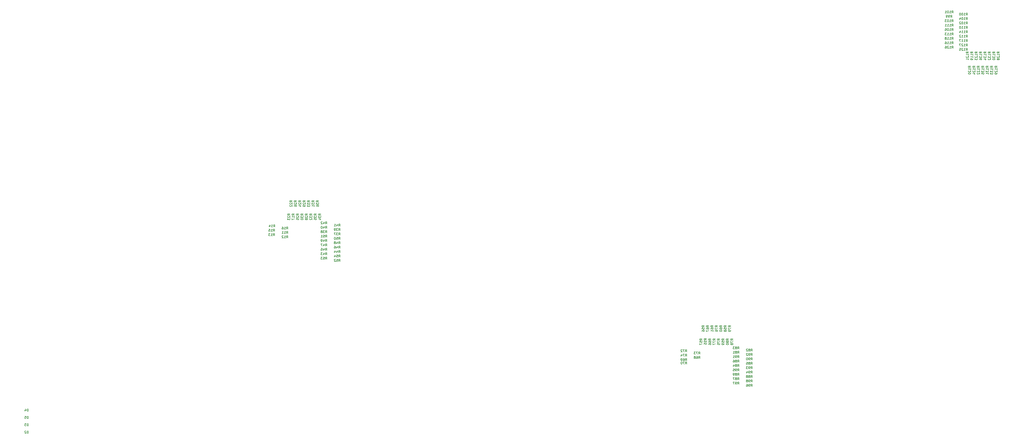
<source format=gbr>
%TF.GenerationSoftware,KiCad,Pcbnew,8.0.3*%
%TF.CreationDate,2024-08-30T15:47:11-07:00*%
%TF.ProjectId,traffic_paradise,74726166-6669-4635-9f70-617261646973,rev?*%
%TF.SameCoordinates,Original*%
%TF.FileFunction,Legend,Bot*%
%TF.FilePolarity,Positive*%
%FSLAX46Y46*%
G04 Gerber Fmt 4.6, Leading zero omitted, Abs format (unit mm)*
G04 Created by KiCad (PCBNEW 8.0.3) date 2024-08-30 15:47:11*
%MOMM*%
%LPD*%
G01*
G04 APERTURE LIST*
%ADD10C,0.150000*%
%ADD11C,0.650000*%
%ADD12O,2.100000X1.000000*%
%ADD13O,1.600000X1.000000*%
G04 APERTURE END LIST*
D10*
X332721295Y-37966762D02*
X332340342Y-37700095D01*
X332721295Y-37509619D02*
X331921295Y-37509619D01*
X331921295Y-37509619D02*
X331921295Y-37814381D01*
X331921295Y-37814381D02*
X331959390Y-37890571D01*
X331959390Y-37890571D02*
X331997485Y-37928666D01*
X331997485Y-37928666D02*
X332073676Y-37966762D01*
X332073676Y-37966762D02*
X332187961Y-37966762D01*
X332187961Y-37966762D02*
X332264152Y-37928666D01*
X332264152Y-37928666D02*
X332302247Y-37890571D01*
X332302247Y-37890571D02*
X332340342Y-37814381D01*
X332340342Y-37814381D02*
X332340342Y-37509619D01*
X332721295Y-38728666D02*
X332721295Y-38271523D01*
X332721295Y-38500095D02*
X331921295Y-38500095D01*
X331921295Y-38500095D02*
X332035580Y-38423904D01*
X332035580Y-38423904D02*
X332111771Y-38347714D01*
X332111771Y-38347714D02*
X332149866Y-38271523D01*
X332721295Y-39490571D02*
X332721295Y-39033428D01*
X332721295Y-39262000D02*
X331921295Y-39262000D01*
X331921295Y-39262000D02*
X332035580Y-39185809D01*
X332035580Y-39185809D02*
X332111771Y-39109619D01*
X332111771Y-39109619D02*
X332149866Y-39033428D01*
X332721295Y-39871524D02*
X332721295Y-40023905D01*
X332721295Y-40023905D02*
X332683200Y-40100095D01*
X332683200Y-40100095D02*
X332645104Y-40138191D01*
X332645104Y-40138191D02*
X332530819Y-40214381D01*
X332530819Y-40214381D02*
X332378438Y-40252476D01*
X332378438Y-40252476D02*
X332073676Y-40252476D01*
X332073676Y-40252476D02*
X331997485Y-40214381D01*
X331997485Y-40214381D02*
X331959390Y-40176286D01*
X331959390Y-40176286D02*
X331921295Y-40100095D01*
X331921295Y-40100095D02*
X331921295Y-39947714D01*
X331921295Y-39947714D02*
X331959390Y-39871524D01*
X331959390Y-39871524D02*
X331997485Y-39833429D01*
X331997485Y-39833429D02*
X332073676Y-39795333D01*
X332073676Y-39795333D02*
X332264152Y-39795333D01*
X332264152Y-39795333D02*
X332340342Y-39833429D01*
X332340342Y-39833429D02*
X332378438Y-39871524D01*
X332378438Y-39871524D02*
X332416533Y-39947714D01*
X332416533Y-39947714D02*
X332416533Y-40100095D01*
X332416533Y-40100095D02*
X332378438Y-40176286D01*
X332378438Y-40176286D02*
X332340342Y-40214381D01*
X332340342Y-40214381D02*
X332264152Y-40252476D01*
X341103295Y-42919762D02*
X340722342Y-42653095D01*
X341103295Y-42462619D02*
X340303295Y-42462619D01*
X340303295Y-42462619D02*
X340303295Y-42767381D01*
X340303295Y-42767381D02*
X340341390Y-42843571D01*
X340341390Y-42843571D02*
X340379485Y-42881666D01*
X340379485Y-42881666D02*
X340455676Y-42919762D01*
X340455676Y-42919762D02*
X340569961Y-42919762D01*
X340569961Y-42919762D02*
X340646152Y-42881666D01*
X340646152Y-42881666D02*
X340684247Y-42843571D01*
X340684247Y-42843571D02*
X340722342Y-42767381D01*
X340722342Y-42767381D02*
X340722342Y-42462619D01*
X341103295Y-43681666D02*
X341103295Y-43224523D01*
X341103295Y-43453095D02*
X340303295Y-43453095D01*
X340303295Y-43453095D02*
X340417580Y-43376904D01*
X340417580Y-43376904D02*
X340493771Y-43300714D01*
X340493771Y-43300714D02*
X340531866Y-43224523D01*
X340379485Y-43986428D02*
X340341390Y-44024524D01*
X340341390Y-44024524D02*
X340303295Y-44100714D01*
X340303295Y-44100714D02*
X340303295Y-44291190D01*
X340303295Y-44291190D02*
X340341390Y-44367381D01*
X340341390Y-44367381D02*
X340379485Y-44405476D01*
X340379485Y-44405476D02*
X340455676Y-44443571D01*
X340455676Y-44443571D02*
X340531866Y-44443571D01*
X340531866Y-44443571D02*
X340646152Y-44405476D01*
X340646152Y-44405476D02*
X341103295Y-43948333D01*
X341103295Y-43948333D02*
X341103295Y-44443571D01*
X341103295Y-44824524D02*
X341103295Y-44976905D01*
X341103295Y-44976905D02*
X341065200Y-45053095D01*
X341065200Y-45053095D02*
X341027104Y-45091191D01*
X341027104Y-45091191D02*
X340912819Y-45167381D01*
X340912819Y-45167381D02*
X340760438Y-45205476D01*
X340760438Y-45205476D02*
X340455676Y-45205476D01*
X340455676Y-45205476D02*
X340379485Y-45167381D01*
X340379485Y-45167381D02*
X340341390Y-45129286D01*
X340341390Y-45129286D02*
X340303295Y-45053095D01*
X340303295Y-45053095D02*
X340303295Y-44900714D01*
X340303295Y-44900714D02*
X340341390Y-44824524D01*
X340341390Y-44824524D02*
X340379485Y-44786429D01*
X340379485Y-44786429D02*
X340455676Y-44748333D01*
X340455676Y-44748333D02*
X340646152Y-44748333D01*
X340646152Y-44748333D02*
X340722342Y-44786429D01*
X340722342Y-44786429D02*
X340760438Y-44824524D01*
X340760438Y-44824524D02*
X340798533Y-44900714D01*
X340798533Y-44900714D02*
X340798533Y-45053095D01*
X340798533Y-45053095D02*
X340760438Y-45129286D01*
X340760438Y-45129286D02*
X340722342Y-45167381D01*
X340722342Y-45167381D02*
X340646152Y-45205476D01*
X239249295Y-137153714D02*
X238868342Y-136887047D01*
X239249295Y-136696571D02*
X238449295Y-136696571D01*
X238449295Y-136696571D02*
X238449295Y-137001333D01*
X238449295Y-137001333D02*
X238487390Y-137077523D01*
X238487390Y-137077523D02*
X238525485Y-137115618D01*
X238525485Y-137115618D02*
X238601676Y-137153714D01*
X238601676Y-137153714D02*
X238715961Y-137153714D01*
X238715961Y-137153714D02*
X238792152Y-137115618D01*
X238792152Y-137115618D02*
X238830247Y-137077523D01*
X238830247Y-137077523D02*
X238868342Y-137001333D01*
X238868342Y-137001333D02*
X238868342Y-136696571D01*
X238449295Y-137877523D02*
X238449295Y-137496571D01*
X238449295Y-137496571D02*
X238830247Y-137458475D01*
X238830247Y-137458475D02*
X238792152Y-137496571D01*
X238792152Y-137496571D02*
X238754057Y-137572761D01*
X238754057Y-137572761D02*
X238754057Y-137763237D01*
X238754057Y-137763237D02*
X238792152Y-137839428D01*
X238792152Y-137839428D02*
X238830247Y-137877523D01*
X238830247Y-137877523D02*
X238906438Y-137915618D01*
X238906438Y-137915618D02*
X239096914Y-137915618D01*
X239096914Y-137915618D02*
X239173104Y-137877523D01*
X239173104Y-137877523D02*
X239211200Y-137839428D01*
X239211200Y-137839428D02*
X239249295Y-137763237D01*
X239249295Y-137763237D02*
X239249295Y-137572761D01*
X239249295Y-137572761D02*
X239211200Y-137496571D01*
X239211200Y-137496571D02*
X239173104Y-137458475D01*
X238449295Y-138182285D02*
X238449295Y-138715619D01*
X238449295Y-138715619D02*
X239249295Y-138372761D01*
X95764285Y-101835295D02*
X96030952Y-101454342D01*
X96221428Y-101835295D02*
X96221428Y-101035295D01*
X96221428Y-101035295D02*
X95916666Y-101035295D01*
X95916666Y-101035295D02*
X95840476Y-101073390D01*
X95840476Y-101073390D02*
X95802381Y-101111485D01*
X95802381Y-101111485D02*
X95764285Y-101187676D01*
X95764285Y-101187676D02*
X95764285Y-101301961D01*
X95764285Y-101301961D02*
X95802381Y-101378152D01*
X95802381Y-101378152D02*
X95840476Y-101416247D01*
X95840476Y-101416247D02*
X95916666Y-101454342D01*
X95916666Y-101454342D02*
X96221428Y-101454342D01*
X95002381Y-101835295D02*
X95459524Y-101835295D01*
X95230952Y-101835295D02*
X95230952Y-101035295D01*
X95230952Y-101035295D02*
X95307143Y-101149580D01*
X95307143Y-101149580D02*
X95383333Y-101225771D01*
X95383333Y-101225771D02*
X95459524Y-101263866D01*
X94697619Y-101111485D02*
X94659523Y-101073390D01*
X94659523Y-101073390D02*
X94583333Y-101035295D01*
X94583333Y-101035295D02*
X94392857Y-101035295D01*
X94392857Y-101035295D02*
X94316666Y-101073390D01*
X94316666Y-101073390D02*
X94278571Y-101111485D01*
X94278571Y-101111485D02*
X94240476Y-101187676D01*
X94240476Y-101187676D02*
X94240476Y-101263866D01*
X94240476Y-101263866D02*
X94278571Y-101378152D01*
X94278571Y-101378152D02*
X94735714Y-101835295D01*
X94735714Y-101835295D02*
X94240476Y-101835295D01*
X109226285Y-97009295D02*
X109492952Y-96628342D01*
X109683428Y-97009295D02*
X109683428Y-96209295D01*
X109683428Y-96209295D02*
X109378666Y-96209295D01*
X109378666Y-96209295D02*
X109302476Y-96247390D01*
X109302476Y-96247390D02*
X109264381Y-96285485D01*
X109264381Y-96285485D02*
X109226285Y-96361676D01*
X109226285Y-96361676D02*
X109226285Y-96475961D01*
X109226285Y-96475961D02*
X109264381Y-96552152D01*
X109264381Y-96552152D02*
X109302476Y-96590247D01*
X109302476Y-96590247D02*
X109378666Y-96628342D01*
X109378666Y-96628342D02*
X109683428Y-96628342D01*
X108540571Y-96475961D02*
X108540571Y-97009295D01*
X108731047Y-96171200D02*
X108921524Y-96742628D01*
X108921524Y-96742628D02*
X108426285Y-96742628D01*
X108159619Y-96285485D02*
X108121523Y-96247390D01*
X108121523Y-96247390D02*
X108045333Y-96209295D01*
X108045333Y-96209295D02*
X107854857Y-96209295D01*
X107854857Y-96209295D02*
X107778666Y-96247390D01*
X107778666Y-96247390D02*
X107740571Y-96285485D01*
X107740571Y-96285485D02*
X107702476Y-96361676D01*
X107702476Y-96361676D02*
X107702476Y-96437866D01*
X107702476Y-96437866D02*
X107740571Y-96552152D01*
X107740571Y-96552152D02*
X108197714Y-97009295D01*
X108197714Y-97009295D02*
X107702476Y-97009295D01*
X335007295Y-42919762D02*
X334626342Y-42653095D01*
X335007295Y-42462619D02*
X334207295Y-42462619D01*
X334207295Y-42462619D02*
X334207295Y-42767381D01*
X334207295Y-42767381D02*
X334245390Y-42843571D01*
X334245390Y-42843571D02*
X334283485Y-42881666D01*
X334283485Y-42881666D02*
X334359676Y-42919762D01*
X334359676Y-42919762D02*
X334473961Y-42919762D01*
X334473961Y-42919762D02*
X334550152Y-42881666D01*
X334550152Y-42881666D02*
X334588247Y-42843571D01*
X334588247Y-42843571D02*
X334626342Y-42767381D01*
X334626342Y-42767381D02*
X334626342Y-42462619D01*
X335007295Y-43681666D02*
X335007295Y-43224523D01*
X335007295Y-43453095D02*
X334207295Y-43453095D01*
X334207295Y-43453095D02*
X334321580Y-43376904D01*
X334321580Y-43376904D02*
X334397771Y-43300714D01*
X334397771Y-43300714D02*
X334435866Y-43224523D01*
X334283485Y-43986428D02*
X334245390Y-44024524D01*
X334245390Y-44024524D02*
X334207295Y-44100714D01*
X334207295Y-44100714D02*
X334207295Y-44291190D01*
X334207295Y-44291190D02*
X334245390Y-44367381D01*
X334245390Y-44367381D02*
X334283485Y-44405476D01*
X334283485Y-44405476D02*
X334359676Y-44443571D01*
X334359676Y-44443571D02*
X334435866Y-44443571D01*
X334435866Y-44443571D02*
X334550152Y-44405476D01*
X334550152Y-44405476D02*
X335007295Y-43948333D01*
X335007295Y-43948333D02*
X335007295Y-44443571D01*
X334283485Y-44748333D02*
X334245390Y-44786429D01*
X334245390Y-44786429D02*
X334207295Y-44862619D01*
X334207295Y-44862619D02*
X334207295Y-45053095D01*
X334207295Y-45053095D02*
X334245390Y-45129286D01*
X334245390Y-45129286D02*
X334283485Y-45167381D01*
X334283485Y-45167381D02*
X334359676Y-45205476D01*
X334359676Y-45205476D02*
X334435866Y-45205476D01*
X334435866Y-45205476D02*
X334550152Y-45167381D01*
X334550152Y-45167381D02*
X335007295Y-44710238D01*
X335007295Y-44710238D02*
X335007295Y-45205476D01*
X251466285Y-140189295D02*
X251732952Y-139808342D01*
X251923428Y-140189295D02*
X251923428Y-139389295D01*
X251923428Y-139389295D02*
X251618666Y-139389295D01*
X251618666Y-139389295D02*
X251542476Y-139427390D01*
X251542476Y-139427390D02*
X251504381Y-139465485D01*
X251504381Y-139465485D02*
X251466285Y-139541676D01*
X251466285Y-139541676D02*
X251466285Y-139655961D01*
X251466285Y-139655961D02*
X251504381Y-139732152D01*
X251504381Y-139732152D02*
X251542476Y-139770247D01*
X251542476Y-139770247D02*
X251618666Y-139808342D01*
X251618666Y-139808342D02*
X251923428Y-139808342D01*
X251009143Y-139732152D02*
X251085333Y-139694057D01*
X251085333Y-139694057D02*
X251123428Y-139655961D01*
X251123428Y-139655961D02*
X251161524Y-139579771D01*
X251161524Y-139579771D02*
X251161524Y-139541676D01*
X251161524Y-139541676D02*
X251123428Y-139465485D01*
X251123428Y-139465485D02*
X251085333Y-139427390D01*
X251085333Y-139427390D02*
X251009143Y-139389295D01*
X251009143Y-139389295D02*
X250856762Y-139389295D01*
X250856762Y-139389295D02*
X250780571Y-139427390D01*
X250780571Y-139427390D02*
X250742476Y-139465485D01*
X250742476Y-139465485D02*
X250704381Y-139541676D01*
X250704381Y-139541676D02*
X250704381Y-139579771D01*
X250704381Y-139579771D02*
X250742476Y-139655961D01*
X250742476Y-139655961D02*
X250780571Y-139694057D01*
X250780571Y-139694057D02*
X250856762Y-139732152D01*
X250856762Y-139732152D02*
X251009143Y-139732152D01*
X251009143Y-139732152D02*
X251085333Y-139770247D01*
X251085333Y-139770247D02*
X251123428Y-139808342D01*
X251123428Y-139808342D02*
X251161524Y-139884533D01*
X251161524Y-139884533D02*
X251161524Y-140036914D01*
X251161524Y-140036914D02*
X251123428Y-140113104D01*
X251123428Y-140113104D02*
X251085333Y-140151200D01*
X251085333Y-140151200D02*
X251009143Y-140189295D01*
X251009143Y-140189295D02*
X250856762Y-140189295D01*
X250856762Y-140189295D02*
X250780571Y-140151200D01*
X250780571Y-140151200D02*
X250742476Y-140113104D01*
X250742476Y-140113104D02*
X250704381Y-140036914D01*
X250704381Y-140036914D02*
X250704381Y-139884533D01*
X250704381Y-139884533D02*
X250742476Y-139808342D01*
X250742476Y-139808342D02*
X250780571Y-139770247D01*
X250780571Y-139770247D02*
X250856762Y-139732152D01*
X250437714Y-139389295D02*
X249942476Y-139389295D01*
X249942476Y-139389295D02*
X250209142Y-139694057D01*
X250209142Y-139694057D02*
X250094857Y-139694057D01*
X250094857Y-139694057D02*
X250018666Y-139732152D01*
X250018666Y-139732152D02*
X249980571Y-139770247D01*
X249980571Y-139770247D02*
X249942476Y-139846438D01*
X249942476Y-139846438D02*
X249942476Y-140036914D01*
X249942476Y-140036914D02*
X249980571Y-140113104D01*
X249980571Y-140113104D02*
X250018666Y-140151200D01*
X250018666Y-140151200D02*
X250094857Y-140189295D01*
X250094857Y-140189295D02*
X250323428Y-140189295D01*
X250323428Y-140189295D02*
X250399619Y-140151200D01*
X250399619Y-140151200D02*
X250437714Y-140113104D01*
X256038285Y-140951295D02*
X256304952Y-140570342D01*
X256495428Y-140951295D02*
X256495428Y-140151295D01*
X256495428Y-140151295D02*
X256190666Y-140151295D01*
X256190666Y-140151295D02*
X256114476Y-140189390D01*
X256114476Y-140189390D02*
X256076381Y-140227485D01*
X256076381Y-140227485D02*
X256038285Y-140303676D01*
X256038285Y-140303676D02*
X256038285Y-140417961D01*
X256038285Y-140417961D02*
X256076381Y-140494152D01*
X256076381Y-140494152D02*
X256114476Y-140532247D01*
X256114476Y-140532247D02*
X256190666Y-140570342D01*
X256190666Y-140570342D02*
X256495428Y-140570342D01*
X255581143Y-140494152D02*
X255657333Y-140456057D01*
X255657333Y-140456057D02*
X255695428Y-140417961D01*
X255695428Y-140417961D02*
X255733524Y-140341771D01*
X255733524Y-140341771D02*
X255733524Y-140303676D01*
X255733524Y-140303676D02*
X255695428Y-140227485D01*
X255695428Y-140227485D02*
X255657333Y-140189390D01*
X255657333Y-140189390D02*
X255581143Y-140151295D01*
X255581143Y-140151295D02*
X255428762Y-140151295D01*
X255428762Y-140151295D02*
X255352571Y-140189390D01*
X255352571Y-140189390D02*
X255314476Y-140227485D01*
X255314476Y-140227485D02*
X255276381Y-140303676D01*
X255276381Y-140303676D02*
X255276381Y-140341771D01*
X255276381Y-140341771D02*
X255314476Y-140417961D01*
X255314476Y-140417961D02*
X255352571Y-140456057D01*
X255352571Y-140456057D02*
X255428762Y-140494152D01*
X255428762Y-140494152D02*
X255581143Y-140494152D01*
X255581143Y-140494152D02*
X255657333Y-140532247D01*
X255657333Y-140532247D02*
X255695428Y-140570342D01*
X255695428Y-140570342D02*
X255733524Y-140646533D01*
X255733524Y-140646533D02*
X255733524Y-140798914D01*
X255733524Y-140798914D02*
X255695428Y-140875104D01*
X255695428Y-140875104D02*
X255657333Y-140913200D01*
X255657333Y-140913200D02*
X255581143Y-140951295D01*
X255581143Y-140951295D02*
X255428762Y-140951295D01*
X255428762Y-140951295D02*
X255352571Y-140913200D01*
X255352571Y-140913200D02*
X255314476Y-140875104D01*
X255314476Y-140875104D02*
X255276381Y-140798914D01*
X255276381Y-140798914D02*
X255276381Y-140646533D01*
X255276381Y-140646533D02*
X255314476Y-140570342D01*
X255314476Y-140570342D02*
X255352571Y-140532247D01*
X255352571Y-140532247D02*
X255428762Y-140494152D01*
X254971619Y-140227485D02*
X254933523Y-140189390D01*
X254933523Y-140189390D02*
X254857333Y-140151295D01*
X254857333Y-140151295D02*
X254666857Y-140151295D01*
X254666857Y-140151295D02*
X254590666Y-140189390D01*
X254590666Y-140189390D02*
X254552571Y-140227485D01*
X254552571Y-140227485D02*
X254514476Y-140303676D01*
X254514476Y-140303676D02*
X254514476Y-140379866D01*
X254514476Y-140379866D02*
X254552571Y-140494152D01*
X254552571Y-140494152D02*
X255009714Y-140951295D01*
X255009714Y-140951295D02*
X254514476Y-140951295D01*
X339579295Y-42919762D02*
X339198342Y-42653095D01*
X339579295Y-42462619D02*
X338779295Y-42462619D01*
X338779295Y-42462619D02*
X338779295Y-42767381D01*
X338779295Y-42767381D02*
X338817390Y-42843571D01*
X338817390Y-42843571D02*
X338855485Y-42881666D01*
X338855485Y-42881666D02*
X338931676Y-42919762D01*
X338931676Y-42919762D02*
X339045961Y-42919762D01*
X339045961Y-42919762D02*
X339122152Y-42881666D01*
X339122152Y-42881666D02*
X339160247Y-42843571D01*
X339160247Y-42843571D02*
X339198342Y-42767381D01*
X339198342Y-42767381D02*
X339198342Y-42462619D01*
X339579295Y-43681666D02*
X339579295Y-43224523D01*
X339579295Y-43453095D02*
X338779295Y-43453095D01*
X338779295Y-43453095D02*
X338893580Y-43376904D01*
X338893580Y-43376904D02*
X338969771Y-43300714D01*
X338969771Y-43300714D02*
X339007866Y-43224523D01*
X338779295Y-43948333D02*
X338779295Y-44443571D01*
X338779295Y-44443571D02*
X339084057Y-44176905D01*
X339084057Y-44176905D02*
X339084057Y-44291190D01*
X339084057Y-44291190D02*
X339122152Y-44367381D01*
X339122152Y-44367381D02*
X339160247Y-44405476D01*
X339160247Y-44405476D02*
X339236438Y-44443571D01*
X339236438Y-44443571D02*
X339426914Y-44443571D01*
X339426914Y-44443571D02*
X339503104Y-44405476D01*
X339503104Y-44405476D02*
X339541200Y-44367381D01*
X339541200Y-44367381D02*
X339579295Y-44291190D01*
X339579295Y-44291190D02*
X339579295Y-44062619D01*
X339579295Y-44062619D02*
X339541200Y-43986428D01*
X339541200Y-43986428D02*
X339503104Y-43948333D01*
X338779295Y-44710238D02*
X338779295Y-45205476D01*
X338779295Y-45205476D02*
X339084057Y-44938810D01*
X339084057Y-44938810D02*
X339084057Y-45053095D01*
X339084057Y-45053095D02*
X339122152Y-45129286D01*
X339122152Y-45129286D02*
X339160247Y-45167381D01*
X339160247Y-45167381D02*
X339236438Y-45205476D01*
X339236438Y-45205476D02*
X339426914Y-45205476D01*
X339426914Y-45205476D02*
X339503104Y-45167381D01*
X339503104Y-45167381D02*
X339541200Y-45129286D01*
X339541200Y-45129286D02*
X339579295Y-45053095D01*
X339579295Y-45053095D02*
X339579295Y-44824524D01*
X339579295Y-44824524D02*
X339541200Y-44748333D01*
X339541200Y-44748333D02*
X339503104Y-44710238D01*
X325380237Y-36303295D02*
X325646904Y-35922342D01*
X325837380Y-36303295D02*
X325837380Y-35503295D01*
X325837380Y-35503295D02*
X325532618Y-35503295D01*
X325532618Y-35503295D02*
X325456428Y-35541390D01*
X325456428Y-35541390D02*
X325418333Y-35579485D01*
X325418333Y-35579485D02*
X325380237Y-35655676D01*
X325380237Y-35655676D02*
X325380237Y-35769961D01*
X325380237Y-35769961D02*
X325418333Y-35846152D01*
X325418333Y-35846152D02*
X325456428Y-35884247D01*
X325456428Y-35884247D02*
X325532618Y-35922342D01*
X325532618Y-35922342D02*
X325837380Y-35922342D01*
X324618333Y-36303295D02*
X325075476Y-36303295D01*
X324846904Y-36303295D02*
X324846904Y-35503295D01*
X324846904Y-35503295D02*
X324923095Y-35617580D01*
X324923095Y-35617580D02*
X324999285Y-35693771D01*
X324999285Y-35693771D02*
X325075476Y-35731866D01*
X324313571Y-35579485D02*
X324275475Y-35541390D01*
X324275475Y-35541390D02*
X324199285Y-35503295D01*
X324199285Y-35503295D02*
X324008809Y-35503295D01*
X324008809Y-35503295D02*
X323932618Y-35541390D01*
X323932618Y-35541390D02*
X323894523Y-35579485D01*
X323894523Y-35579485D02*
X323856428Y-35655676D01*
X323856428Y-35655676D02*
X323856428Y-35731866D01*
X323856428Y-35731866D02*
X323894523Y-35846152D01*
X323894523Y-35846152D02*
X324351666Y-36303295D01*
X324351666Y-36303295D02*
X323856428Y-36303295D01*
X323170713Y-35503295D02*
X323323094Y-35503295D01*
X323323094Y-35503295D02*
X323399285Y-35541390D01*
X323399285Y-35541390D02*
X323437380Y-35579485D01*
X323437380Y-35579485D02*
X323513570Y-35693771D01*
X323513570Y-35693771D02*
X323551666Y-35846152D01*
X323551666Y-35846152D02*
X323551666Y-36150914D01*
X323551666Y-36150914D02*
X323513570Y-36227104D01*
X323513570Y-36227104D02*
X323475475Y-36265200D01*
X323475475Y-36265200D02*
X323399285Y-36303295D01*
X323399285Y-36303295D02*
X323246904Y-36303295D01*
X323246904Y-36303295D02*
X323170713Y-36265200D01*
X323170713Y-36265200D02*
X323132618Y-36227104D01*
X323132618Y-36227104D02*
X323094523Y-36150914D01*
X323094523Y-36150914D02*
X323094523Y-35960438D01*
X323094523Y-35960438D02*
X323132618Y-35884247D01*
X323132618Y-35884247D02*
X323170713Y-35846152D01*
X323170713Y-35846152D02*
X323246904Y-35808057D01*
X323246904Y-35808057D02*
X323399285Y-35808057D01*
X323399285Y-35808057D02*
X323475475Y-35846152D01*
X323475475Y-35846152D02*
X323513570Y-35884247D01*
X323513570Y-35884247D02*
X323551666Y-35960438D01*
X105391295Y-89401714D02*
X105010342Y-89135047D01*
X105391295Y-88944571D02*
X104591295Y-88944571D01*
X104591295Y-88944571D02*
X104591295Y-89249333D01*
X104591295Y-89249333D02*
X104629390Y-89325523D01*
X104629390Y-89325523D02*
X104667485Y-89363618D01*
X104667485Y-89363618D02*
X104743676Y-89401714D01*
X104743676Y-89401714D02*
X104857961Y-89401714D01*
X104857961Y-89401714D02*
X104934152Y-89363618D01*
X104934152Y-89363618D02*
X104972247Y-89325523D01*
X104972247Y-89325523D02*
X105010342Y-89249333D01*
X105010342Y-89249333D02*
X105010342Y-88944571D01*
X104591295Y-89668380D02*
X104591295Y-90163618D01*
X104591295Y-90163618D02*
X104896057Y-89896952D01*
X104896057Y-89896952D02*
X104896057Y-90011237D01*
X104896057Y-90011237D02*
X104934152Y-90087428D01*
X104934152Y-90087428D02*
X104972247Y-90125523D01*
X104972247Y-90125523D02*
X105048438Y-90163618D01*
X105048438Y-90163618D02*
X105238914Y-90163618D01*
X105238914Y-90163618D02*
X105315104Y-90125523D01*
X105315104Y-90125523D02*
X105353200Y-90087428D01*
X105353200Y-90087428D02*
X105391295Y-90011237D01*
X105391295Y-90011237D02*
X105391295Y-89782666D01*
X105391295Y-89782666D02*
X105353200Y-89706475D01*
X105353200Y-89706475D02*
X105315104Y-89668380D01*
X105391295Y-90925523D02*
X105391295Y-90468380D01*
X105391295Y-90696952D02*
X104591295Y-90696952D01*
X104591295Y-90696952D02*
X104705580Y-90620761D01*
X104705580Y-90620761D02*
X104781771Y-90544571D01*
X104781771Y-90544571D02*
X104819866Y-90468380D01*
X113798285Y-99295295D02*
X114064952Y-98914342D01*
X114255428Y-99295295D02*
X114255428Y-98495295D01*
X114255428Y-98495295D02*
X113950666Y-98495295D01*
X113950666Y-98495295D02*
X113874476Y-98533390D01*
X113874476Y-98533390D02*
X113836381Y-98571485D01*
X113836381Y-98571485D02*
X113798285Y-98647676D01*
X113798285Y-98647676D02*
X113798285Y-98761961D01*
X113798285Y-98761961D02*
X113836381Y-98838152D01*
X113836381Y-98838152D02*
X113874476Y-98876247D01*
X113874476Y-98876247D02*
X113950666Y-98914342D01*
X113950666Y-98914342D02*
X114255428Y-98914342D01*
X113531619Y-98495295D02*
X113036381Y-98495295D01*
X113036381Y-98495295D02*
X113303047Y-98800057D01*
X113303047Y-98800057D02*
X113188762Y-98800057D01*
X113188762Y-98800057D02*
X113112571Y-98838152D01*
X113112571Y-98838152D02*
X113074476Y-98876247D01*
X113074476Y-98876247D02*
X113036381Y-98952438D01*
X113036381Y-98952438D02*
X113036381Y-99142914D01*
X113036381Y-99142914D02*
X113074476Y-99219104D01*
X113074476Y-99219104D02*
X113112571Y-99257200D01*
X113112571Y-99257200D02*
X113188762Y-99295295D01*
X113188762Y-99295295D02*
X113417333Y-99295295D01*
X113417333Y-99295295D02*
X113493524Y-99257200D01*
X113493524Y-99257200D02*
X113531619Y-99219104D01*
X112655428Y-99295295D02*
X112503047Y-99295295D01*
X112503047Y-99295295D02*
X112426857Y-99257200D01*
X112426857Y-99257200D02*
X112388761Y-99219104D01*
X112388761Y-99219104D02*
X112312571Y-99104819D01*
X112312571Y-99104819D02*
X112274476Y-98952438D01*
X112274476Y-98952438D02*
X112274476Y-98647676D01*
X112274476Y-98647676D02*
X112312571Y-98571485D01*
X112312571Y-98571485D02*
X112350666Y-98533390D01*
X112350666Y-98533390D02*
X112426857Y-98495295D01*
X112426857Y-98495295D02*
X112579238Y-98495295D01*
X112579238Y-98495295D02*
X112655428Y-98533390D01*
X112655428Y-98533390D02*
X112693523Y-98571485D01*
X112693523Y-98571485D02*
X112731619Y-98647676D01*
X112731619Y-98647676D02*
X112731619Y-98838152D01*
X112731619Y-98838152D02*
X112693523Y-98914342D01*
X112693523Y-98914342D02*
X112655428Y-98952438D01*
X112655428Y-98952438D02*
X112579238Y-98990533D01*
X112579238Y-98990533D02*
X112426857Y-98990533D01*
X112426857Y-98990533D02*
X112350666Y-98952438D01*
X112350666Y-98952438D02*
X112312571Y-98914342D01*
X112312571Y-98914342D02*
X112274476Y-98838152D01*
X91319285Y-98025295D02*
X91585952Y-97644342D01*
X91776428Y-98025295D02*
X91776428Y-97225295D01*
X91776428Y-97225295D02*
X91471666Y-97225295D01*
X91471666Y-97225295D02*
X91395476Y-97263390D01*
X91395476Y-97263390D02*
X91357381Y-97301485D01*
X91357381Y-97301485D02*
X91319285Y-97377676D01*
X91319285Y-97377676D02*
X91319285Y-97491961D01*
X91319285Y-97491961D02*
X91357381Y-97568152D01*
X91357381Y-97568152D02*
X91395476Y-97606247D01*
X91395476Y-97606247D02*
X91471666Y-97644342D01*
X91471666Y-97644342D02*
X91776428Y-97644342D01*
X90557381Y-98025295D02*
X91014524Y-98025295D01*
X90785952Y-98025295D02*
X90785952Y-97225295D01*
X90785952Y-97225295D02*
X90862143Y-97339580D01*
X90862143Y-97339580D02*
X90938333Y-97415771D01*
X90938333Y-97415771D02*
X91014524Y-97453866D01*
X89871666Y-97491961D02*
X89871666Y-98025295D01*
X90062142Y-97187200D02*
X90252619Y-97758628D01*
X90252619Y-97758628D02*
X89757380Y-97758628D01*
X95764285Y-100311295D02*
X96030952Y-99930342D01*
X96221428Y-100311295D02*
X96221428Y-99511295D01*
X96221428Y-99511295D02*
X95916666Y-99511295D01*
X95916666Y-99511295D02*
X95840476Y-99549390D01*
X95840476Y-99549390D02*
X95802381Y-99587485D01*
X95802381Y-99587485D02*
X95764285Y-99663676D01*
X95764285Y-99663676D02*
X95764285Y-99777961D01*
X95764285Y-99777961D02*
X95802381Y-99854152D01*
X95802381Y-99854152D02*
X95840476Y-99892247D01*
X95840476Y-99892247D02*
X95916666Y-99930342D01*
X95916666Y-99930342D02*
X96221428Y-99930342D01*
X95002381Y-100311295D02*
X95459524Y-100311295D01*
X95230952Y-100311295D02*
X95230952Y-99511295D01*
X95230952Y-99511295D02*
X95307143Y-99625580D01*
X95307143Y-99625580D02*
X95383333Y-99701771D01*
X95383333Y-99701771D02*
X95459524Y-99739866D01*
X94240476Y-100311295D02*
X94697619Y-100311295D01*
X94469047Y-100311295D02*
X94469047Y-99511295D01*
X94469047Y-99511295D02*
X94545238Y-99625580D01*
X94545238Y-99625580D02*
X94621428Y-99701771D01*
X94621428Y-99701771D02*
X94697619Y-99739866D01*
X330333237Y-27921295D02*
X330599904Y-27540342D01*
X330790380Y-27921295D02*
X330790380Y-27121295D01*
X330790380Y-27121295D02*
X330485618Y-27121295D01*
X330485618Y-27121295D02*
X330409428Y-27159390D01*
X330409428Y-27159390D02*
X330371333Y-27197485D01*
X330371333Y-27197485D02*
X330333237Y-27273676D01*
X330333237Y-27273676D02*
X330333237Y-27387961D01*
X330333237Y-27387961D02*
X330371333Y-27464152D01*
X330371333Y-27464152D02*
X330409428Y-27502247D01*
X330409428Y-27502247D02*
X330485618Y-27540342D01*
X330485618Y-27540342D02*
X330790380Y-27540342D01*
X329571333Y-27921295D02*
X330028476Y-27921295D01*
X329799904Y-27921295D02*
X329799904Y-27121295D01*
X329799904Y-27121295D02*
X329876095Y-27235580D01*
X329876095Y-27235580D02*
X329952285Y-27311771D01*
X329952285Y-27311771D02*
X330028476Y-27349866D01*
X329076094Y-27121295D02*
X328999904Y-27121295D01*
X328999904Y-27121295D02*
X328923713Y-27159390D01*
X328923713Y-27159390D02*
X328885618Y-27197485D01*
X328885618Y-27197485D02*
X328847523Y-27273676D01*
X328847523Y-27273676D02*
X328809428Y-27426057D01*
X328809428Y-27426057D02*
X328809428Y-27616533D01*
X328809428Y-27616533D02*
X328847523Y-27768914D01*
X328847523Y-27768914D02*
X328885618Y-27845104D01*
X328885618Y-27845104D02*
X328923713Y-27883200D01*
X328923713Y-27883200D02*
X328999904Y-27921295D01*
X328999904Y-27921295D02*
X329076094Y-27921295D01*
X329076094Y-27921295D02*
X329152285Y-27883200D01*
X329152285Y-27883200D02*
X329190380Y-27845104D01*
X329190380Y-27845104D02*
X329228475Y-27768914D01*
X329228475Y-27768914D02*
X329266571Y-27616533D01*
X329266571Y-27616533D02*
X329266571Y-27426057D01*
X329266571Y-27426057D02*
X329228475Y-27273676D01*
X329228475Y-27273676D02*
X329190380Y-27197485D01*
X329190380Y-27197485D02*
X329152285Y-27159390D01*
X329152285Y-27159390D02*
X329076094Y-27121295D01*
X328504666Y-27197485D02*
X328466570Y-27159390D01*
X328466570Y-27159390D02*
X328390380Y-27121295D01*
X328390380Y-27121295D02*
X328199904Y-27121295D01*
X328199904Y-27121295D02*
X328123713Y-27159390D01*
X328123713Y-27159390D02*
X328085618Y-27197485D01*
X328085618Y-27197485D02*
X328047523Y-27273676D01*
X328047523Y-27273676D02*
X328047523Y-27349866D01*
X328047523Y-27349866D02*
X328085618Y-27464152D01*
X328085618Y-27464152D02*
X328542761Y-27921295D01*
X328542761Y-27921295D02*
X328047523Y-27921295D01*
X325380237Y-24111295D02*
X325646904Y-23730342D01*
X325837380Y-24111295D02*
X325837380Y-23311295D01*
X325837380Y-23311295D02*
X325532618Y-23311295D01*
X325532618Y-23311295D02*
X325456428Y-23349390D01*
X325456428Y-23349390D02*
X325418333Y-23387485D01*
X325418333Y-23387485D02*
X325380237Y-23463676D01*
X325380237Y-23463676D02*
X325380237Y-23577961D01*
X325380237Y-23577961D02*
X325418333Y-23654152D01*
X325418333Y-23654152D02*
X325456428Y-23692247D01*
X325456428Y-23692247D02*
X325532618Y-23730342D01*
X325532618Y-23730342D02*
X325837380Y-23730342D01*
X324618333Y-24111295D02*
X325075476Y-24111295D01*
X324846904Y-24111295D02*
X324846904Y-23311295D01*
X324846904Y-23311295D02*
X324923095Y-23425580D01*
X324923095Y-23425580D02*
X324999285Y-23501771D01*
X324999285Y-23501771D02*
X325075476Y-23539866D01*
X324123094Y-23311295D02*
X324046904Y-23311295D01*
X324046904Y-23311295D02*
X323970713Y-23349390D01*
X323970713Y-23349390D02*
X323932618Y-23387485D01*
X323932618Y-23387485D02*
X323894523Y-23463676D01*
X323894523Y-23463676D02*
X323856428Y-23616057D01*
X323856428Y-23616057D02*
X323856428Y-23806533D01*
X323856428Y-23806533D02*
X323894523Y-23958914D01*
X323894523Y-23958914D02*
X323932618Y-24035104D01*
X323932618Y-24035104D02*
X323970713Y-24073200D01*
X323970713Y-24073200D02*
X324046904Y-24111295D01*
X324046904Y-24111295D02*
X324123094Y-24111295D01*
X324123094Y-24111295D02*
X324199285Y-24073200D01*
X324199285Y-24073200D02*
X324237380Y-24035104D01*
X324237380Y-24035104D02*
X324275475Y-23958914D01*
X324275475Y-23958914D02*
X324313571Y-23806533D01*
X324313571Y-23806533D02*
X324313571Y-23616057D01*
X324313571Y-23616057D02*
X324275475Y-23463676D01*
X324275475Y-23463676D02*
X324237380Y-23387485D01*
X324237380Y-23387485D02*
X324199285Y-23349390D01*
X324199285Y-23349390D02*
X324123094Y-23311295D01*
X323094523Y-24111295D02*
X323551666Y-24111295D01*
X323323094Y-24111295D02*
X323323094Y-23311295D01*
X323323094Y-23311295D02*
X323399285Y-23425580D01*
X323399285Y-23425580D02*
X323475475Y-23501771D01*
X323475475Y-23501771D02*
X323551666Y-23539866D01*
X330333237Y-29445295D02*
X330599904Y-29064342D01*
X330790380Y-29445295D02*
X330790380Y-28645295D01*
X330790380Y-28645295D02*
X330485618Y-28645295D01*
X330485618Y-28645295D02*
X330409428Y-28683390D01*
X330409428Y-28683390D02*
X330371333Y-28721485D01*
X330371333Y-28721485D02*
X330333237Y-28797676D01*
X330333237Y-28797676D02*
X330333237Y-28911961D01*
X330333237Y-28911961D02*
X330371333Y-28988152D01*
X330371333Y-28988152D02*
X330409428Y-29026247D01*
X330409428Y-29026247D02*
X330485618Y-29064342D01*
X330485618Y-29064342D02*
X330790380Y-29064342D01*
X329571333Y-29445295D02*
X330028476Y-29445295D01*
X329799904Y-29445295D02*
X329799904Y-28645295D01*
X329799904Y-28645295D02*
X329876095Y-28759580D01*
X329876095Y-28759580D02*
X329952285Y-28835771D01*
X329952285Y-28835771D02*
X330028476Y-28873866D01*
X328809428Y-29445295D02*
X329266571Y-29445295D01*
X329037999Y-29445295D02*
X329037999Y-28645295D01*
X329037999Y-28645295D02*
X329114190Y-28759580D01*
X329114190Y-28759580D02*
X329190380Y-28835771D01*
X329190380Y-28835771D02*
X329266571Y-28873866D01*
X328314189Y-28645295D02*
X328237999Y-28645295D01*
X328237999Y-28645295D02*
X328161808Y-28683390D01*
X328161808Y-28683390D02*
X328123713Y-28721485D01*
X328123713Y-28721485D02*
X328085618Y-28797676D01*
X328085618Y-28797676D02*
X328047523Y-28950057D01*
X328047523Y-28950057D02*
X328047523Y-29140533D01*
X328047523Y-29140533D02*
X328085618Y-29292914D01*
X328085618Y-29292914D02*
X328123713Y-29369104D01*
X328123713Y-29369104D02*
X328161808Y-29407200D01*
X328161808Y-29407200D02*
X328237999Y-29445295D01*
X328237999Y-29445295D02*
X328314189Y-29445295D01*
X328314189Y-29445295D02*
X328390380Y-29407200D01*
X328390380Y-29407200D02*
X328428475Y-29369104D01*
X328428475Y-29369104D02*
X328466570Y-29292914D01*
X328466570Y-29292914D02*
X328504666Y-29140533D01*
X328504666Y-29140533D02*
X328504666Y-28950057D01*
X328504666Y-28950057D02*
X328466570Y-28797676D01*
X328466570Y-28797676D02*
X328428475Y-28721485D01*
X328428475Y-28721485D02*
X328390380Y-28683390D01*
X328390380Y-28683390D02*
X328314189Y-28645295D01*
X330333237Y-30969295D02*
X330599904Y-30588342D01*
X330790380Y-30969295D02*
X330790380Y-30169295D01*
X330790380Y-30169295D02*
X330485618Y-30169295D01*
X330485618Y-30169295D02*
X330409428Y-30207390D01*
X330409428Y-30207390D02*
X330371333Y-30245485D01*
X330371333Y-30245485D02*
X330333237Y-30321676D01*
X330333237Y-30321676D02*
X330333237Y-30435961D01*
X330333237Y-30435961D02*
X330371333Y-30512152D01*
X330371333Y-30512152D02*
X330409428Y-30550247D01*
X330409428Y-30550247D02*
X330485618Y-30588342D01*
X330485618Y-30588342D02*
X330790380Y-30588342D01*
X329571333Y-30969295D02*
X330028476Y-30969295D01*
X329799904Y-30969295D02*
X329799904Y-30169295D01*
X329799904Y-30169295D02*
X329876095Y-30283580D01*
X329876095Y-30283580D02*
X329952285Y-30359771D01*
X329952285Y-30359771D02*
X330028476Y-30397866D01*
X328809428Y-30969295D02*
X329266571Y-30969295D01*
X329037999Y-30969295D02*
X329037999Y-30169295D01*
X329037999Y-30169295D02*
X329114190Y-30283580D01*
X329114190Y-30283580D02*
X329190380Y-30359771D01*
X329190380Y-30359771D02*
X329266571Y-30397866D01*
X328123713Y-30435961D02*
X328123713Y-30969295D01*
X328314189Y-30131200D02*
X328504666Y-30702628D01*
X328504666Y-30702628D02*
X328009427Y-30702628D01*
X325380237Y-30207295D02*
X325646904Y-29826342D01*
X325837380Y-30207295D02*
X325837380Y-29407295D01*
X325837380Y-29407295D02*
X325532618Y-29407295D01*
X325532618Y-29407295D02*
X325456428Y-29445390D01*
X325456428Y-29445390D02*
X325418333Y-29483485D01*
X325418333Y-29483485D02*
X325380237Y-29559676D01*
X325380237Y-29559676D02*
X325380237Y-29673961D01*
X325380237Y-29673961D02*
X325418333Y-29750152D01*
X325418333Y-29750152D02*
X325456428Y-29788247D01*
X325456428Y-29788247D02*
X325532618Y-29826342D01*
X325532618Y-29826342D02*
X325837380Y-29826342D01*
X324618333Y-30207295D02*
X325075476Y-30207295D01*
X324846904Y-30207295D02*
X324846904Y-29407295D01*
X324846904Y-29407295D02*
X324923095Y-29521580D01*
X324923095Y-29521580D02*
X324999285Y-29597771D01*
X324999285Y-29597771D02*
X325075476Y-29635866D01*
X324123094Y-29407295D02*
X324046904Y-29407295D01*
X324046904Y-29407295D02*
X323970713Y-29445390D01*
X323970713Y-29445390D02*
X323932618Y-29483485D01*
X323932618Y-29483485D02*
X323894523Y-29559676D01*
X323894523Y-29559676D02*
X323856428Y-29712057D01*
X323856428Y-29712057D02*
X323856428Y-29902533D01*
X323856428Y-29902533D02*
X323894523Y-30054914D01*
X323894523Y-30054914D02*
X323932618Y-30131104D01*
X323932618Y-30131104D02*
X323970713Y-30169200D01*
X323970713Y-30169200D02*
X324046904Y-30207295D01*
X324046904Y-30207295D02*
X324123094Y-30207295D01*
X324123094Y-30207295D02*
X324199285Y-30169200D01*
X324199285Y-30169200D02*
X324237380Y-30131104D01*
X324237380Y-30131104D02*
X324275475Y-30054914D01*
X324275475Y-30054914D02*
X324313571Y-29902533D01*
X324313571Y-29902533D02*
X324313571Y-29712057D01*
X324313571Y-29712057D02*
X324275475Y-29559676D01*
X324275475Y-29559676D02*
X324237380Y-29483485D01*
X324237380Y-29483485D02*
X324199285Y-29445390D01*
X324199285Y-29445390D02*
X324123094Y-29407295D01*
X323132618Y-29407295D02*
X323513570Y-29407295D01*
X323513570Y-29407295D02*
X323551666Y-29788247D01*
X323551666Y-29788247D02*
X323513570Y-29750152D01*
X323513570Y-29750152D02*
X323437380Y-29712057D01*
X323437380Y-29712057D02*
X323246904Y-29712057D01*
X323246904Y-29712057D02*
X323170713Y-29750152D01*
X323170713Y-29750152D02*
X323132618Y-29788247D01*
X323132618Y-29788247D02*
X323094523Y-29864438D01*
X323094523Y-29864438D02*
X323094523Y-30054914D01*
X323094523Y-30054914D02*
X323132618Y-30131104D01*
X323132618Y-30131104D02*
X323170713Y-30169200D01*
X323170713Y-30169200D02*
X323246904Y-30207295D01*
X323246904Y-30207295D02*
X323437380Y-30207295D01*
X323437380Y-30207295D02*
X323513570Y-30169200D01*
X323513570Y-30169200D02*
X323551666Y-30131104D01*
X113798285Y-105391295D02*
X114064952Y-105010342D01*
X114255428Y-105391295D02*
X114255428Y-104591295D01*
X114255428Y-104591295D02*
X113950666Y-104591295D01*
X113950666Y-104591295D02*
X113874476Y-104629390D01*
X113874476Y-104629390D02*
X113836381Y-104667485D01*
X113836381Y-104667485D02*
X113798285Y-104743676D01*
X113798285Y-104743676D02*
X113798285Y-104857961D01*
X113798285Y-104857961D02*
X113836381Y-104934152D01*
X113836381Y-104934152D02*
X113874476Y-104972247D01*
X113874476Y-104972247D02*
X113950666Y-105010342D01*
X113950666Y-105010342D02*
X114255428Y-105010342D01*
X113112571Y-104857961D02*
X113112571Y-105391295D01*
X113303047Y-104553200D02*
X113493524Y-105124628D01*
X113493524Y-105124628D02*
X112998285Y-105124628D01*
X112350666Y-104591295D02*
X112503047Y-104591295D01*
X112503047Y-104591295D02*
X112579238Y-104629390D01*
X112579238Y-104629390D02*
X112617333Y-104667485D01*
X112617333Y-104667485D02*
X112693523Y-104781771D01*
X112693523Y-104781771D02*
X112731619Y-104934152D01*
X112731619Y-104934152D02*
X112731619Y-105238914D01*
X112731619Y-105238914D02*
X112693523Y-105315104D01*
X112693523Y-105315104D02*
X112655428Y-105353200D01*
X112655428Y-105353200D02*
X112579238Y-105391295D01*
X112579238Y-105391295D02*
X112426857Y-105391295D01*
X112426857Y-105391295D02*
X112350666Y-105353200D01*
X112350666Y-105353200D02*
X112312571Y-105315104D01*
X112312571Y-105315104D02*
X112274476Y-105238914D01*
X112274476Y-105238914D02*
X112274476Y-105048438D01*
X112274476Y-105048438D02*
X112312571Y-104972247D01*
X112312571Y-104972247D02*
X112350666Y-104934152D01*
X112350666Y-104934152D02*
X112426857Y-104896057D01*
X112426857Y-104896057D02*
X112579238Y-104896057D01*
X112579238Y-104896057D02*
X112655428Y-104934152D01*
X112655428Y-104934152D02*
X112693523Y-104972247D01*
X112693523Y-104972247D02*
X112731619Y-105048438D01*
X245345295Y-137153714D02*
X244964342Y-136887047D01*
X245345295Y-136696571D02*
X244545295Y-136696571D01*
X244545295Y-136696571D02*
X244545295Y-137001333D01*
X244545295Y-137001333D02*
X244583390Y-137077523D01*
X244583390Y-137077523D02*
X244621485Y-137115618D01*
X244621485Y-137115618D02*
X244697676Y-137153714D01*
X244697676Y-137153714D02*
X244811961Y-137153714D01*
X244811961Y-137153714D02*
X244888152Y-137115618D01*
X244888152Y-137115618D02*
X244926247Y-137077523D01*
X244926247Y-137077523D02*
X244964342Y-137001333D01*
X244964342Y-137001333D02*
X244964342Y-136696571D01*
X244545295Y-137420380D02*
X244545295Y-137953714D01*
X244545295Y-137953714D02*
X245345295Y-137610856D01*
X244545295Y-138639428D02*
X244545295Y-138258476D01*
X244545295Y-138258476D02*
X244926247Y-138220380D01*
X244926247Y-138220380D02*
X244888152Y-138258476D01*
X244888152Y-138258476D02*
X244850057Y-138334666D01*
X244850057Y-138334666D02*
X244850057Y-138525142D01*
X244850057Y-138525142D02*
X244888152Y-138601333D01*
X244888152Y-138601333D02*
X244926247Y-138639428D01*
X244926247Y-138639428D02*
X245002438Y-138677523D01*
X245002438Y-138677523D02*
X245192914Y-138677523D01*
X245192914Y-138677523D02*
X245269104Y-138639428D01*
X245269104Y-138639428D02*
X245307200Y-138601333D01*
X245307200Y-138601333D02*
X245345295Y-138525142D01*
X245345295Y-138525142D02*
X245345295Y-138334666D01*
X245345295Y-138334666D02*
X245307200Y-138258476D01*
X245307200Y-138258476D02*
X245269104Y-138220380D01*
X233432285Y-145396295D02*
X233698952Y-145015342D01*
X233889428Y-145396295D02*
X233889428Y-144596295D01*
X233889428Y-144596295D02*
X233584666Y-144596295D01*
X233584666Y-144596295D02*
X233508476Y-144634390D01*
X233508476Y-144634390D02*
X233470381Y-144672485D01*
X233470381Y-144672485D02*
X233432285Y-144748676D01*
X233432285Y-144748676D02*
X233432285Y-144862961D01*
X233432285Y-144862961D02*
X233470381Y-144939152D01*
X233470381Y-144939152D02*
X233508476Y-144977247D01*
X233508476Y-144977247D02*
X233584666Y-145015342D01*
X233584666Y-145015342D02*
X233889428Y-145015342D01*
X233165619Y-144596295D02*
X232632285Y-144596295D01*
X232632285Y-144596295D02*
X232975143Y-145396295D01*
X232175142Y-144596295D02*
X232098952Y-144596295D01*
X232098952Y-144596295D02*
X232022761Y-144634390D01*
X232022761Y-144634390D02*
X231984666Y-144672485D01*
X231984666Y-144672485D02*
X231946571Y-144748676D01*
X231946571Y-144748676D02*
X231908476Y-144901057D01*
X231908476Y-144901057D02*
X231908476Y-145091533D01*
X231908476Y-145091533D02*
X231946571Y-145243914D01*
X231946571Y-145243914D02*
X231984666Y-145320104D01*
X231984666Y-145320104D02*
X232022761Y-145358200D01*
X232022761Y-145358200D02*
X232098952Y-145396295D01*
X232098952Y-145396295D02*
X232175142Y-145396295D01*
X232175142Y-145396295D02*
X232251333Y-145358200D01*
X232251333Y-145358200D02*
X232289428Y-145320104D01*
X232289428Y-145320104D02*
X232327523Y-145243914D01*
X232327523Y-145243914D02*
X232365619Y-145091533D01*
X232365619Y-145091533D02*
X232365619Y-144901057D01*
X232365619Y-144901057D02*
X232327523Y-144748676D01*
X232327523Y-144748676D02*
X232289428Y-144672485D01*
X232289428Y-144672485D02*
X232251333Y-144634390D01*
X232251333Y-144634390D02*
X232175142Y-144596295D01*
X256038285Y-147047295D02*
X256304952Y-146666342D01*
X256495428Y-147047295D02*
X256495428Y-146247295D01*
X256495428Y-146247295D02*
X256190666Y-146247295D01*
X256190666Y-146247295D02*
X256114476Y-146285390D01*
X256114476Y-146285390D02*
X256076381Y-146323485D01*
X256076381Y-146323485D02*
X256038285Y-146399676D01*
X256038285Y-146399676D02*
X256038285Y-146513961D01*
X256038285Y-146513961D02*
X256076381Y-146590152D01*
X256076381Y-146590152D02*
X256114476Y-146628247D01*
X256114476Y-146628247D02*
X256190666Y-146666342D01*
X256190666Y-146666342D02*
X256495428Y-146666342D01*
X255657333Y-147047295D02*
X255504952Y-147047295D01*
X255504952Y-147047295D02*
X255428762Y-147009200D01*
X255428762Y-147009200D02*
X255390666Y-146971104D01*
X255390666Y-146971104D02*
X255314476Y-146856819D01*
X255314476Y-146856819D02*
X255276381Y-146704438D01*
X255276381Y-146704438D02*
X255276381Y-146399676D01*
X255276381Y-146399676D02*
X255314476Y-146323485D01*
X255314476Y-146323485D02*
X255352571Y-146285390D01*
X255352571Y-146285390D02*
X255428762Y-146247295D01*
X255428762Y-146247295D02*
X255581143Y-146247295D01*
X255581143Y-146247295D02*
X255657333Y-146285390D01*
X255657333Y-146285390D02*
X255695428Y-146323485D01*
X255695428Y-146323485D02*
X255733524Y-146399676D01*
X255733524Y-146399676D02*
X255733524Y-146590152D01*
X255733524Y-146590152D02*
X255695428Y-146666342D01*
X255695428Y-146666342D02*
X255657333Y-146704438D01*
X255657333Y-146704438D02*
X255581143Y-146742533D01*
X255581143Y-146742533D02*
X255428762Y-146742533D01*
X255428762Y-146742533D02*
X255352571Y-146704438D01*
X255352571Y-146704438D02*
X255314476Y-146666342D01*
X255314476Y-146666342D02*
X255276381Y-146590152D01*
X255009714Y-146247295D02*
X254514476Y-146247295D01*
X254514476Y-146247295D02*
X254781142Y-146552057D01*
X254781142Y-146552057D02*
X254666857Y-146552057D01*
X254666857Y-146552057D02*
X254590666Y-146590152D01*
X254590666Y-146590152D02*
X254552571Y-146628247D01*
X254552571Y-146628247D02*
X254514476Y-146704438D01*
X254514476Y-146704438D02*
X254514476Y-146894914D01*
X254514476Y-146894914D02*
X254552571Y-146971104D01*
X254552571Y-146971104D02*
X254590666Y-147009200D01*
X254590666Y-147009200D02*
X254666857Y-147047295D01*
X254666857Y-147047295D02*
X254895428Y-147047295D01*
X254895428Y-147047295D02*
X254971619Y-147009200D01*
X254971619Y-147009200D02*
X255009714Y-146971104D01*
X242297295Y-137153714D02*
X241916342Y-136887047D01*
X242297295Y-136696571D02*
X241497295Y-136696571D01*
X241497295Y-136696571D02*
X241497295Y-137001333D01*
X241497295Y-137001333D02*
X241535390Y-137077523D01*
X241535390Y-137077523D02*
X241573485Y-137115618D01*
X241573485Y-137115618D02*
X241649676Y-137153714D01*
X241649676Y-137153714D02*
X241763961Y-137153714D01*
X241763961Y-137153714D02*
X241840152Y-137115618D01*
X241840152Y-137115618D02*
X241878247Y-137077523D01*
X241878247Y-137077523D02*
X241916342Y-137001333D01*
X241916342Y-137001333D02*
X241916342Y-136696571D01*
X241497295Y-137839428D02*
X241497295Y-137687047D01*
X241497295Y-137687047D02*
X241535390Y-137610856D01*
X241535390Y-137610856D02*
X241573485Y-137572761D01*
X241573485Y-137572761D02*
X241687771Y-137496571D01*
X241687771Y-137496571D02*
X241840152Y-137458475D01*
X241840152Y-137458475D02*
X242144914Y-137458475D01*
X242144914Y-137458475D02*
X242221104Y-137496571D01*
X242221104Y-137496571D02*
X242259200Y-137534666D01*
X242259200Y-137534666D02*
X242297295Y-137610856D01*
X242297295Y-137610856D02*
X242297295Y-137763237D01*
X242297295Y-137763237D02*
X242259200Y-137839428D01*
X242259200Y-137839428D02*
X242221104Y-137877523D01*
X242221104Y-137877523D02*
X242144914Y-137915618D01*
X242144914Y-137915618D02*
X241954438Y-137915618D01*
X241954438Y-137915618D02*
X241878247Y-137877523D01*
X241878247Y-137877523D02*
X241840152Y-137839428D01*
X241840152Y-137839428D02*
X241802057Y-137763237D01*
X241802057Y-137763237D02*
X241802057Y-137610856D01*
X241802057Y-137610856D02*
X241840152Y-137534666D01*
X241840152Y-137534666D02*
X241878247Y-137496571D01*
X241878247Y-137496571D02*
X241954438Y-137458475D01*
X241497295Y-138601333D02*
X241497295Y-138448952D01*
X241497295Y-138448952D02*
X241535390Y-138372761D01*
X241535390Y-138372761D02*
X241573485Y-138334666D01*
X241573485Y-138334666D02*
X241687771Y-138258476D01*
X241687771Y-138258476D02*
X241840152Y-138220380D01*
X241840152Y-138220380D02*
X242144914Y-138220380D01*
X242144914Y-138220380D02*
X242221104Y-138258476D01*
X242221104Y-138258476D02*
X242259200Y-138296571D01*
X242259200Y-138296571D02*
X242297295Y-138372761D01*
X242297295Y-138372761D02*
X242297295Y-138525142D01*
X242297295Y-138525142D02*
X242259200Y-138601333D01*
X242259200Y-138601333D02*
X242221104Y-138639428D01*
X242221104Y-138639428D02*
X242144914Y-138677523D01*
X242144914Y-138677523D02*
X241954438Y-138677523D01*
X241954438Y-138677523D02*
X241878247Y-138639428D01*
X241878247Y-138639428D02*
X241840152Y-138601333D01*
X241840152Y-138601333D02*
X241802057Y-138525142D01*
X241802057Y-138525142D02*
X241802057Y-138372761D01*
X241802057Y-138372761D02*
X241840152Y-138296571D01*
X241840152Y-138296571D02*
X241878247Y-138258476D01*
X241878247Y-138258476D02*
X241954438Y-138220380D01*
X113798285Y-106915295D02*
X114064952Y-106534342D01*
X114255428Y-106915295D02*
X114255428Y-106115295D01*
X114255428Y-106115295D02*
X113950666Y-106115295D01*
X113950666Y-106115295D02*
X113874476Y-106153390D01*
X113874476Y-106153390D02*
X113836381Y-106191485D01*
X113836381Y-106191485D02*
X113798285Y-106267676D01*
X113798285Y-106267676D02*
X113798285Y-106381961D01*
X113798285Y-106381961D02*
X113836381Y-106458152D01*
X113836381Y-106458152D02*
X113874476Y-106496247D01*
X113874476Y-106496247D02*
X113950666Y-106534342D01*
X113950666Y-106534342D02*
X114255428Y-106534342D01*
X113112571Y-106381961D02*
X113112571Y-106915295D01*
X113303047Y-106077200D02*
X113493524Y-106648628D01*
X113493524Y-106648628D02*
X112998285Y-106648628D01*
X112350666Y-106381961D02*
X112350666Y-106915295D01*
X112541142Y-106077200D02*
X112731619Y-106648628D01*
X112731619Y-106648628D02*
X112236380Y-106648628D01*
X113798285Y-109963295D02*
X114064952Y-109582342D01*
X114255428Y-109963295D02*
X114255428Y-109163295D01*
X114255428Y-109163295D02*
X113950666Y-109163295D01*
X113950666Y-109163295D02*
X113874476Y-109201390D01*
X113874476Y-109201390D02*
X113836381Y-109239485D01*
X113836381Y-109239485D02*
X113798285Y-109315676D01*
X113798285Y-109315676D02*
X113798285Y-109429961D01*
X113798285Y-109429961D02*
X113836381Y-109506152D01*
X113836381Y-109506152D02*
X113874476Y-109544247D01*
X113874476Y-109544247D02*
X113950666Y-109582342D01*
X113950666Y-109582342D02*
X114255428Y-109582342D01*
X113074476Y-109163295D02*
X113455428Y-109163295D01*
X113455428Y-109163295D02*
X113493524Y-109544247D01*
X113493524Y-109544247D02*
X113455428Y-109506152D01*
X113455428Y-109506152D02*
X113379238Y-109468057D01*
X113379238Y-109468057D02*
X113188762Y-109468057D01*
X113188762Y-109468057D02*
X113112571Y-109506152D01*
X113112571Y-109506152D02*
X113074476Y-109544247D01*
X113074476Y-109544247D02*
X113036381Y-109620438D01*
X113036381Y-109620438D02*
X113036381Y-109810914D01*
X113036381Y-109810914D02*
X113074476Y-109887104D01*
X113074476Y-109887104D02*
X113112571Y-109925200D01*
X113112571Y-109925200D02*
X113188762Y-109963295D01*
X113188762Y-109963295D02*
X113379238Y-109963295D01*
X113379238Y-109963295D02*
X113455428Y-109925200D01*
X113455428Y-109925200D02*
X113493524Y-109887104D01*
X112731619Y-109239485D02*
X112693523Y-109201390D01*
X112693523Y-109201390D02*
X112617333Y-109163295D01*
X112617333Y-109163295D02*
X112426857Y-109163295D01*
X112426857Y-109163295D02*
X112350666Y-109201390D01*
X112350666Y-109201390D02*
X112312571Y-109239485D01*
X112312571Y-109239485D02*
X112274476Y-109315676D01*
X112274476Y-109315676D02*
X112274476Y-109391866D01*
X112274476Y-109391866D02*
X112312571Y-109506152D01*
X112312571Y-109506152D02*
X112769714Y-109963295D01*
X112769714Y-109963295D02*
X112274476Y-109963295D01*
X233432285Y-141205295D02*
X233698952Y-140824342D01*
X233889428Y-141205295D02*
X233889428Y-140405295D01*
X233889428Y-140405295D02*
X233584666Y-140405295D01*
X233584666Y-140405295D02*
X233508476Y-140443390D01*
X233508476Y-140443390D02*
X233470381Y-140481485D01*
X233470381Y-140481485D02*
X233432285Y-140557676D01*
X233432285Y-140557676D02*
X233432285Y-140671961D01*
X233432285Y-140671961D02*
X233470381Y-140748152D01*
X233470381Y-140748152D02*
X233508476Y-140786247D01*
X233508476Y-140786247D02*
X233584666Y-140824342D01*
X233584666Y-140824342D02*
X233889428Y-140824342D01*
X233165619Y-140405295D02*
X232632285Y-140405295D01*
X232632285Y-140405295D02*
X232975143Y-141205295D01*
X232365619Y-140481485D02*
X232327523Y-140443390D01*
X232327523Y-140443390D02*
X232251333Y-140405295D01*
X232251333Y-140405295D02*
X232060857Y-140405295D01*
X232060857Y-140405295D02*
X231984666Y-140443390D01*
X231984666Y-140443390D02*
X231946571Y-140481485D01*
X231946571Y-140481485D02*
X231908476Y-140557676D01*
X231908476Y-140557676D02*
X231908476Y-140633866D01*
X231908476Y-140633866D02*
X231946571Y-140748152D01*
X231946571Y-140748152D02*
X232403714Y-141205295D01*
X232403714Y-141205295D02*
X231908476Y-141205295D01*
X256038285Y-145523295D02*
X256304952Y-145142342D01*
X256495428Y-145523295D02*
X256495428Y-144723295D01*
X256495428Y-144723295D02*
X256190666Y-144723295D01*
X256190666Y-144723295D02*
X256114476Y-144761390D01*
X256114476Y-144761390D02*
X256076381Y-144799485D01*
X256076381Y-144799485D02*
X256038285Y-144875676D01*
X256038285Y-144875676D02*
X256038285Y-144989961D01*
X256038285Y-144989961D02*
X256076381Y-145066152D01*
X256076381Y-145066152D02*
X256114476Y-145104247D01*
X256114476Y-145104247D02*
X256190666Y-145142342D01*
X256190666Y-145142342D02*
X256495428Y-145142342D01*
X255581143Y-145066152D02*
X255657333Y-145028057D01*
X255657333Y-145028057D02*
X255695428Y-144989961D01*
X255695428Y-144989961D02*
X255733524Y-144913771D01*
X255733524Y-144913771D02*
X255733524Y-144875676D01*
X255733524Y-144875676D02*
X255695428Y-144799485D01*
X255695428Y-144799485D02*
X255657333Y-144761390D01*
X255657333Y-144761390D02*
X255581143Y-144723295D01*
X255581143Y-144723295D02*
X255428762Y-144723295D01*
X255428762Y-144723295D02*
X255352571Y-144761390D01*
X255352571Y-144761390D02*
X255314476Y-144799485D01*
X255314476Y-144799485D02*
X255276381Y-144875676D01*
X255276381Y-144875676D02*
X255276381Y-144913771D01*
X255276381Y-144913771D02*
X255314476Y-144989961D01*
X255314476Y-144989961D02*
X255352571Y-145028057D01*
X255352571Y-145028057D02*
X255428762Y-145066152D01*
X255428762Y-145066152D02*
X255581143Y-145066152D01*
X255581143Y-145066152D02*
X255657333Y-145104247D01*
X255657333Y-145104247D02*
X255695428Y-145142342D01*
X255695428Y-145142342D02*
X255733524Y-145218533D01*
X255733524Y-145218533D02*
X255733524Y-145370914D01*
X255733524Y-145370914D02*
X255695428Y-145447104D01*
X255695428Y-145447104D02*
X255657333Y-145485200D01*
X255657333Y-145485200D02*
X255581143Y-145523295D01*
X255581143Y-145523295D02*
X255428762Y-145523295D01*
X255428762Y-145523295D02*
X255352571Y-145485200D01*
X255352571Y-145485200D02*
X255314476Y-145447104D01*
X255314476Y-145447104D02*
X255276381Y-145370914D01*
X255276381Y-145370914D02*
X255276381Y-145218533D01*
X255276381Y-145218533D02*
X255314476Y-145142342D01*
X255314476Y-145142342D02*
X255352571Y-145104247D01*
X255352571Y-145104247D02*
X255428762Y-145066152D01*
X254552571Y-144723295D02*
X254933523Y-144723295D01*
X254933523Y-144723295D02*
X254971619Y-145104247D01*
X254971619Y-145104247D02*
X254933523Y-145066152D01*
X254933523Y-145066152D02*
X254857333Y-145028057D01*
X254857333Y-145028057D02*
X254666857Y-145028057D01*
X254666857Y-145028057D02*
X254590666Y-145066152D01*
X254590666Y-145066152D02*
X254552571Y-145104247D01*
X254552571Y-145104247D02*
X254514476Y-145180438D01*
X254514476Y-145180438D02*
X254514476Y-145370914D01*
X254514476Y-145370914D02*
X254552571Y-145447104D01*
X254552571Y-145447104D02*
X254590666Y-145485200D01*
X254590666Y-145485200D02*
X254666857Y-145523295D01*
X254666857Y-145523295D02*
X254857333Y-145523295D01*
X254857333Y-145523295D02*
X254933523Y-145485200D01*
X254933523Y-145485200D02*
X254971619Y-145447104D01*
X98533295Y-93973714D02*
X98152342Y-93707047D01*
X98533295Y-93516571D02*
X97733295Y-93516571D01*
X97733295Y-93516571D02*
X97733295Y-93821333D01*
X97733295Y-93821333D02*
X97771390Y-93897523D01*
X97771390Y-93897523D02*
X97809485Y-93935618D01*
X97809485Y-93935618D02*
X97885676Y-93973714D01*
X97885676Y-93973714D02*
X97999961Y-93973714D01*
X97999961Y-93973714D02*
X98076152Y-93935618D01*
X98076152Y-93935618D02*
X98114247Y-93897523D01*
X98114247Y-93897523D02*
X98152342Y-93821333D01*
X98152342Y-93821333D02*
X98152342Y-93516571D01*
X98533295Y-94735618D02*
X98533295Y-94278475D01*
X98533295Y-94507047D02*
X97733295Y-94507047D01*
X97733295Y-94507047D02*
X97847580Y-94430856D01*
X97847580Y-94430856D02*
X97923771Y-94354666D01*
X97923771Y-94354666D02*
X97961866Y-94278475D01*
X97733295Y-95002285D02*
X97733295Y-95535619D01*
X97733295Y-95535619D02*
X98533295Y-95192761D01*
X251466285Y-146285295D02*
X251732952Y-145904342D01*
X251923428Y-146285295D02*
X251923428Y-145485295D01*
X251923428Y-145485295D02*
X251618666Y-145485295D01*
X251618666Y-145485295D02*
X251542476Y-145523390D01*
X251542476Y-145523390D02*
X251504381Y-145561485D01*
X251504381Y-145561485D02*
X251466285Y-145637676D01*
X251466285Y-145637676D02*
X251466285Y-145751961D01*
X251466285Y-145751961D02*
X251504381Y-145828152D01*
X251504381Y-145828152D02*
X251542476Y-145866247D01*
X251542476Y-145866247D02*
X251618666Y-145904342D01*
X251618666Y-145904342D02*
X251923428Y-145904342D01*
X251009143Y-145828152D02*
X251085333Y-145790057D01*
X251085333Y-145790057D02*
X251123428Y-145751961D01*
X251123428Y-145751961D02*
X251161524Y-145675771D01*
X251161524Y-145675771D02*
X251161524Y-145637676D01*
X251161524Y-145637676D02*
X251123428Y-145561485D01*
X251123428Y-145561485D02*
X251085333Y-145523390D01*
X251085333Y-145523390D02*
X251009143Y-145485295D01*
X251009143Y-145485295D02*
X250856762Y-145485295D01*
X250856762Y-145485295D02*
X250780571Y-145523390D01*
X250780571Y-145523390D02*
X250742476Y-145561485D01*
X250742476Y-145561485D02*
X250704381Y-145637676D01*
X250704381Y-145637676D02*
X250704381Y-145675771D01*
X250704381Y-145675771D02*
X250742476Y-145751961D01*
X250742476Y-145751961D02*
X250780571Y-145790057D01*
X250780571Y-145790057D02*
X250856762Y-145828152D01*
X250856762Y-145828152D02*
X251009143Y-145828152D01*
X251009143Y-145828152D02*
X251085333Y-145866247D01*
X251085333Y-145866247D02*
X251123428Y-145904342D01*
X251123428Y-145904342D02*
X251161524Y-145980533D01*
X251161524Y-145980533D02*
X251161524Y-146132914D01*
X251161524Y-146132914D02*
X251123428Y-146209104D01*
X251123428Y-146209104D02*
X251085333Y-146247200D01*
X251085333Y-146247200D02*
X251009143Y-146285295D01*
X251009143Y-146285295D02*
X250856762Y-146285295D01*
X250856762Y-146285295D02*
X250780571Y-146247200D01*
X250780571Y-146247200D02*
X250742476Y-146209104D01*
X250742476Y-146209104D02*
X250704381Y-146132914D01*
X250704381Y-146132914D02*
X250704381Y-145980533D01*
X250704381Y-145980533D02*
X250742476Y-145904342D01*
X250742476Y-145904342D02*
X250780571Y-145866247D01*
X250780571Y-145866247D02*
X250856762Y-145828152D01*
X250018666Y-145751961D02*
X250018666Y-146285295D01*
X250209142Y-145447200D02*
X250399619Y-146018628D01*
X250399619Y-146018628D02*
X249904380Y-146018628D01*
X109226285Y-98533295D02*
X109492952Y-98152342D01*
X109683428Y-98533295D02*
X109683428Y-97733295D01*
X109683428Y-97733295D02*
X109378666Y-97733295D01*
X109378666Y-97733295D02*
X109302476Y-97771390D01*
X109302476Y-97771390D02*
X109264381Y-97809485D01*
X109264381Y-97809485D02*
X109226285Y-97885676D01*
X109226285Y-97885676D02*
X109226285Y-97999961D01*
X109226285Y-97999961D02*
X109264381Y-98076152D01*
X109264381Y-98076152D02*
X109302476Y-98114247D01*
X109302476Y-98114247D02*
X109378666Y-98152342D01*
X109378666Y-98152342D02*
X109683428Y-98152342D01*
X108540571Y-97999961D02*
X108540571Y-98533295D01*
X108731047Y-97695200D02*
X108921524Y-98266628D01*
X108921524Y-98266628D02*
X108426285Y-98266628D01*
X107969142Y-97733295D02*
X107892952Y-97733295D01*
X107892952Y-97733295D02*
X107816761Y-97771390D01*
X107816761Y-97771390D02*
X107778666Y-97809485D01*
X107778666Y-97809485D02*
X107740571Y-97885676D01*
X107740571Y-97885676D02*
X107702476Y-98038057D01*
X107702476Y-98038057D02*
X107702476Y-98228533D01*
X107702476Y-98228533D02*
X107740571Y-98380914D01*
X107740571Y-98380914D02*
X107778666Y-98457104D01*
X107778666Y-98457104D02*
X107816761Y-98495200D01*
X107816761Y-98495200D02*
X107892952Y-98533295D01*
X107892952Y-98533295D02*
X107969142Y-98533295D01*
X107969142Y-98533295D02*
X108045333Y-98495200D01*
X108045333Y-98495200D02*
X108083428Y-98457104D01*
X108083428Y-98457104D02*
X108121523Y-98380914D01*
X108121523Y-98380914D02*
X108159619Y-98228533D01*
X108159619Y-98228533D02*
X108159619Y-98038057D01*
X108159619Y-98038057D02*
X108121523Y-97885676D01*
X108121523Y-97885676D02*
X108083428Y-97809485D01*
X108083428Y-97809485D02*
X108045333Y-97771390D01*
X108045333Y-97771390D02*
X107969142Y-97733295D01*
X338055295Y-42919762D02*
X337674342Y-42653095D01*
X338055295Y-42462619D02*
X337255295Y-42462619D01*
X337255295Y-42462619D02*
X337255295Y-42767381D01*
X337255295Y-42767381D02*
X337293390Y-42843571D01*
X337293390Y-42843571D02*
X337331485Y-42881666D01*
X337331485Y-42881666D02*
X337407676Y-42919762D01*
X337407676Y-42919762D02*
X337521961Y-42919762D01*
X337521961Y-42919762D02*
X337598152Y-42881666D01*
X337598152Y-42881666D02*
X337636247Y-42843571D01*
X337636247Y-42843571D02*
X337674342Y-42767381D01*
X337674342Y-42767381D02*
X337674342Y-42462619D01*
X338055295Y-43681666D02*
X338055295Y-43224523D01*
X338055295Y-43453095D02*
X337255295Y-43453095D01*
X337255295Y-43453095D02*
X337369580Y-43376904D01*
X337369580Y-43376904D02*
X337445771Y-43300714D01*
X337445771Y-43300714D02*
X337483866Y-43224523D01*
X337255295Y-43948333D02*
X337255295Y-44443571D01*
X337255295Y-44443571D02*
X337560057Y-44176905D01*
X337560057Y-44176905D02*
X337560057Y-44291190D01*
X337560057Y-44291190D02*
X337598152Y-44367381D01*
X337598152Y-44367381D02*
X337636247Y-44405476D01*
X337636247Y-44405476D02*
X337712438Y-44443571D01*
X337712438Y-44443571D02*
X337902914Y-44443571D01*
X337902914Y-44443571D02*
X337979104Y-44405476D01*
X337979104Y-44405476D02*
X338017200Y-44367381D01*
X338017200Y-44367381D02*
X338055295Y-44291190D01*
X338055295Y-44291190D02*
X338055295Y-44062619D01*
X338055295Y-44062619D02*
X338017200Y-43986428D01*
X338017200Y-43986428D02*
X337979104Y-43948333D01*
X338055295Y-45205476D02*
X338055295Y-44748333D01*
X338055295Y-44976905D02*
X337255295Y-44976905D01*
X337255295Y-44976905D02*
X337369580Y-44900714D01*
X337369580Y-44900714D02*
X337445771Y-44824524D01*
X337445771Y-44824524D02*
X337483866Y-44748333D01*
X336531295Y-42919762D02*
X336150342Y-42653095D01*
X336531295Y-42462619D02*
X335731295Y-42462619D01*
X335731295Y-42462619D02*
X335731295Y-42767381D01*
X335731295Y-42767381D02*
X335769390Y-42843571D01*
X335769390Y-42843571D02*
X335807485Y-42881666D01*
X335807485Y-42881666D02*
X335883676Y-42919762D01*
X335883676Y-42919762D02*
X335997961Y-42919762D01*
X335997961Y-42919762D02*
X336074152Y-42881666D01*
X336074152Y-42881666D02*
X336112247Y-42843571D01*
X336112247Y-42843571D02*
X336150342Y-42767381D01*
X336150342Y-42767381D02*
X336150342Y-42462619D01*
X336531295Y-43681666D02*
X336531295Y-43224523D01*
X336531295Y-43453095D02*
X335731295Y-43453095D01*
X335731295Y-43453095D02*
X335845580Y-43376904D01*
X335845580Y-43376904D02*
X335921771Y-43300714D01*
X335921771Y-43300714D02*
X335959866Y-43224523D01*
X335731295Y-43948333D02*
X335731295Y-44443571D01*
X335731295Y-44443571D02*
X336036057Y-44176905D01*
X336036057Y-44176905D02*
X336036057Y-44291190D01*
X336036057Y-44291190D02*
X336074152Y-44367381D01*
X336074152Y-44367381D02*
X336112247Y-44405476D01*
X336112247Y-44405476D02*
X336188438Y-44443571D01*
X336188438Y-44443571D02*
X336378914Y-44443571D01*
X336378914Y-44443571D02*
X336455104Y-44405476D01*
X336455104Y-44405476D02*
X336493200Y-44367381D01*
X336493200Y-44367381D02*
X336531295Y-44291190D01*
X336531295Y-44291190D02*
X336531295Y-44062619D01*
X336531295Y-44062619D02*
X336493200Y-43986428D01*
X336493200Y-43986428D02*
X336455104Y-43948333D01*
X335731295Y-45167381D02*
X335731295Y-44786429D01*
X335731295Y-44786429D02*
X336112247Y-44748333D01*
X336112247Y-44748333D02*
X336074152Y-44786429D01*
X336074152Y-44786429D02*
X336036057Y-44862619D01*
X336036057Y-44862619D02*
X336036057Y-45053095D01*
X336036057Y-45053095D02*
X336074152Y-45129286D01*
X336074152Y-45129286D02*
X336112247Y-45167381D01*
X336112247Y-45167381D02*
X336188438Y-45205476D01*
X336188438Y-45205476D02*
X336378914Y-45205476D01*
X336378914Y-45205476D02*
X336455104Y-45167381D01*
X336455104Y-45167381D02*
X336493200Y-45129286D01*
X336493200Y-45129286D02*
X336531295Y-45053095D01*
X336531295Y-45053095D02*
X336531295Y-44862619D01*
X336531295Y-44862619D02*
X336493200Y-44786429D01*
X336493200Y-44786429D02*
X336455104Y-44748333D01*
X256038285Y-142475295D02*
X256304952Y-142094342D01*
X256495428Y-142475295D02*
X256495428Y-141675295D01*
X256495428Y-141675295D02*
X256190666Y-141675295D01*
X256190666Y-141675295D02*
X256114476Y-141713390D01*
X256114476Y-141713390D02*
X256076381Y-141751485D01*
X256076381Y-141751485D02*
X256038285Y-141827676D01*
X256038285Y-141827676D02*
X256038285Y-141941961D01*
X256038285Y-141941961D02*
X256076381Y-142018152D01*
X256076381Y-142018152D02*
X256114476Y-142056247D01*
X256114476Y-142056247D02*
X256190666Y-142094342D01*
X256190666Y-142094342D02*
X256495428Y-142094342D01*
X255657333Y-142475295D02*
X255504952Y-142475295D01*
X255504952Y-142475295D02*
X255428762Y-142437200D01*
X255428762Y-142437200D02*
X255390666Y-142399104D01*
X255390666Y-142399104D02*
X255314476Y-142284819D01*
X255314476Y-142284819D02*
X255276381Y-142132438D01*
X255276381Y-142132438D02*
X255276381Y-141827676D01*
X255276381Y-141827676D02*
X255314476Y-141751485D01*
X255314476Y-141751485D02*
X255352571Y-141713390D01*
X255352571Y-141713390D02*
X255428762Y-141675295D01*
X255428762Y-141675295D02*
X255581143Y-141675295D01*
X255581143Y-141675295D02*
X255657333Y-141713390D01*
X255657333Y-141713390D02*
X255695428Y-141751485D01*
X255695428Y-141751485D02*
X255733524Y-141827676D01*
X255733524Y-141827676D02*
X255733524Y-142018152D01*
X255733524Y-142018152D02*
X255695428Y-142094342D01*
X255695428Y-142094342D02*
X255657333Y-142132438D01*
X255657333Y-142132438D02*
X255581143Y-142170533D01*
X255581143Y-142170533D02*
X255428762Y-142170533D01*
X255428762Y-142170533D02*
X255352571Y-142132438D01*
X255352571Y-142132438D02*
X255314476Y-142094342D01*
X255314476Y-142094342D02*
X255276381Y-142018152D01*
X254971619Y-141751485D02*
X254933523Y-141713390D01*
X254933523Y-141713390D02*
X254857333Y-141675295D01*
X254857333Y-141675295D02*
X254666857Y-141675295D01*
X254666857Y-141675295D02*
X254590666Y-141713390D01*
X254590666Y-141713390D02*
X254552571Y-141751485D01*
X254552571Y-141751485D02*
X254514476Y-141827676D01*
X254514476Y-141827676D02*
X254514476Y-141903866D01*
X254514476Y-141903866D02*
X254552571Y-142018152D01*
X254552571Y-142018152D02*
X255009714Y-142475295D01*
X255009714Y-142475295D02*
X254514476Y-142475295D01*
X244583295Y-132581714D02*
X244202342Y-132315047D01*
X244583295Y-132124571D02*
X243783295Y-132124571D01*
X243783295Y-132124571D02*
X243783295Y-132429333D01*
X243783295Y-132429333D02*
X243821390Y-132505523D01*
X243821390Y-132505523D02*
X243859485Y-132543618D01*
X243859485Y-132543618D02*
X243935676Y-132581714D01*
X243935676Y-132581714D02*
X244049961Y-132581714D01*
X244049961Y-132581714D02*
X244126152Y-132543618D01*
X244126152Y-132543618D02*
X244164247Y-132505523D01*
X244164247Y-132505523D02*
X244202342Y-132429333D01*
X244202342Y-132429333D02*
X244202342Y-132124571D01*
X243783295Y-132848380D02*
X243783295Y-133381714D01*
X243783295Y-133381714D02*
X244583295Y-133038856D01*
X243783295Y-134029333D02*
X243783295Y-133876952D01*
X243783295Y-133876952D02*
X243821390Y-133800761D01*
X243821390Y-133800761D02*
X243859485Y-133762666D01*
X243859485Y-133762666D02*
X243973771Y-133686476D01*
X243973771Y-133686476D02*
X244126152Y-133648380D01*
X244126152Y-133648380D02*
X244430914Y-133648380D01*
X244430914Y-133648380D02*
X244507104Y-133686476D01*
X244507104Y-133686476D02*
X244545200Y-133724571D01*
X244545200Y-133724571D02*
X244583295Y-133800761D01*
X244583295Y-133800761D02*
X244583295Y-133953142D01*
X244583295Y-133953142D02*
X244545200Y-134029333D01*
X244545200Y-134029333D02*
X244507104Y-134067428D01*
X244507104Y-134067428D02*
X244430914Y-134105523D01*
X244430914Y-134105523D02*
X244240438Y-134105523D01*
X244240438Y-134105523D02*
X244164247Y-134067428D01*
X244164247Y-134067428D02*
X244126152Y-134029333D01*
X244126152Y-134029333D02*
X244088057Y-133953142D01*
X244088057Y-133953142D02*
X244088057Y-133800761D01*
X244088057Y-133800761D02*
X244126152Y-133724571D01*
X244126152Y-133724571D02*
X244164247Y-133686476D01*
X244164247Y-133686476D02*
X244240438Y-133648380D01*
X233432285Y-142729295D02*
X233698952Y-142348342D01*
X233889428Y-142729295D02*
X233889428Y-141929295D01*
X233889428Y-141929295D02*
X233584666Y-141929295D01*
X233584666Y-141929295D02*
X233508476Y-141967390D01*
X233508476Y-141967390D02*
X233470381Y-142005485D01*
X233470381Y-142005485D02*
X233432285Y-142081676D01*
X233432285Y-142081676D02*
X233432285Y-142195961D01*
X233432285Y-142195961D02*
X233470381Y-142272152D01*
X233470381Y-142272152D02*
X233508476Y-142310247D01*
X233508476Y-142310247D02*
X233584666Y-142348342D01*
X233584666Y-142348342D02*
X233889428Y-142348342D01*
X233165619Y-141929295D02*
X232632285Y-141929295D01*
X232632285Y-141929295D02*
X232975143Y-142729295D01*
X231984666Y-142195961D02*
X231984666Y-142729295D01*
X232175142Y-141891200D02*
X232365619Y-142462628D01*
X232365619Y-142462628D02*
X231870380Y-142462628D01*
X330333237Y-37065295D02*
X330599904Y-36684342D01*
X330790380Y-37065295D02*
X330790380Y-36265295D01*
X330790380Y-36265295D02*
X330485618Y-36265295D01*
X330485618Y-36265295D02*
X330409428Y-36303390D01*
X330409428Y-36303390D02*
X330371333Y-36341485D01*
X330371333Y-36341485D02*
X330333237Y-36417676D01*
X330333237Y-36417676D02*
X330333237Y-36531961D01*
X330333237Y-36531961D02*
X330371333Y-36608152D01*
X330371333Y-36608152D02*
X330409428Y-36646247D01*
X330409428Y-36646247D02*
X330485618Y-36684342D01*
X330485618Y-36684342D02*
X330790380Y-36684342D01*
X329571333Y-37065295D02*
X330028476Y-37065295D01*
X329799904Y-37065295D02*
X329799904Y-36265295D01*
X329799904Y-36265295D02*
X329876095Y-36379580D01*
X329876095Y-36379580D02*
X329952285Y-36455771D01*
X329952285Y-36455771D02*
X330028476Y-36493866D01*
X329266571Y-36341485D02*
X329228475Y-36303390D01*
X329228475Y-36303390D02*
X329152285Y-36265295D01*
X329152285Y-36265295D02*
X328961809Y-36265295D01*
X328961809Y-36265295D02*
X328885618Y-36303390D01*
X328885618Y-36303390D02*
X328847523Y-36341485D01*
X328847523Y-36341485D02*
X328809428Y-36417676D01*
X328809428Y-36417676D02*
X328809428Y-36493866D01*
X328809428Y-36493866D02*
X328847523Y-36608152D01*
X328847523Y-36608152D02*
X329304666Y-37065295D01*
X329304666Y-37065295D02*
X328809428Y-37065295D01*
X328085618Y-36265295D02*
X328466570Y-36265295D01*
X328466570Y-36265295D02*
X328504666Y-36646247D01*
X328504666Y-36646247D02*
X328466570Y-36608152D01*
X328466570Y-36608152D02*
X328390380Y-36570057D01*
X328390380Y-36570057D02*
X328199904Y-36570057D01*
X328199904Y-36570057D02*
X328123713Y-36608152D01*
X328123713Y-36608152D02*
X328085618Y-36646247D01*
X328085618Y-36646247D02*
X328047523Y-36722438D01*
X328047523Y-36722438D02*
X328047523Y-36912914D01*
X328047523Y-36912914D02*
X328085618Y-36989104D01*
X328085618Y-36989104D02*
X328123713Y-37027200D01*
X328123713Y-37027200D02*
X328199904Y-37065295D01*
X328199904Y-37065295D02*
X328390380Y-37065295D01*
X328390380Y-37065295D02*
X328466570Y-37027200D01*
X328466570Y-37027200D02*
X328504666Y-36989104D01*
X6686475Y-166732295D02*
X6686475Y-165932295D01*
X6686475Y-165932295D02*
X6495999Y-165932295D01*
X6495999Y-165932295D02*
X6381713Y-165970390D01*
X6381713Y-165970390D02*
X6305523Y-166046580D01*
X6305523Y-166046580D02*
X6267428Y-166122771D01*
X6267428Y-166122771D02*
X6229332Y-166275152D01*
X6229332Y-166275152D02*
X6229332Y-166389438D01*
X6229332Y-166389438D02*
X6267428Y-166541819D01*
X6267428Y-166541819D02*
X6305523Y-166618009D01*
X6305523Y-166618009D02*
X6381713Y-166694200D01*
X6381713Y-166694200D02*
X6495999Y-166732295D01*
X6495999Y-166732295D02*
X6686475Y-166732295D01*
X5962666Y-165932295D02*
X5467428Y-165932295D01*
X5467428Y-165932295D02*
X5734094Y-166237057D01*
X5734094Y-166237057D02*
X5619809Y-166237057D01*
X5619809Y-166237057D02*
X5543618Y-166275152D01*
X5543618Y-166275152D02*
X5505523Y-166313247D01*
X5505523Y-166313247D02*
X5467428Y-166389438D01*
X5467428Y-166389438D02*
X5467428Y-166579914D01*
X5467428Y-166579914D02*
X5505523Y-166656104D01*
X5505523Y-166656104D02*
X5543618Y-166694200D01*
X5543618Y-166694200D02*
X5619809Y-166732295D01*
X5619809Y-166732295D02*
X5848380Y-166732295D01*
X5848380Y-166732295D02*
X5924571Y-166694200D01*
X5924571Y-166694200D02*
X5962666Y-166656104D01*
X340341295Y-37966762D02*
X339960342Y-37700095D01*
X340341295Y-37509619D02*
X339541295Y-37509619D01*
X339541295Y-37509619D02*
X339541295Y-37814381D01*
X339541295Y-37814381D02*
X339579390Y-37890571D01*
X339579390Y-37890571D02*
X339617485Y-37928666D01*
X339617485Y-37928666D02*
X339693676Y-37966762D01*
X339693676Y-37966762D02*
X339807961Y-37966762D01*
X339807961Y-37966762D02*
X339884152Y-37928666D01*
X339884152Y-37928666D02*
X339922247Y-37890571D01*
X339922247Y-37890571D02*
X339960342Y-37814381D01*
X339960342Y-37814381D02*
X339960342Y-37509619D01*
X340341295Y-38728666D02*
X340341295Y-38271523D01*
X340341295Y-38500095D02*
X339541295Y-38500095D01*
X339541295Y-38500095D02*
X339655580Y-38423904D01*
X339655580Y-38423904D02*
X339731771Y-38347714D01*
X339731771Y-38347714D02*
X339769866Y-38271523D01*
X339541295Y-38995333D02*
X339541295Y-39490571D01*
X339541295Y-39490571D02*
X339846057Y-39223905D01*
X339846057Y-39223905D02*
X339846057Y-39338190D01*
X339846057Y-39338190D02*
X339884152Y-39414381D01*
X339884152Y-39414381D02*
X339922247Y-39452476D01*
X339922247Y-39452476D02*
X339998438Y-39490571D01*
X339998438Y-39490571D02*
X340188914Y-39490571D01*
X340188914Y-39490571D02*
X340265104Y-39452476D01*
X340265104Y-39452476D02*
X340303200Y-39414381D01*
X340303200Y-39414381D02*
X340341295Y-39338190D01*
X340341295Y-39338190D02*
X340341295Y-39109619D01*
X340341295Y-39109619D02*
X340303200Y-39033428D01*
X340303200Y-39033428D02*
X340265104Y-38995333D01*
X339541295Y-39985810D02*
X339541295Y-40062000D01*
X339541295Y-40062000D02*
X339579390Y-40138191D01*
X339579390Y-40138191D02*
X339617485Y-40176286D01*
X339617485Y-40176286D02*
X339693676Y-40214381D01*
X339693676Y-40214381D02*
X339846057Y-40252476D01*
X339846057Y-40252476D02*
X340036533Y-40252476D01*
X340036533Y-40252476D02*
X340188914Y-40214381D01*
X340188914Y-40214381D02*
X340265104Y-40176286D01*
X340265104Y-40176286D02*
X340303200Y-40138191D01*
X340303200Y-40138191D02*
X340341295Y-40062000D01*
X340341295Y-40062000D02*
X340341295Y-39985810D01*
X340341295Y-39985810D02*
X340303200Y-39909619D01*
X340303200Y-39909619D02*
X340265104Y-39871524D01*
X340265104Y-39871524D02*
X340188914Y-39833429D01*
X340188914Y-39833429D02*
X340036533Y-39795333D01*
X340036533Y-39795333D02*
X339846057Y-39795333D01*
X339846057Y-39795333D02*
X339693676Y-39833429D01*
X339693676Y-39833429D02*
X339617485Y-39871524D01*
X339617485Y-39871524D02*
X339579390Y-39909619D01*
X339579390Y-39909619D02*
X339541295Y-39985810D01*
X330333237Y-32493295D02*
X330599904Y-32112342D01*
X330790380Y-32493295D02*
X330790380Y-31693295D01*
X330790380Y-31693295D02*
X330485618Y-31693295D01*
X330485618Y-31693295D02*
X330409428Y-31731390D01*
X330409428Y-31731390D02*
X330371333Y-31769485D01*
X330371333Y-31769485D02*
X330333237Y-31845676D01*
X330333237Y-31845676D02*
X330333237Y-31959961D01*
X330333237Y-31959961D02*
X330371333Y-32036152D01*
X330371333Y-32036152D02*
X330409428Y-32074247D01*
X330409428Y-32074247D02*
X330485618Y-32112342D01*
X330485618Y-32112342D02*
X330790380Y-32112342D01*
X329571333Y-32493295D02*
X330028476Y-32493295D01*
X329799904Y-32493295D02*
X329799904Y-31693295D01*
X329799904Y-31693295D02*
X329876095Y-31807580D01*
X329876095Y-31807580D02*
X329952285Y-31883771D01*
X329952285Y-31883771D02*
X330028476Y-31921866D01*
X328809428Y-32493295D02*
X329266571Y-32493295D01*
X329037999Y-32493295D02*
X329037999Y-31693295D01*
X329037999Y-31693295D02*
X329114190Y-31807580D01*
X329114190Y-31807580D02*
X329190380Y-31883771D01*
X329190380Y-31883771D02*
X329266571Y-31921866D01*
X328504666Y-31769485D02*
X328466570Y-31731390D01*
X328466570Y-31731390D02*
X328390380Y-31693295D01*
X328390380Y-31693295D02*
X328199904Y-31693295D01*
X328199904Y-31693295D02*
X328123713Y-31731390D01*
X328123713Y-31731390D02*
X328085618Y-31769485D01*
X328085618Y-31769485D02*
X328047523Y-31845676D01*
X328047523Y-31845676D02*
X328047523Y-31921866D01*
X328047523Y-31921866D02*
X328085618Y-32036152D01*
X328085618Y-32036152D02*
X328542761Y-32493295D01*
X328542761Y-32493295D02*
X328047523Y-32493295D01*
X251466285Y-141713295D02*
X251732952Y-141332342D01*
X251923428Y-141713295D02*
X251923428Y-140913295D01*
X251923428Y-140913295D02*
X251618666Y-140913295D01*
X251618666Y-140913295D02*
X251542476Y-140951390D01*
X251542476Y-140951390D02*
X251504381Y-140989485D01*
X251504381Y-140989485D02*
X251466285Y-141065676D01*
X251466285Y-141065676D02*
X251466285Y-141179961D01*
X251466285Y-141179961D02*
X251504381Y-141256152D01*
X251504381Y-141256152D02*
X251542476Y-141294247D01*
X251542476Y-141294247D02*
X251618666Y-141332342D01*
X251618666Y-141332342D02*
X251923428Y-141332342D01*
X251009143Y-141256152D02*
X251085333Y-141218057D01*
X251085333Y-141218057D02*
X251123428Y-141179961D01*
X251123428Y-141179961D02*
X251161524Y-141103771D01*
X251161524Y-141103771D02*
X251161524Y-141065676D01*
X251161524Y-141065676D02*
X251123428Y-140989485D01*
X251123428Y-140989485D02*
X251085333Y-140951390D01*
X251085333Y-140951390D02*
X251009143Y-140913295D01*
X251009143Y-140913295D02*
X250856762Y-140913295D01*
X250856762Y-140913295D02*
X250780571Y-140951390D01*
X250780571Y-140951390D02*
X250742476Y-140989485D01*
X250742476Y-140989485D02*
X250704381Y-141065676D01*
X250704381Y-141065676D02*
X250704381Y-141103771D01*
X250704381Y-141103771D02*
X250742476Y-141179961D01*
X250742476Y-141179961D02*
X250780571Y-141218057D01*
X250780571Y-141218057D02*
X250856762Y-141256152D01*
X250856762Y-141256152D02*
X251009143Y-141256152D01*
X251009143Y-141256152D02*
X251085333Y-141294247D01*
X251085333Y-141294247D02*
X251123428Y-141332342D01*
X251123428Y-141332342D02*
X251161524Y-141408533D01*
X251161524Y-141408533D02*
X251161524Y-141560914D01*
X251161524Y-141560914D02*
X251123428Y-141637104D01*
X251123428Y-141637104D02*
X251085333Y-141675200D01*
X251085333Y-141675200D02*
X251009143Y-141713295D01*
X251009143Y-141713295D02*
X250856762Y-141713295D01*
X250856762Y-141713295D02*
X250780571Y-141675200D01*
X250780571Y-141675200D02*
X250742476Y-141637104D01*
X250742476Y-141637104D02*
X250704381Y-141560914D01*
X250704381Y-141560914D02*
X250704381Y-141408533D01*
X250704381Y-141408533D02*
X250742476Y-141332342D01*
X250742476Y-141332342D02*
X250780571Y-141294247D01*
X250780571Y-141294247D02*
X250856762Y-141256152D01*
X249942476Y-141713295D02*
X250399619Y-141713295D01*
X250171047Y-141713295D02*
X250171047Y-140913295D01*
X250171047Y-140913295D02*
X250247238Y-141027580D01*
X250247238Y-141027580D02*
X250323428Y-141103771D01*
X250323428Y-141103771D02*
X250399619Y-141141866D01*
X107677295Y-93973714D02*
X107296342Y-93707047D01*
X107677295Y-93516571D02*
X106877295Y-93516571D01*
X106877295Y-93516571D02*
X106877295Y-93821333D01*
X106877295Y-93821333D02*
X106915390Y-93897523D01*
X106915390Y-93897523D02*
X106953485Y-93935618D01*
X106953485Y-93935618D02*
X107029676Y-93973714D01*
X107029676Y-93973714D02*
X107143961Y-93973714D01*
X107143961Y-93973714D02*
X107220152Y-93935618D01*
X107220152Y-93935618D02*
X107258247Y-93897523D01*
X107258247Y-93897523D02*
X107296342Y-93821333D01*
X107296342Y-93821333D02*
X107296342Y-93516571D01*
X106877295Y-94240380D02*
X106877295Y-94735618D01*
X106877295Y-94735618D02*
X107182057Y-94468952D01*
X107182057Y-94468952D02*
X107182057Y-94583237D01*
X107182057Y-94583237D02*
X107220152Y-94659428D01*
X107220152Y-94659428D02*
X107258247Y-94697523D01*
X107258247Y-94697523D02*
X107334438Y-94735618D01*
X107334438Y-94735618D02*
X107524914Y-94735618D01*
X107524914Y-94735618D02*
X107601104Y-94697523D01*
X107601104Y-94697523D02*
X107639200Y-94659428D01*
X107639200Y-94659428D02*
X107677295Y-94583237D01*
X107677295Y-94583237D02*
X107677295Y-94354666D01*
X107677295Y-94354666D02*
X107639200Y-94278475D01*
X107639200Y-94278475D02*
X107601104Y-94240380D01*
X107143961Y-95421333D02*
X107677295Y-95421333D01*
X106839200Y-95230857D02*
X107410628Y-95040380D01*
X107410628Y-95040380D02*
X107410628Y-95535619D01*
X109226285Y-106153295D02*
X109492952Y-105772342D01*
X109683428Y-106153295D02*
X109683428Y-105353295D01*
X109683428Y-105353295D02*
X109378666Y-105353295D01*
X109378666Y-105353295D02*
X109302476Y-105391390D01*
X109302476Y-105391390D02*
X109264381Y-105429485D01*
X109264381Y-105429485D02*
X109226285Y-105505676D01*
X109226285Y-105505676D02*
X109226285Y-105619961D01*
X109226285Y-105619961D02*
X109264381Y-105696152D01*
X109264381Y-105696152D02*
X109302476Y-105734247D01*
X109302476Y-105734247D02*
X109378666Y-105772342D01*
X109378666Y-105772342D02*
X109683428Y-105772342D01*
X108540571Y-105619961D02*
X108540571Y-106153295D01*
X108731047Y-105315200D02*
X108921524Y-105886628D01*
X108921524Y-105886628D02*
X108426285Y-105886628D01*
X107740571Y-105353295D02*
X108121523Y-105353295D01*
X108121523Y-105353295D02*
X108159619Y-105734247D01*
X108159619Y-105734247D02*
X108121523Y-105696152D01*
X108121523Y-105696152D02*
X108045333Y-105658057D01*
X108045333Y-105658057D02*
X107854857Y-105658057D01*
X107854857Y-105658057D02*
X107778666Y-105696152D01*
X107778666Y-105696152D02*
X107740571Y-105734247D01*
X107740571Y-105734247D02*
X107702476Y-105810438D01*
X107702476Y-105810438D02*
X107702476Y-106000914D01*
X107702476Y-106000914D02*
X107740571Y-106077104D01*
X107740571Y-106077104D02*
X107778666Y-106115200D01*
X107778666Y-106115200D02*
X107854857Y-106153295D01*
X107854857Y-106153295D02*
X108045333Y-106153295D01*
X108045333Y-106153295D02*
X108121523Y-106115200D01*
X108121523Y-106115200D02*
X108159619Y-106077104D01*
X247631295Y-132581714D02*
X247250342Y-132315047D01*
X247631295Y-132124571D02*
X246831295Y-132124571D01*
X246831295Y-132124571D02*
X246831295Y-132429333D01*
X246831295Y-132429333D02*
X246869390Y-132505523D01*
X246869390Y-132505523D02*
X246907485Y-132543618D01*
X246907485Y-132543618D02*
X246983676Y-132581714D01*
X246983676Y-132581714D02*
X247097961Y-132581714D01*
X247097961Y-132581714D02*
X247174152Y-132543618D01*
X247174152Y-132543618D02*
X247212247Y-132505523D01*
X247212247Y-132505523D02*
X247250342Y-132429333D01*
X247250342Y-132429333D02*
X247250342Y-132124571D01*
X246831295Y-133305523D02*
X246831295Y-132924571D01*
X246831295Y-132924571D02*
X247212247Y-132886475D01*
X247212247Y-132886475D02*
X247174152Y-132924571D01*
X247174152Y-132924571D02*
X247136057Y-133000761D01*
X247136057Y-133000761D02*
X247136057Y-133191237D01*
X247136057Y-133191237D02*
X247174152Y-133267428D01*
X247174152Y-133267428D02*
X247212247Y-133305523D01*
X247212247Y-133305523D02*
X247288438Y-133343618D01*
X247288438Y-133343618D02*
X247478914Y-133343618D01*
X247478914Y-133343618D02*
X247555104Y-133305523D01*
X247555104Y-133305523D02*
X247593200Y-133267428D01*
X247593200Y-133267428D02*
X247631295Y-133191237D01*
X247631295Y-133191237D02*
X247631295Y-133000761D01*
X247631295Y-133000761D02*
X247593200Y-132924571D01*
X247593200Y-132924571D02*
X247555104Y-132886475D01*
X247174152Y-133800761D02*
X247136057Y-133724571D01*
X247136057Y-133724571D02*
X247097961Y-133686476D01*
X247097961Y-133686476D02*
X247021771Y-133648380D01*
X247021771Y-133648380D02*
X246983676Y-133648380D01*
X246983676Y-133648380D02*
X246907485Y-133686476D01*
X246907485Y-133686476D02*
X246869390Y-133724571D01*
X246869390Y-133724571D02*
X246831295Y-133800761D01*
X246831295Y-133800761D02*
X246831295Y-133953142D01*
X246831295Y-133953142D02*
X246869390Y-134029333D01*
X246869390Y-134029333D02*
X246907485Y-134067428D01*
X246907485Y-134067428D02*
X246983676Y-134105523D01*
X246983676Y-134105523D02*
X247021771Y-134105523D01*
X247021771Y-134105523D02*
X247097961Y-134067428D01*
X247097961Y-134067428D02*
X247136057Y-134029333D01*
X247136057Y-134029333D02*
X247174152Y-133953142D01*
X247174152Y-133953142D02*
X247174152Y-133800761D01*
X247174152Y-133800761D02*
X247212247Y-133724571D01*
X247212247Y-133724571D02*
X247250342Y-133686476D01*
X247250342Y-133686476D02*
X247326533Y-133648380D01*
X247326533Y-133648380D02*
X247478914Y-133648380D01*
X247478914Y-133648380D02*
X247555104Y-133686476D01*
X247555104Y-133686476D02*
X247593200Y-133724571D01*
X247593200Y-133724571D02*
X247631295Y-133800761D01*
X247631295Y-133800761D02*
X247631295Y-133953142D01*
X247631295Y-133953142D02*
X247593200Y-134029333D01*
X247593200Y-134029333D02*
X247555104Y-134067428D01*
X247555104Y-134067428D02*
X247478914Y-134105523D01*
X247478914Y-134105523D02*
X247326533Y-134105523D01*
X247326533Y-134105523D02*
X247250342Y-134067428D01*
X247250342Y-134067428D02*
X247212247Y-134029333D01*
X247212247Y-134029333D02*
X247174152Y-133953142D01*
X333483295Y-42919762D02*
X333102342Y-42653095D01*
X333483295Y-42462619D02*
X332683295Y-42462619D01*
X332683295Y-42462619D02*
X332683295Y-42767381D01*
X332683295Y-42767381D02*
X332721390Y-42843571D01*
X332721390Y-42843571D02*
X332759485Y-42881666D01*
X332759485Y-42881666D02*
X332835676Y-42919762D01*
X332835676Y-42919762D02*
X332949961Y-42919762D01*
X332949961Y-42919762D02*
X333026152Y-42881666D01*
X333026152Y-42881666D02*
X333064247Y-42843571D01*
X333064247Y-42843571D02*
X333102342Y-42767381D01*
X333102342Y-42767381D02*
X333102342Y-42462619D01*
X333483295Y-43681666D02*
X333483295Y-43224523D01*
X333483295Y-43453095D02*
X332683295Y-43453095D01*
X332683295Y-43453095D02*
X332797580Y-43376904D01*
X332797580Y-43376904D02*
X332873771Y-43300714D01*
X332873771Y-43300714D02*
X332911866Y-43224523D01*
X332759485Y-43986428D02*
X332721390Y-44024524D01*
X332721390Y-44024524D02*
X332683295Y-44100714D01*
X332683295Y-44100714D02*
X332683295Y-44291190D01*
X332683295Y-44291190D02*
X332721390Y-44367381D01*
X332721390Y-44367381D02*
X332759485Y-44405476D01*
X332759485Y-44405476D02*
X332835676Y-44443571D01*
X332835676Y-44443571D02*
X332911866Y-44443571D01*
X332911866Y-44443571D02*
X333026152Y-44405476D01*
X333026152Y-44405476D02*
X333483295Y-43948333D01*
X333483295Y-43948333D02*
X333483295Y-44443571D01*
X332949961Y-45129286D02*
X333483295Y-45129286D01*
X332645200Y-44938810D02*
X333216628Y-44748333D01*
X333216628Y-44748333D02*
X333216628Y-45243572D01*
X334245295Y-37966762D02*
X333864342Y-37700095D01*
X334245295Y-37509619D02*
X333445295Y-37509619D01*
X333445295Y-37509619D02*
X333445295Y-37814381D01*
X333445295Y-37814381D02*
X333483390Y-37890571D01*
X333483390Y-37890571D02*
X333521485Y-37928666D01*
X333521485Y-37928666D02*
X333597676Y-37966762D01*
X333597676Y-37966762D02*
X333711961Y-37966762D01*
X333711961Y-37966762D02*
X333788152Y-37928666D01*
X333788152Y-37928666D02*
X333826247Y-37890571D01*
X333826247Y-37890571D02*
X333864342Y-37814381D01*
X333864342Y-37814381D02*
X333864342Y-37509619D01*
X334245295Y-38728666D02*
X334245295Y-38271523D01*
X334245295Y-38500095D02*
X333445295Y-38500095D01*
X333445295Y-38500095D02*
X333559580Y-38423904D01*
X333559580Y-38423904D02*
X333635771Y-38347714D01*
X333635771Y-38347714D02*
X333673866Y-38271523D01*
X333521485Y-39033428D02*
X333483390Y-39071524D01*
X333483390Y-39071524D02*
X333445295Y-39147714D01*
X333445295Y-39147714D02*
X333445295Y-39338190D01*
X333445295Y-39338190D02*
X333483390Y-39414381D01*
X333483390Y-39414381D02*
X333521485Y-39452476D01*
X333521485Y-39452476D02*
X333597676Y-39490571D01*
X333597676Y-39490571D02*
X333673866Y-39490571D01*
X333673866Y-39490571D02*
X333788152Y-39452476D01*
X333788152Y-39452476D02*
X334245295Y-38995333D01*
X334245295Y-38995333D02*
X334245295Y-39490571D01*
X333445295Y-39757238D02*
X333445295Y-40252476D01*
X333445295Y-40252476D02*
X333750057Y-39985810D01*
X333750057Y-39985810D02*
X333750057Y-40100095D01*
X333750057Y-40100095D02*
X333788152Y-40176286D01*
X333788152Y-40176286D02*
X333826247Y-40214381D01*
X333826247Y-40214381D02*
X333902438Y-40252476D01*
X333902438Y-40252476D02*
X334092914Y-40252476D01*
X334092914Y-40252476D02*
X334169104Y-40214381D01*
X334169104Y-40214381D02*
X334207200Y-40176286D01*
X334207200Y-40176286D02*
X334245295Y-40100095D01*
X334245295Y-40100095D02*
X334245295Y-39871524D01*
X334245295Y-39871524D02*
X334207200Y-39795333D01*
X334207200Y-39795333D02*
X334169104Y-39757238D01*
X240773295Y-137026714D02*
X240392342Y-136760047D01*
X240773295Y-136569571D02*
X239973295Y-136569571D01*
X239973295Y-136569571D02*
X239973295Y-136874333D01*
X239973295Y-136874333D02*
X240011390Y-136950523D01*
X240011390Y-136950523D02*
X240049485Y-136988618D01*
X240049485Y-136988618D02*
X240125676Y-137026714D01*
X240125676Y-137026714D02*
X240239961Y-137026714D01*
X240239961Y-137026714D02*
X240316152Y-136988618D01*
X240316152Y-136988618D02*
X240354247Y-136950523D01*
X240354247Y-136950523D02*
X240392342Y-136874333D01*
X240392342Y-136874333D02*
X240392342Y-136569571D01*
X239973295Y-137750523D02*
X239973295Y-137369571D01*
X239973295Y-137369571D02*
X240354247Y-137331475D01*
X240354247Y-137331475D02*
X240316152Y-137369571D01*
X240316152Y-137369571D02*
X240278057Y-137445761D01*
X240278057Y-137445761D02*
X240278057Y-137636237D01*
X240278057Y-137636237D02*
X240316152Y-137712428D01*
X240316152Y-137712428D02*
X240354247Y-137750523D01*
X240354247Y-137750523D02*
X240430438Y-137788618D01*
X240430438Y-137788618D02*
X240620914Y-137788618D01*
X240620914Y-137788618D02*
X240697104Y-137750523D01*
X240697104Y-137750523D02*
X240735200Y-137712428D01*
X240735200Y-137712428D02*
X240773295Y-137636237D01*
X240773295Y-137636237D02*
X240773295Y-137445761D01*
X240773295Y-137445761D02*
X240735200Y-137369571D01*
X240735200Y-137369571D02*
X240697104Y-137331475D01*
X239973295Y-138512428D02*
X239973295Y-138131476D01*
X239973295Y-138131476D02*
X240354247Y-138093380D01*
X240354247Y-138093380D02*
X240316152Y-138131476D01*
X240316152Y-138131476D02*
X240278057Y-138207666D01*
X240278057Y-138207666D02*
X240278057Y-138398142D01*
X240278057Y-138398142D02*
X240316152Y-138474333D01*
X240316152Y-138474333D02*
X240354247Y-138512428D01*
X240354247Y-138512428D02*
X240430438Y-138550523D01*
X240430438Y-138550523D02*
X240620914Y-138550523D01*
X240620914Y-138550523D02*
X240697104Y-138512428D01*
X240697104Y-138512428D02*
X240735200Y-138474333D01*
X240735200Y-138474333D02*
X240773295Y-138398142D01*
X240773295Y-138398142D02*
X240773295Y-138207666D01*
X240773295Y-138207666D02*
X240735200Y-138131476D01*
X240735200Y-138131476D02*
X240697104Y-138093380D01*
X99295295Y-89401714D02*
X98914342Y-89135047D01*
X99295295Y-88944571D02*
X98495295Y-88944571D01*
X98495295Y-88944571D02*
X98495295Y-89249333D01*
X98495295Y-89249333D02*
X98533390Y-89325523D01*
X98533390Y-89325523D02*
X98571485Y-89363618D01*
X98571485Y-89363618D02*
X98647676Y-89401714D01*
X98647676Y-89401714D02*
X98761961Y-89401714D01*
X98761961Y-89401714D02*
X98838152Y-89363618D01*
X98838152Y-89363618D02*
X98876247Y-89325523D01*
X98876247Y-89325523D02*
X98914342Y-89249333D01*
X98914342Y-89249333D02*
X98914342Y-88944571D01*
X98571485Y-89706475D02*
X98533390Y-89744571D01*
X98533390Y-89744571D02*
X98495295Y-89820761D01*
X98495295Y-89820761D02*
X98495295Y-90011237D01*
X98495295Y-90011237D02*
X98533390Y-90087428D01*
X98533390Y-90087428D02*
X98571485Y-90125523D01*
X98571485Y-90125523D02*
X98647676Y-90163618D01*
X98647676Y-90163618D02*
X98723866Y-90163618D01*
X98723866Y-90163618D02*
X98838152Y-90125523D01*
X98838152Y-90125523D02*
X99295295Y-89668380D01*
X99295295Y-89668380D02*
X99295295Y-90163618D01*
X98495295Y-90849333D02*
X98495295Y-90696952D01*
X98495295Y-90696952D02*
X98533390Y-90620761D01*
X98533390Y-90620761D02*
X98571485Y-90582666D01*
X98571485Y-90582666D02*
X98685771Y-90506476D01*
X98685771Y-90506476D02*
X98838152Y-90468380D01*
X98838152Y-90468380D02*
X99142914Y-90468380D01*
X99142914Y-90468380D02*
X99219104Y-90506476D01*
X99219104Y-90506476D02*
X99257200Y-90544571D01*
X99257200Y-90544571D02*
X99295295Y-90620761D01*
X99295295Y-90620761D02*
X99295295Y-90773142D01*
X99295295Y-90773142D02*
X99257200Y-90849333D01*
X99257200Y-90849333D02*
X99219104Y-90887428D01*
X99219104Y-90887428D02*
X99142914Y-90925523D01*
X99142914Y-90925523D02*
X98952438Y-90925523D01*
X98952438Y-90925523D02*
X98876247Y-90887428D01*
X98876247Y-90887428D02*
X98838152Y-90849333D01*
X98838152Y-90849333D02*
X98800057Y-90773142D01*
X98800057Y-90773142D02*
X98800057Y-90620761D01*
X98800057Y-90620761D02*
X98838152Y-90544571D01*
X98838152Y-90544571D02*
X98876247Y-90506476D01*
X98876247Y-90506476D02*
X98952438Y-90468380D01*
X103105295Y-93973714D02*
X102724342Y-93707047D01*
X103105295Y-93516571D02*
X102305295Y-93516571D01*
X102305295Y-93516571D02*
X102305295Y-93821333D01*
X102305295Y-93821333D02*
X102343390Y-93897523D01*
X102343390Y-93897523D02*
X102381485Y-93935618D01*
X102381485Y-93935618D02*
X102457676Y-93973714D01*
X102457676Y-93973714D02*
X102571961Y-93973714D01*
X102571961Y-93973714D02*
X102648152Y-93935618D01*
X102648152Y-93935618D02*
X102686247Y-93897523D01*
X102686247Y-93897523D02*
X102724342Y-93821333D01*
X102724342Y-93821333D02*
X102724342Y-93516571D01*
X102381485Y-94278475D02*
X102343390Y-94316571D01*
X102343390Y-94316571D02*
X102305295Y-94392761D01*
X102305295Y-94392761D02*
X102305295Y-94583237D01*
X102305295Y-94583237D02*
X102343390Y-94659428D01*
X102343390Y-94659428D02*
X102381485Y-94697523D01*
X102381485Y-94697523D02*
X102457676Y-94735618D01*
X102457676Y-94735618D02*
X102533866Y-94735618D01*
X102533866Y-94735618D02*
X102648152Y-94697523D01*
X102648152Y-94697523D02*
X103105295Y-94240380D01*
X103105295Y-94240380D02*
X103105295Y-94735618D01*
X102648152Y-95192761D02*
X102610057Y-95116571D01*
X102610057Y-95116571D02*
X102571961Y-95078476D01*
X102571961Y-95078476D02*
X102495771Y-95040380D01*
X102495771Y-95040380D02*
X102457676Y-95040380D01*
X102457676Y-95040380D02*
X102381485Y-95078476D01*
X102381485Y-95078476D02*
X102343390Y-95116571D01*
X102343390Y-95116571D02*
X102305295Y-95192761D01*
X102305295Y-95192761D02*
X102305295Y-95345142D01*
X102305295Y-95345142D02*
X102343390Y-95421333D01*
X102343390Y-95421333D02*
X102381485Y-95459428D01*
X102381485Y-95459428D02*
X102457676Y-95497523D01*
X102457676Y-95497523D02*
X102495771Y-95497523D01*
X102495771Y-95497523D02*
X102571961Y-95459428D01*
X102571961Y-95459428D02*
X102610057Y-95421333D01*
X102610057Y-95421333D02*
X102648152Y-95345142D01*
X102648152Y-95345142D02*
X102648152Y-95192761D01*
X102648152Y-95192761D02*
X102686247Y-95116571D01*
X102686247Y-95116571D02*
X102724342Y-95078476D01*
X102724342Y-95078476D02*
X102800533Y-95040380D01*
X102800533Y-95040380D02*
X102952914Y-95040380D01*
X102952914Y-95040380D02*
X103029104Y-95078476D01*
X103029104Y-95078476D02*
X103067200Y-95116571D01*
X103067200Y-95116571D02*
X103105295Y-95192761D01*
X103105295Y-95192761D02*
X103105295Y-95345142D01*
X103105295Y-95345142D02*
X103067200Y-95421333D01*
X103067200Y-95421333D02*
X103029104Y-95459428D01*
X103029104Y-95459428D02*
X102952914Y-95497523D01*
X102952914Y-95497523D02*
X102800533Y-95497523D01*
X102800533Y-95497523D02*
X102724342Y-95459428D01*
X102724342Y-95459428D02*
X102686247Y-95421333D01*
X102686247Y-95421333D02*
X102648152Y-95345142D01*
X109226285Y-101581295D02*
X109492952Y-101200342D01*
X109683428Y-101581295D02*
X109683428Y-100781295D01*
X109683428Y-100781295D02*
X109378666Y-100781295D01*
X109378666Y-100781295D02*
X109302476Y-100819390D01*
X109302476Y-100819390D02*
X109264381Y-100857485D01*
X109264381Y-100857485D02*
X109226285Y-100933676D01*
X109226285Y-100933676D02*
X109226285Y-101047961D01*
X109226285Y-101047961D02*
X109264381Y-101124152D01*
X109264381Y-101124152D02*
X109302476Y-101162247D01*
X109302476Y-101162247D02*
X109378666Y-101200342D01*
X109378666Y-101200342D02*
X109683428Y-101200342D01*
X108502476Y-100781295D02*
X108883428Y-100781295D01*
X108883428Y-100781295D02*
X108921524Y-101162247D01*
X108921524Y-101162247D02*
X108883428Y-101124152D01*
X108883428Y-101124152D02*
X108807238Y-101086057D01*
X108807238Y-101086057D02*
X108616762Y-101086057D01*
X108616762Y-101086057D02*
X108540571Y-101124152D01*
X108540571Y-101124152D02*
X108502476Y-101162247D01*
X108502476Y-101162247D02*
X108464381Y-101238438D01*
X108464381Y-101238438D02*
X108464381Y-101428914D01*
X108464381Y-101428914D02*
X108502476Y-101505104D01*
X108502476Y-101505104D02*
X108540571Y-101543200D01*
X108540571Y-101543200D02*
X108616762Y-101581295D01*
X108616762Y-101581295D02*
X108807238Y-101581295D01*
X108807238Y-101581295D02*
X108883428Y-101543200D01*
X108883428Y-101543200D02*
X108921524Y-101505104D01*
X107702476Y-101581295D02*
X108159619Y-101581295D01*
X107931047Y-101581295D02*
X107931047Y-100781295D01*
X107931047Y-100781295D02*
X108007238Y-100895580D01*
X108007238Y-100895580D02*
X108083428Y-100971771D01*
X108083428Y-100971771D02*
X108159619Y-101009866D01*
X101581295Y-93973714D02*
X101200342Y-93707047D01*
X101581295Y-93516571D02*
X100781295Y-93516571D01*
X100781295Y-93516571D02*
X100781295Y-93821333D01*
X100781295Y-93821333D02*
X100819390Y-93897523D01*
X100819390Y-93897523D02*
X100857485Y-93935618D01*
X100857485Y-93935618D02*
X100933676Y-93973714D01*
X100933676Y-93973714D02*
X101047961Y-93973714D01*
X101047961Y-93973714D02*
X101124152Y-93935618D01*
X101124152Y-93935618D02*
X101162247Y-93897523D01*
X101162247Y-93897523D02*
X101200342Y-93821333D01*
X101200342Y-93821333D02*
X101200342Y-93516571D01*
X100781295Y-94240380D02*
X100781295Y-94735618D01*
X100781295Y-94735618D02*
X101086057Y-94468952D01*
X101086057Y-94468952D02*
X101086057Y-94583237D01*
X101086057Y-94583237D02*
X101124152Y-94659428D01*
X101124152Y-94659428D02*
X101162247Y-94697523D01*
X101162247Y-94697523D02*
X101238438Y-94735618D01*
X101238438Y-94735618D02*
X101428914Y-94735618D01*
X101428914Y-94735618D02*
X101505104Y-94697523D01*
X101505104Y-94697523D02*
X101543200Y-94659428D01*
X101543200Y-94659428D02*
X101581295Y-94583237D01*
X101581295Y-94583237D02*
X101581295Y-94354666D01*
X101581295Y-94354666D02*
X101543200Y-94278475D01*
X101543200Y-94278475D02*
X101505104Y-94240380D01*
X100781295Y-95230857D02*
X100781295Y-95307047D01*
X100781295Y-95307047D02*
X100819390Y-95383238D01*
X100819390Y-95383238D02*
X100857485Y-95421333D01*
X100857485Y-95421333D02*
X100933676Y-95459428D01*
X100933676Y-95459428D02*
X101086057Y-95497523D01*
X101086057Y-95497523D02*
X101276533Y-95497523D01*
X101276533Y-95497523D02*
X101428914Y-95459428D01*
X101428914Y-95459428D02*
X101505104Y-95421333D01*
X101505104Y-95421333D02*
X101543200Y-95383238D01*
X101543200Y-95383238D02*
X101581295Y-95307047D01*
X101581295Y-95307047D02*
X101581295Y-95230857D01*
X101581295Y-95230857D02*
X101543200Y-95154666D01*
X101543200Y-95154666D02*
X101505104Y-95116571D01*
X101505104Y-95116571D02*
X101428914Y-95078476D01*
X101428914Y-95078476D02*
X101276533Y-95040380D01*
X101276533Y-95040380D02*
X101086057Y-95040380D01*
X101086057Y-95040380D02*
X100933676Y-95078476D01*
X100933676Y-95078476D02*
X100857485Y-95116571D01*
X100857485Y-95116571D02*
X100819390Y-95154666D01*
X100819390Y-95154666D02*
X100781295Y-95230857D01*
X251466285Y-143237295D02*
X251732952Y-142856342D01*
X251923428Y-143237295D02*
X251923428Y-142437295D01*
X251923428Y-142437295D02*
X251618666Y-142437295D01*
X251618666Y-142437295D02*
X251542476Y-142475390D01*
X251542476Y-142475390D02*
X251504381Y-142513485D01*
X251504381Y-142513485D02*
X251466285Y-142589676D01*
X251466285Y-142589676D02*
X251466285Y-142703961D01*
X251466285Y-142703961D02*
X251504381Y-142780152D01*
X251504381Y-142780152D02*
X251542476Y-142818247D01*
X251542476Y-142818247D02*
X251618666Y-142856342D01*
X251618666Y-142856342D02*
X251923428Y-142856342D01*
X251085333Y-143237295D02*
X250932952Y-143237295D01*
X250932952Y-143237295D02*
X250856762Y-143199200D01*
X250856762Y-143199200D02*
X250818666Y-143161104D01*
X250818666Y-143161104D02*
X250742476Y-143046819D01*
X250742476Y-143046819D02*
X250704381Y-142894438D01*
X250704381Y-142894438D02*
X250704381Y-142589676D01*
X250704381Y-142589676D02*
X250742476Y-142513485D01*
X250742476Y-142513485D02*
X250780571Y-142475390D01*
X250780571Y-142475390D02*
X250856762Y-142437295D01*
X250856762Y-142437295D02*
X251009143Y-142437295D01*
X251009143Y-142437295D02*
X251085333Y-142475390D01*
X251085333Y-142475390D02*
X251123428Y-142513485D01*
X251123428Y-142513485D02*
X251161524Y-142589676D01*
X251161524Y-142589676D02*
X251161524Y-142780152D01*
X251161524Y-142780152D02*
X251123428Y-142856342D01*
X251123428Y-142856342D02*
X251085333Y-142894438D01*
X251085333Y-142894438D02*
X251009143Y-142932533D01*
X251009143Y-142932533D02*
X250856762Y-142932533D01*
X250856762Y-142932533D02*
X250780571Y-142894438D01*
X250780571Y-142894438D02*
X250742476Y-142856342D01*
X250742476Y-142856342D02*
X250704381Y-142780152D01*
X249942476Y-143237295D02*
X250399619Y-143237295D01*
X250171047Y-143237295D02*
X250171047Y-142437295D01*
X250171047Y-142437295D02*
X250247238Y-142551580D01*
X250247238Y-142551580D02*
X250323428Y-142627771D01*
X250323428Y-142627771D02*
X250399619Y-142665866D01*
X95764285Y-98787295D02*
X96030952Y-98406342D01*
X96221428Y-98787295D02*
X96221428Y-97987295D01*
X96221428Y-97987295D02*
X95916666Y-97987295D01*
X95916666Y-97987295D02*
X95840476Y-98025390D01*
X95840476Y-98025390D02*
X95802381Y-98063485D01*
X95802381Y-98063485D02*
X95764285Y-98139676D01*
X95764285Y-98139676D02*
X95764285Y-98253961D01*
X95764285Y-98253961D02*
X95802381Y-98330152D01*
X95802381Y-98330152D02*
X95840476Y-98368247D01*
X95840476Y-98368247D02*
X95916666Y-98406342D01*
X95916666Y-98406342D02*
X96221428Y-98406342D01*
X95002381Y-98787295D02*
X95459524Y-98787295D01*
X95230952Y-98787295D02*
X95230952Y-97987295D01*
X95230952Y-97987295D02*
X95307143Y-98101580D01*
X95307143Y-98101580D02*
X95383333Y-98177771D01*
X95383333Y-98177771D02*
X95459524Y-98215866D01*
X94316666Y-97987295D02*
X94469047Y-97987295D01*
X94469047Y-97987295D02*
X94545238Y-98025390D01*
X94545238Y-98025390D02*
X94583333Y-98063485D01*
X94583333Y-98063485D02*
X94659523Y-98177771D01*
X94659523Y-98177771D02*
X94697619Y-98330152D01*
X94697619Y-98330152D02*
X94697619Y-98634914D01*
X94697619Y-98634914D02*
X94659523Y-98711104D01*
X94659523Y-98711104D02*
X94621428Y-98749200D01*
X94621428Y-98749200D02*
X94545238Y-98787295D01*
X94545238Y-98787295D02*
X94392857Y-98787295D01*
X94392857Y-98787295D02*
X94316666Y-98749200D01*
X94316666Y-98749200D02*
X94278571Y-98711104D01*
X94278571Y-98711104D02*
X94240476Y-98634914D01*
X94240476Y-98634914D02*
X94240476Y-98444438D01*
X94240476Y-98444438D02*
X94278571Y-98368247D01*
X94278571Y-98368247D02*
X94316666Y-98330152D01*
X94316666Y-98330152D02*
X94392857Y-98292057D01*
X94392857Y-98292057D02*
X94545238Y-98292057D01*
X94545238Y-98292057D02*
X94621428Y-98330152D01*
X94621428Y-98330152D02*
X94659523Y-98368247D01*
X94659523Y-98368247D02*
X94697619Y-98444438D01*
X325380237Y-28683295D02*
X325646904Y-28302342D01*
X325837380Y-28683295D02*
X325837380Y-27883295D01*
X325837380Y-27883295D02*
X325532618Y-27883295D01*
X325532618Y-27883295D02*
X325456428Y-27921390D01*
X325456428Y-27921390D02*
X325418333Y-27959485D01*
X325418333Y-27959485D02*
X325380237Y-28035676D01*
X325380237Y-28035676D02*
X325380237Y-28149961D01*
X325380237Y-28149961D02*
X325418333Y-28226152D01*
X325418333Y-28226152D02*
X325456428Y-28264247D01*
X325456428Y-28264247D02*
X325532618Y-28302342D01*
X325532618Y-28302342D02*
X325837380Y-28302342D01*
X324618333Y-28683295D02*
X325075476Y-28683295D01*
X324846904Y-28683295D02*
X324846904Y-27883295D01*
X324846904Y-27883295D02*
X324923095Y-27997580D01*
X324923095Y-27997580D02*
X324999285Y-28073771D01*
X324999285Y-28073771D02*
X325075476Y-28111866D01*
X323856428Y-28683295D02*
X324313571Y-28683295D01*
X324084999Y-28683295D02*
X324084999Y-27883295D01*
X324084999Y-27883295D02*
X324161190Y-27997580D01*
X324161190Y-27997580D02*
X324237380Y-28073771D01*
X324237380Y-28073771D02*
X324313571Y-28111866D01*
X323094523Y-28683295D02*
X323551666Y-28683295D01*
X323323094Y-28683295D02*
X323323094Y-27883295D01*
X323323094Y-27883295D02*
X323399285Y-27997580D01*
X323399285Y-27997580D02*
X323475475Y-28073771D01*
X323475475Y-28073771D02*
X323551666Y-28111866D01*
X243059295Y-132581714D02*
X242678342Y-132315047D01*
X243059295Y-132124571D02*
X242259295Y-132124571D01*
X242259295Y-132124571D02*
X242259295Y-132429333D01*
X242259295Y-132429333D02*
X242297390Y-132505523D01*
X242297390Y-132505523D02*
X242335485Y-132543618D01*
X242335485Y-132543618D02*
X242411676Y-132581714D01*
X242411676Y-132581714D02*
X242525961Y-132581714D01*
X242525961Y-132581714D02*
X242602152Y-132543618D01*
X242602152Y-132543618D02*
X242640247Y-132505523D01*
X242640247Y-132505523D02*
X242678342Y-132429333D01*
X242678342Y-132429333D02*
X242678342Y-132124571D01*
X242259295Y-133267428D02*
X242259295Y-133115047D01*
X242259295Y-133115047D02*
X242297390Y-133038856D01*
X242297390Y-133038856D02*
X242335485Y-133000761D01*
X242335485Y-133000761D02*
X242449771Y-132924571D01*
X242449771Y-132924571D02*
X242602152Y-132886475D01*
X242602152Y-132886475D02*
X242906914Y-132886475D01*
X242906914Y-132886475D02*
X242983104Y-132924571D01*
X242983104Y-132924571D02*
X243021200Y-132962666D01*
X243021200Y-132962666D02*
X243059295Y-133038856D01*
X243059295Y-133038856D02*
X243059295Y-133191237D01*
X243059295Y-133191237D02*
X243021200Y-133267428D01*
X243021200Y-133267428D02*
X242983104Y-133305523D01*
X242983104Y-133305523D02*
X242906914Y-133343618D01*
X242906914Y-133343618D02*
X242716438Y-133343618D01*
X242716438Y-133343618D02*
X242640247Y-133305523D01*
X242640247Y-133305523D02*
X242602152Y-133267428D01*
X242602152Y-133267428D02*
X242564057Y-133191237D01*
X242564057Y-133191237D02*
X242564057Y-133038856D01*
X242564057Y-133038856D02*
X242602152Y-132962666D01*
X242602152Y-132962666D02*
X242640247Y-132924571D01*
X242640247Y-132924571D02*
X242716438Y-132886475D01*
X243059295Y-134105523D02*
X243059295Y-133648380D01*
X243059295Y-133876952D02*
X242259295Y-133876952D01*
X242259295Y-133876952D02*
X242373580Y-133800761D01*
X242373580Y-133800761D02*
X242449771Y-133724571D01*
X242449771Y-133724571D02*
X242487866Y-133648380D01*
X256038285Y-151619295D02*
X256304952Y-151238342D01*
X256495428Y-151619295D02*
X256495428Y-150819295D01*
X256495428Y-150819295D02*
X256190666Y-150819295D01*
X256190666Y-150819295D02*
X256114476Y-150857390D01*
X256114476Y-150857390D02*
X256076381Y-150895485D01*
X256076381Y-150895485D02*
X256038285Y-150971676D01*
X256038285Y-150971676D02*
X256038285Y-151085961D01*
X256038285Y-151085961D02*
X256076381Y-151162152D01*
X256076381Y-151162152D02*
X256114476Y-151200247D01*
X256114476Y-151200247D02*
X256190666Y-151238342D01*
X256190666Y-151238342D02*
X256495428Y-151238342D01*
X255657333Y-151619295D02*
X255504952Y-151619295D01*
X255504952Y-151619295D02*
X255428762Y-151581200D01*
X255428762Y-151581200D02*
X255390666Y-151543104D01*
X255390666Y-151543104D02*
X255314476Y-151428819D01*
X255314476Y-151428819D02*
X255276381Y-151276438D01*
X255276381Y-151276438D02*
X255276381Y-150971676D01*
X255276381Y-150971676D02*
X255314476Y-150895485D01*
X255314476Y-150895485D02*
X255352571Y-150857390D01*
X255352571Y-150857390D02*
X255428762Y-150819295D01*
X255428762Y-150819295D02*
X255581143Y-150819295D01*
X255581143Y-150819295D02*
X255657333Y-150857390D01*
X255657333Y-150857390D02*
X255695428Y-150895485D01*
X255695428Y-150895485D02*
X255733524Y-150971676D01*
X255733524Y-150971676D02*
X255733524Y-151162152D01*
X255733524Y-151162152D02*
X255695428Y-151238342D01*
X255695428Y-151238342D02*
X255657333Y-151276438D01*
X255657333Y-151276438D02*
X255581143Y-151314533D01*
X255581143Y-151314533D02*
X255428762Y-151314533D01*
X255428762Y-151314533D02*
X255352571Y-151276438D01*
X255352571Y-151276438D02*
X255314476Y-151238342D01*
X255314476Y-151238342D02*
X255276381Y-151162152D01*
X254819238Y-151162152D02*
X254895428Y-151124057D01*
X254895428Y-151124057D02*
X254933523Y-151085961D01*
X254933523Y-151085961D02*
X254971619Y-151009771D01*
X254971619Y-151009771D02*
X254971619Y-150971676D01*
X254971619Y-150971676D02*
X254933523Y-150895485D01*
X254933523Y-150895485D02*
X254895428Y-150857390D01*
X254895428Y-150857390D02*
X254819238Y-150819295D01*
X254819238Y-150819295D02*
X254666857Y-150819295D01*
X254666857Y-150819295D02*
X254590666Y-150857390D01*
X254590666Y-150857390D02*
X254552571Y-150895485D01*
X254552571Y-150895485D02*
X254514476Y-150971676D01*
X254514476Y-150971676D02*
X254514476Y-151009771D01*
X254514476Y-151009771D02*
X254552571Y-151085961D01*
X254552571Y-151085961D02*
X254590666Y-151124057D01*
X254590666Y-151124057D02*
X254666857Y-151162152D01*
X254666857Y-151162152D02*
X254819238Y-151162152D01*
X254819238Y-151162152D02*
X254895428Y-151200247D01*
X254895428Y-151200247D02*
X254933523Y-151238342D01*
X254933523Y-151238342D02*
X254971619Y-151314533D01*
X254971619Y-151314533D02*
X254971619Y-151466914D01*
X254971619Y-151466914D02*
X254933523Y-151543104D01*
X254933523Y-151543104D02*
X254895428Y-151581200D01*
X254895428Y-151581200D02*
X254819238Y-151619295D01*
X254819238Y-151619295D02*
X254666857Y-151619295D01*
X254666857Y-151619295D02*
X254590666Y-151581200D01*
X254590666Y-151581200D02*
X254552571Y-151543104D01*
X254552571Y-151543104D02*
X254514476Y-151466914D01*
X254514476Y-151466914D02*
X254514476Y-151314533D01*
X254514476Y-151314533D02*
X254552571Y-151238342D01*
X254552571Y-151238342D02*
X254590666Y-151200247D01*
X254590666Y-151200247D02*
X254666857Y-151162152D01*
X113798285Y-108439295D02*
X114064952Y-108058342D01*
X114255428Y-108439295D02*
X114255428Y-107639295D01*
X114255428Y-107639295D02*
X113950666Y-107639295D01*
X113950666Y-107639295D02*
X113874476Y-107677390D01*
X113874476Y-107677390D02*
X113836381Y-107715485D01*
X113836381Y-107715485D02*
X113798285Y-107791676D01*
X113798285Y-107791676D02*
X113798285Y-107905961D01*
X113798285Y-107905961D02*
X113836381Y-107982152D01*
X113836381Y-107982152D02*
X113874476Y-108020247D01*
X113874476Y-108020247D02*
X113950666Y-108058342D01*
X113950666Y-108058342D02*
X114255428Y-108058342D01*
X113074476Y-107639295D02*
X113455428Y-107639295D01*
X113455428Y-107639295D02*
X113493524Y-108020247D01*
X113493524Y-108020247D02*
X113455428Y-107982152D01*
X113455428Y-107982152D02*
X113379238Y-107944057D01*
X113379238Y-107944057D02*
X113188762Y-107944057D01*
X113188762Y-107944057D02*
X113112571Y-107982152D01*
X113112571Y-107982152D02*
X113074476Y-108020247D01*
X113074476Y-108020247D02*
X113036381Y-108096438D01*
X113036381Y-108096438D02*
X113036381Y-108286914D01*
X113036381Y-108286914D02*
X113074476Y-108363104D01*
X113074476Y-108363104D02*
X113112571Y-108401200D01*
X113112571Y-108401200D02*
X113188762Y-108439295D01*
X113188762Y-108439295D02*
X113379238Y-108439295D01*
X113379238Y-108439295D02*
X113455428Y-108401200D01*
X113455428Y-108401200D02*
X113493524Y-108363104D01*
X112350666Y-107905961D02*
X112350666Y-108439295D01*
X112541142Y-107601200D02*
X112731619Y-108172628D01*
X112731619Y-108172628D02*
X112236380Y-108172628D01*
X325380237Y-34779295D02*
X325646904Y-34398342D01*
X325837380Y-34779295D02*
X325837380Y-33979295D01*
X325837380Y-33979295D02*
X325532618Y-33979295D01*
X325532618Y-33979295D02*
X325456428Y-34017390D01*
X325456428Y-34017390D02*
X325418333Y-34055485D01*
X325418333Y-34055485D02*
X325380237Y-34131676D01*
X325380237Y-34131676D02*
X325380237Y-34245961D01*
X325380237Y-34245961D02*
X325418333Y-34322152D01*
X325418333Y-34322152D02*
X325456428Y-34360247D01*
X325456428Y-34360247D02*
X325532618Y-34398342D01*
X325532618Y-34398342D02*
X325837380Y-34398342D01*
X324618333Y-34779295D02*
X325075476Y-34779295D01*
X324846904Y-34779295D02*
X324846904Y-33979295D01*
X324846904Y-33979295D02*
X324923095Y-34093580D01*
X324923095Y-34093580D02*
X324999285Y-34169771D01*
X324999285Y-34169771D02*
X325075476Y-34207866D01*
X323856428Y-34779295D02*
X324313571Y-34779295D01*
X324084999Y-34779295D02*
X324084999Y-33979295D01*
X324084999Y-33979295D02*
X324161190Y-34093580D01*
X324161190Y-34093580D02*
X324237380Y-34169771D01*
X324237380Y-34169771D02*
X324313571Y-34207866D01*
X323170713Y-33979295D02*
X323323094Y-33979295D01*
X323323094Y-33979295D02*
X323399285Y-34017390D01*
X323399285Y-34017390D02*
X323437380Y-34055485D01*
X323437380Y-34055485D02*
X323513570Y-34169771D01*
X323513570Y-34169771D02*
X323551666Y-34322152D01*
X323551666Y-34322152D02*
X323551666Y-34626914D01*
X323551666Y-34626914D02*
X323513570Y-34703104D01*
X323513570Y-34703104D02*
X323475475Y-34741200D01*
X323475475Y-34741200D02*
X323399285Y-34779295D01*
X323399285Y-34779295D02*
X323246904Y-34779295D01*
X323246904Y-34779295D02*
X323170713Y-34741200D01*
X323170713Y-34741200D02*
X323132618Y-34703104D01*
X323132618Y-34703104D02*
X323094523Y-34626914D01*
X323094523Y-34626914D02*
X323094523Y-34436438D01*
X323094523Y-34436438D02*
X323132618Y-34360247D01*
X323132618Y-34360247D02*
X323170713Y-34322152D01*
X323170713Y-34322152D02*
X323246904Y-34284057D01*
X323246904Y-34284057D02*
X323399285Y-34284057D01*
X323399285Y-34284057D02*
X323475475Y-34322152D01*
X323475475Y-34322152D02*
X323513570Y-34360247D01*
X323513570Y-34360247D02*
X323551666Y-34436438D01*
X106153295Y-93973714D02*
X105772342Y-93707047D01*
X106153295Y-93516571D02*
X105353295Y-93516571D01*
X105353295Y-93516571D02*
X105353295Y-93821333D01*
X105353295Y-93821333D02*
X105391390Y-93897523D01*
X105391390Y-93897523D02*
X105429485Y-93935618D01*
X105429485Y-93935618D02*
X105505676Y-93973714D01*
X105505676Y-93973714D02*
X105619961Y-93973714D01*
X105619961Y-93973714D02*
X105696152Y-93935618D01*
X105696152Y-93935618D02*
X105734247Y-93897523D01*
X105734247Y-93897523D02*
X105772342Y-93821333D01*
X105772342Y-93821333D02*
X105772342Y-93516571D01*
X105353295Y-94240380D02*
X105353295Y-94735618D01*
X105353295Y-94735618D02*
X105658057Y-94468952D01*
X105658057Y-94468952D02*
X105658057Y-94583237D01*
X105658057Y-94583237D02*
X105696152Y-94659428D01*
X105696152Y-94659428D02*
X105734247Y-94697523D01*
X105734247Y-94697523D02*
X105810438Y-94735618D01*
X105810438Y-94735618D02*
X106000914Y-94735618D01*
X106000914Y-94735618D02*
X106077104Y-94697523D01*
X106077104Y-94697523D02*
X106115200Y-94659428D01*
X106115200Y-94659428D02*
X106153295Y-94583237D01*
X106153295Y-94583237D02*
X106153295Y-94354666D01*
X106153295Y-94354666D02*
X106115200Y-94278475D01*
X106115200Y-94278475D02*
X106077104Y-94240380D01*
X105353295Y-95459428D02*
X105353295Y-95078476D01*
X105353295Y-95078476D02*
X105734247Y-95040380D01*
X105734247Y-95040380D02*
X105696152Y-95078476D01*
X105696152Y-95078476D02*
X105658057Y-95154666D01*
X105658057Y-95154666D02*
X105658057Y-95345142D01*
X105658057Y-95345142D02*
X105696152Y-95421333D01*
X105696152Y-95421333D02*
X105734247Y-95459428D01*
X105734247Y-95459428D02*
X105810438Y-95497523D01*
X105810438Y-95497523D02*
X106000914Y-95497523D01*
X106000914Y-95497523D02*
X106077104Y-95459428D01*
X106077104Y-95459428D02*
X106115200Y-95421333D01*
X106115200Y-95421333D02*
X106153295Y-95345142D01*
X106153295Y-95345142D02*
X106153295Y-95154666D01*
X106153295Y-95154666D02*
X106115200Y-95078476D01*
X106115200Y-95078476D02*
X106077104Y-95040380D01*
X240011295Y-132581714D02*
X239630342Y-132315047D01*
X240011295Y-132124571D02*
X239211295Y-132124571D01*
X239211295Y-132124571D02*
X239211295Y-132429333D01*
X239211295Y-132429333D02*
X239249390Y-132505523D01*
X239249390Y-132505523D02*
X239287485Y-132543618D01*
X239287485Y-132543618D02*
X239363676Y-132581714D01*
X239363676Y-132581714D02*
X239477961Y-132581714D01*
X239477961Y-132581714D02*
X239554152Y-132543618D01*
X239554152Y-132543618D02*
X239592247Y-132505523D01*
X239592247Y-132505523D02*
X239630342Y-132429333D01*
X239630342Y-132429333D02*
X239630342Y-132124571D01*
X239211295Y-133305523D02*
X239211295Y-132924571D01*
X239211295Y-132924571D02*
X239592247Y-132886475D01*
X239592247Y-132886475D02*
X239554152Y-132924571D01*
X239554152Y-132924571D02*
X239516057Y-133000761D01*
X239516057Y-133000761D02*
X239516057Y-133191237D01*
X239516057Y-133191237D02*
X239554152Y-133267428D01*
X239554152Y-133267428D02*
X239592247Y-133305523D01*
X239592247Y-133305523D02*
X239668438Y-133343618D01*
X239668438Y-133343618D02*
X239858914Y-133343618D01*
X239858914Y-133343618D02*
X239935104Y-133305523D01*
X239935104Y-133305523D02*
X239973200Y-133267428D01*
X239973200Y-133267428D02*
X240011295Y-133191237D01*
X240011295Y-133191237D02*
X240011295Y-133000761D01*
X240011295Y-133000761D02*
X239973200Y-132924571D01*
X239973200Y-132924571D02*
X239935104Y-132886475D01*
X239211295Y-134029333D02*
X239211295Y-133876952D01*
X239211295Y-133876952D02*
X239249390Y-133800761D01*
X239249390Y-133800761D02*
X239287485Y-133762666D01*
X239287485Y-133762666D02*
X239401771Y-133686476D01*
X239401771Y-133686476D02*
X239554152Y-133648380D01*
X239554152Y-133648380D02*
X239858914Y-133648380D01*
X239858914Y-133648380D02*
X239935104Y-133686476D01*
X239935104Y-133686476D02*
X239973200Y-133724571D01*
X239973200Y-133724571D02*
X240011295Y-133800761D01*
X240011295Y-133800761D02*
X240011295Y-133953142D01*
X240011295Y-133953142D02*
X239973200Y-134029333D01*
X239973200Y-134029333D02*
X239935104Y-134067428D01*
X239935104Y-134067428D02*
X239858914Y-134105523D01*
X239858914Y-134105523D02*
X239668438Y-134105523D01*
X239668438Y-134105523D02*
X239592247Y-134067428D01*
X239592247Y-134067428D02*
X239554152Y-134029333D01*
X239554152Y-134029333D02*
X239516057Y-133953142D01*
X239516057Y-133953142D02*
X239516057Y-133800761D01*
X239516057Y-133800761D02*
X239554152Y-133724571D01*
X239554152Y-133724571D02*
X239592247Y-133686476D01*
X239592247Y-133686476D02*
X239668438Y-133648380D01*
X330333237Y-24873295D02*
X330599904Y-24492342D01*
X330790380Y-24873295D02*
X330790380Y-24073295D01*
X330790380Y-24073295D02*
X330485618Y-24073295D01*
X330485618Y-24073295D02*
X330409428Y-24111390D01*
X330409428Y-24111390D02*
X330371333Y-24149485D01*
X330371333Y-24149485D02*
X330333237Y-24225676D01*
X330333237Y-24225676D02*
X330333237Y-24339961D01*
X330333237Y-24339961D02*
X330371333Y-24416152D01*
X330371333Y-24416152D02*
X330409428Y-24454247D01*
X330409428Y-24454247D02*
X330485618Y-24492342D01*
X330485618Y-24492342D02*
X330790380Y-24492342D01*
X329571333Y-24873295D02*
X330028476Y-24873295D01*
X329799904Y-24873295D02*
X329799904Y-24073295D01*
X329799904Y-24073295D02*
X329876095Y-24187580D01*
X329876095Y-24187580D02*
X329952285Y-24263771D01*
X329952285Y-24263771D02*
X330028476Y-24301866D01*
X329076094Y-24073295D02*
X328999904Y-24073295D01*
X328999904Y-24073295D02*
X328923713Y-24111390D01*
X328923713Y-24111390D02*
X328885618Y-24149485D01*
X328885618Y-24149485D02*
X328847523Y-24225676D01*
X328847523Y-24225676D02*
X328809428Y-24378057D01*
X328809428Y-24378057D02*
X328809428Y-24568533D01*
X328809428Y-24568533D02*
X328847523Y-24720914D01*
X328847523Y-24720914D02*
X328885618Y-24797104D01*
X328885618Y-24797104D02*
X328923713Y-24835200D01*
X328923713Y-24835200D02*
X328999904Y-24873295D01*
X328999904Y-24873295D02*
X329076094Y-24873295D01*
X329076094Y-24873295D02*
X329152285Y-24835200D01*
X329152285Y-24835200D02*
X329190380Y-24797104D01*
X329190380Y-24797104D02*
X329228475Y-24720914D01*
X329228475Y-24720914D02*
X329266571Y-24568533D01*
X329266571Y-24568533D02*
X329266571Y-24378057D01*
X329266571Y-24378057D02*
X329228475Y-24225676D01*
X329228475Y-24225676D02*
X329190380Y-24149485D01*
X329190380Y-24149485D02*
X329152285Y-24111390D01*
X329152285Y-24111390D02*
X329076094Y-24073295D01*
X328314189Y-24073295D02*
X328237999Y-24073295D01*
X328237999Y-24073295D02*
X328161808Y-24111390D01*
X328161808Y-24111390D02*
X328123713Y-24149485D01*
X328123713Y-24149485D02*
X328085618Y-24225676D01*
X328085618Y-24225676D02*
X328047523Y-24378057D01*
X328047523Y-24378057D02*
X328047523Y-24568533D01*
X328047523Y-24568533D02*
X328085618Y-24720914D01*
X328085618Y-24720914D02*
X328123713Y-24797104D01*
X328123713Y-24797104D02*
X328161808Y-24835200D01*
X328161808Y-24835200D02*
X328237999Y-24873295D01*
X328237999Y-24873295D02*
X328314189Y-24873295D01*
X328314189Y-24873295D02*
X328390380Y-24835200D01*
X328390380Y-24835200D02*
X328428475Y-24797104D01*
X328428475Y-24797104D02*
X328466570Y-24720914D01*
X328466570Y-24720914D02*
X328504666Y-24568533D01*
X328504666Y-24568533D02*
X328504666Y-24378057D01*
X328504666Y-24378057D02*
X328466570Y-24225676D01*
X328466570Y-24225676D02*
X328428475Y-24149485D01*
X328428475Y-24149485D02*
X328390380Y-24111390D01*
X328390380Y-24111390D02*
X328314189Y-24073295D01*
X256038285Y-150095295D02*
X256304952Y-149714342D01*
X256495428Y-150095295D02*
X256495428Y-149295295D01*
X256495428Y-149295295D02*
X256190666Y-149295295D01*
X256190666Y-149295295D02*
X256114476Y-149333390D01*
X256114476Y-149333390D02*
X256076381Y-149371485D01*
X256076381Y-149371485D02*
X256038285Y-149447676D01*
X256038285Y-149447676D02*
X256038285Y-149561961D01*
X256038285Y-149561961D02*
X256076381Y-149638152D01*
X256076381Y-149638152D02*
X256114476Y-149676247D01*
X256114476Y-149676247D02*
X256190666Y-149714342D01*
X256190666Y-149714342D02*
X256495428Y-149714342D01*
X255581143Y-149638152D02*
X255657333Y-149600057D01*
X255657333Y-149600057D02*
X255695428Y-149561961D01*
X255695428Y-149561961D02*
X255733524Y-149485771D01*
X255733524Y-149485771D02*
X255733524Y-149447676D01*
X255733524Y-149447676D02*
X255695428Y-149371485D01*
X255695428Y-149371485D02*
X255657333Y-149333390D01*
X255657333Y-149333390D02*
X255581143Y-149295295D01*
X255581143Y-149295295D02*
X255428762Y-149295295D01*
X255428762Y-149295295D02*
X255352571Y-149333390D01*
X255352571Y-149333390D02*
X255314476Y-149371485D01*
X255314476Y-149371485D02*
X255276381Y-149447676D01*
X255276381Y-149447676D02*
X255276381Y-149485771D01*
X255276381Y-149485771D02*
X255314476Y-149561961D01*
X255314476Y-149561961D02*
X255352571Y-149600057D01*
X255352571Y-149600057D02*
X255428762Y-149638152D01*
X255428762Y-149638152D02*
X255581143Y-149638152D01*
X255581143Y-149638152D02*
X255657333Y-149676247D01*
X255657333Y-149676247D02*
X255695428Y-149714342D01*
X255695428Y-149714342D02*
X255733524Y-149790533D01*
X255733524Y-149790533D02*
X255733524Y-149942914D01*
X255733524Y-149942914D02*
X255695428Y-150019104D01*
X255695428Y-150019104D02*
X255657333Y-150057200D01*
X255657333Y-150057200D02*
X255581143Y-150095295D01*
X255581143Y-150095295D02*
X255428762Y-150095295D01*
X255428762Y-150095295D02*
X255352571Y-150057200D01*
X255352571Y-150057200D02*
X255314476Y-150019104D01*
X255314476Y-150019104D02*
X255276381Y-149942914D01*
X255276381Y-149942914D02*
X255276381Y-149790533D01*
X255276381Y-149790533D02*
X255314476Y-149714342D01*
X255314476Y-149714342D02*
X255352571Y-149676247D01*
X255352571Y-149676247D02*
X255428762Y-149638152D01*
X254819238Y-149638152D02*
X254895428Y-149600057D01*
X254895428Y-149600057D02*
X254933523Y-149561961D01*
X254933523Y-149561961D02*
X254971619Y-149485771D01*
X254971619Y-149485771D02*
X254971619Y-149447676D01*
X254971619Y-149447676D02*
X254933523Y-149371485D01*
X254933523Y-149371485D02*
X254895428Y-149333390D01*
X254895428Y-149333390D02*
X254819238Y-149295295D01*
X254819238Y-149295295D02*
X254666857Y-149295295D01*
X254666857Y-149295295D02*
X254590666Y-149333390D01*
X254590666Y-149333390D02*
X254552571Y-149371485D01*
X254552571Y-149371485D02*
X254514476Y-149447676D01*
X254514476Y-149447676D02*
X254514476Y-149485771D01*
X254514476Y-149485771D02*
X254552571Y-149561961D01*
X254552571Y-149561961D02*
X254590666Y-149600057D01*
X254590666Y-149600057D02*
X254666857Y-149638152D01*
X254666857Y-149638152D02*
X254819238Y-149638152D01*
X254819238Y-149638152D02*
X254895428Y-149676247D01*
X254895428Y-149676247D02*
X254933523Y-149714342D01*
X254933523Y-149714342D02*
X254971619Y-149790533D01*
X254971619Y-149790533D02*
X254971619Y-149942914D01*
X254971619Y-149942914D02*
X254933523Y-150019104D01*
X254933523Y-150019104D02*
X254895428Y-150057200D01*
X254895428Y-150057200D02*
X254819238Y-150095295D01*
X254819238Y-150095295D02*
X254666857Y-150095295D01*
X254666857Y-150095295D02*
X254590666Y-150057200D01*
X254590666Y-150057200D02*
X254552571Y-150019104D01*
X254552571Y-150019104D02*
X254514476Y-149942914D01*
X254514476Y-149942914D02*
X254514476Y-149790533D01*
X254514476Y-149790533D02*
X254552571Y-149714342D01*
X254552571Y-149714342D02*
X254590666Y-149676247D01*
X254590666Y-149676247D02*
X254666857Y-149638152D01*
X233432285Y-144253295D02*
X233698952Y-143872342D01*
X233889428Y-144253295D02*
X233889428Y-143453295D01*
X233889428Y-143453295D02*
X233584666Y-143453295D01*
X233584666Y-143453295D02*
X233508476Y-143491390D01*
X233508476Y-143491390D02*
X233470381Y-143529485D01*
X233470381Y-143529485D02*
X233432285Y-143605676D01*
X233432285Y-143605676D02*
X233432285Y-143719961D01*
X233432285Y-143719961D02*
X233470381Y-143796152D01*
X233470381Y-143796152D02*
X233508476Y-143834247D01*
X233508476Y-143834247D02*
X233584666Y-143872342D01*
X233584666Y-143872342D02*
X233889428Y-143872342D01*
X232746571Y-143453295D02*
X232898952Y-143453295D01*
X232898952Y-143453295D02*
X232975143Y-143491390D01*
X232975143Y-143491390D02*
X233013238Y-143529485D01*
X233013238Y-143529485D02*
X233089428Y-143643771D01*
X233089428Y-143643771D02*
X233127524Y-143796152D01*
X233127524Y-143796152D02*
X233127524Y-144100914D01*
X233127524Y-144100914D02*
X233089428Y-144177104D01*
X233089428Y-144177104D02*
X233051333Y-144215200D01*
X233051333Y-144215200D02*
X232975143Y-144253295D01*
X232975143Y-144253295D02*
X232822762Y-144253295D01*
X232822762Y-144253295D02*
X232746571Y-144215200D01*
X232746571Y-144215200D02*
X232708476Y-144177104D01*
X232708476Y-144177104D02*
X232670381Y-144100914D01*
X232670381Y-144100914D02*
X232670381Y-143910438D01*
X232670381Y-143910438D02*
X232708476Y-143834247D01*
X232708476Y-143834247D02*
X232746571Y-143796152D01*
X232746571Y-143796152D02*
X232822762Y-143758057D01*
X232822762Y-143758057D02*
X232975143Y-143758057D01*
X232975143Y-143758057D02*
X233051333Y-143796152D01*
X233051333Y-143796152D02*
X233089428Y-143834247D01*
X233089428Y-143834247D02*
X233127524Y-143910438D01*
X232289428Y-144253295D02*
X232137047Y-144253295D01*
X232137047Y-144253295D02*
X232060857Y-144215200D01*
X232060857Y-144215200D02*
X232022761Y-144177104D01*
X232022761Y-144177104D02*
X231946571Y-144062819D01*
X231946571Y-144062819D02*
X231908476Y-143910438D01*
X231908476Y-143910438D02*
X231908476Y-143605676D01*
X231908476Y-143605676D02*
X231946571Y-143529485D01*
X231946571Y-143529485D02*
X231984666Y-143491390D01*
X231984666Y-143491390D02*
X232060857Y-143453295D01*
X232060857Y-143453295D02*
X232213238Y-143453295D01*
X232213238Y-143453295D02*
X232289428Y-143491390D01*
X232289428Y-143491390D02*
X232327523Y-143529485D01*
X232327523Y-143529485D02*
X232365619Y-143605676D01*
X232365619Y-143605676D02*
X232365619Y-143796152D01*
X232365619Y-143796152D02*
X232327523Y-143872342D01*
X232327523Y-143872342D02*
X232289428Y-143910438D01*
X232289428Y-143910438D02*
X232213238Y-143948533D01*
X232213238Y-143948533D02*
X232060857Y-143948533D01*
X232060857Y-143948533D02*
X231984666Y-143910438D01*
X231984666Y-143910438D02*
X231946571Y-143872342D01*
X231946571Y-143872342D02*
X231908476Y-143796152D01*
X341865295Y-37966762D02*
X341484342Y-37700095D01*
X341865295Y-37509619D02*
X341065295Y-37509619D01*
X341065295Y-37509619D02*
X341065295Y-37814381D01*
X341065295Y-37814381D02*
X341103390Y-37890571D01*
X341103390Y-37890571D02*
X341141485Y-37928666D01*
X341141485Y-37928666D02*
X341217676Y-37966762D01*
X341217676Y-37966762D02*
X341331961Y-37966762D01*
X341331961Y-37966762D02*
X341408152Y-37928666D01*
X341408152Y-37928666D02*
X341446247Y-37890571D01*
X341446247Y-37890571D02*
X341484342Y-37814381D01*
X341484342Y-37814381D02*
X341484342Y-37509619D01*
X341865295Y-38728666D02*
X341865295Y-38271523D01*
X341865295Y-38500095D02*
X341065295Y-38500095D01*
X341065295Y-38500095D02*
X341179580Y-38423904D01*
X341179580Y-38423904D02*
X341255771Y-38347714D01*
X341255771Y-38347714D02*
X341293866Y-38271523D01*
X341141485Y-39033428D02*
X341103390Y-39071524D01*
X341103390Y-39071524D02*
X341065295Y-39147714D01*
X341065295Y-39147714D02*
X341065295Y-39338190D01*
X341065295Y-39338190D02*
X341103390Y-39414381D01*
X341103390Y-39414381D02*
X341141485Y-39452476D01*
X341141485Y-39452476D02*
X341217676Y-39490571D01*
X341217676Y-39490571D02*
X341293866Y-39490571D01*
X341293866Y-39490571D02*
X341408152Y-39452476D01*
X341408152Y-39452476D02*
X341865295Y-38995333D01*
X341865295Y-38995333D02*
X341865295Y-39490571D01*
X341408152Y-39947714D02*
X341370057Y-39871524D01*
X341370057Y-39871524D02*
X341331961Y-39833429D01*
X341331961Y-39833429D02*
X341255771Y-39795333D01*
X341255771Y-39795333D02*
X341217676Y-39795333D01*
X341217676Y-39795333D02*
X341141485Y-39833429D01*
X341141485Y-39833429D02*
X341103390Y-39871524D01*
X341103390Y-39871524D02*
X341065295Y-39947714D01*
X341065295Y-39947714D02*
X341065295Y-40100095D01*
X341065295Y-40100095D02*
X341103390Y-40176286D01*
X341103390Y-40176286D02*
X341141485Y-40214381D01*
X341141485Y-40214381D02*
X341217676Y-40252476D01*
X341217676Y-40252476D02*
X341255771Y-40252476D01*
X341255771Y-40252476D02*
X341331961Y-40214381D01*
X341331961Y-40214381D02*
X341370057Y-40176286D01*
X341370057Y-40176286D02*
X341408152Y-40100095D01*
X341408152Y-40100095D02*
X341408152Y-39947714D01*
X341408152Y-39947714D02*
X341446247Y-39871524D01*
X341446247Y-39871524D02*
X341484342Y-39833429D01*
X341484342Y-39833429D02*
X341560533Y-39795333D01*
X341560533Y-39795333D02*
X341712914Y-39795333D01*
X341712914Y-39795333D02*
X341789104Y-39833429D01*
X341789104Y-39833429D02*
X341827200Y-39871524D01*
X341827200Y-39871524D02*
X341865295Y-39947714D01*
X341865295Y-39947714D02*
X341865295Y-40100095D01*
X341865295Y-40100095D02*
X341827200Y-40176286D01*
X341827200Y-40176286D02*
X341789104Y-40214381D01*
X341789104Y-40214381D02*
X341712914Y-40252476D01*
X341712914Y-40252476D02*
X341560533Y-40252476D01*
X341560533Y-40252476D02*
X341484342Y-40214381D01*
X341484342Y-40214381D02*
X341446247Y-40176286D01*
X341446247Y-40176286D02*
X341408152Y-40100095D01*
X246107295Y-132581714D02*
X245726342Y-132315047D01*
X246107295Y-132124571D02*
X245307295Y-132124571D01*
X245307295Y-132124571D02*
X245307295Y-132429333D01*
X245307295Y-132429333D02*
X245345390Y-132505523D01*
X245345390Y-132505523D02*
X245383485Y-132543618D01*
X245383485Y-132543618D02*
X245459676Y-132581714D01*
X245459676Y-132581714D02*
X245573961Y-132581714D01*
X245573961Y-132581714D02*
X245650152Y-132543618D01*
X245650152Y-132543618D02*
X245688247Y-132505523D01*
X245688247Y-132505523D02*
X245726342Y-132429333D01*
X245726342Y-132429333D02*
X245726342Y-132124571D01*
X245307295Y-133267428D02*
X245307295Y-133115047D01*
X245307295Y-133115047D02*
X245345390Y-133038856D01*
X245345390Y-133038856D02*
X245383485Y-133000761D01*
X245383485Y-133000761D02*
X245497771Y-132924571D01*
X245497771Y-132924571D02*
X245650152Y-132886475D01*
X245650152Y-132886475D02*
X245954914Y-132886475D01*
X245954914Y-132886475D02*
X246031104Y-132924571D01*
X246031104Y-132924571D02*
X246069200Y-132962666D01*
X246069200Y-132962666D02*
X246107295Y-133038856D01*
X246107295Y-133038856D02*
X246107295Y-133191237D01*
X246107295Y-133191237D02*
X246069200Y-133267428D01*
X246069200Y-133267428D02*
X246031104Y-133305523D01*
X246031104Y-133305523D02*
X245954914Y-133343618D01*
X245954914Y-133343618D02*
X245764438Y-133343618D01*
X245764438Y-133343618D02*
X245688247Y-133305523D01*
X245688247Y-133305523D02*
X245650152Y-133267428D01*
X245650152Y-133267428D02*
X245612057Y-133191237D01*
X245612057Y-133191237D02*
X245612057Y-133038856D01*
X245612057Y-133038856D02*
X245650152Y-132962666D01*
X245650152Y-132962666D02*
X245688247Y-132924571D01*
X245688247Y-132924571D02*
X245764438Y-132886475D01*
X245307295Y-133838857D02*
X245307295Y-133915047D01*
X245307295Y-133915047D02*
X245345390Y-133991238D01*
X245345390Y-133991238D02*
X245383485Y-134029333D01*
X245383485Y-134029333D02*
X245459676Y-134067428D01*
X245459676Y-134067428D02*
X245612057Y-134105523D01*
X245612057Y-134105523D02*
X245802533Y-134105523D01*
X245802533Y-134105523D02*
X245954914Y-134067428D01*
X245954914Y-134067428D02*
X246031104Y-134029333D01*
X246031104Y-134029333D02*
X246069200Y-133991238D01*
X246069200Y-133991238D02*
X246107295Y-133915047D01*
X246107295Y-133915047D02*
X246107295Y-133838857D01*
X246107295Y-133838857D02*
X246069200Y-133762666D01*
X246069200Y-133762666D02*
X246031104Y-133724571D01*
X246031104Y-133724571D02*
X245954914Y-133686476D01*
X245954914Y-133686476D02*
X245802533Y-133648380D01*
X245802533Y-133648380D02*
X245612057Y-133648380D01*
X245612057Y-133648380D02*
X245459676Y-133686476D01*
X245459676Y-133686476D02*
X245383485Y-133724571D01*
X245383485Y-133724571D02*
X245345390Y-133762666D01*
X245345390Y-133762666D02*
X245307295Y-133838857D01*
X256038285Y-143999295D02*
X256304952Y-143618342D01*
X256495428Y-143999295D02*
X256495428Y-143199295D01*
X256495428Y-143199295D02*
X256190666Y-143199295D01*
X256190666Y-143199295D02*
X256114476Y-143237390D01*
X256114476Y-143237390D02*
X256076381Y-143275485D01*
X256076381Y-143275485D02*
X256038285Y-143351676D01*
X256038285Y-143351676D02*
X256038285Y-143465961D01*
X256038285Y-143465961D02*
X256076381Y-143542152D01*
X256076381Y-143542152D02*
X256114476Y-143580247D01*
X256114476Y-143580247D02*
X256190666Y-143618342D01*
X256190666Y-143618342D02*
X256495428Y-143618342D01*
X255657333Y-143999295D02*
X255504952Y-143999295D01*
X255504952Y-143999295D02*
X255428762Y-143961200D01*
X255428762Y-143961200D02*
X255390666Y-143923104D01*
X255390666Y-143923104D02*
X255314476Y-143808819D01*
X255314476Y-143808819D02*
X255276381Y-143656438D01*
X255276381Y-143656438D02*
X255276381Y-143351676D01*
X255276381Y-143351676D02*
X255314476Y-143275485D01*
X255314476Y-143275485D02*
X255352571Y-143237390D01*
X255352571Y-143237390D02*
X255428762Y-143199295D01*
X255428762Y-143199295D02*
X255581143Y-143199295D01*
X255581143Y-143199295D02*
X255657333Y-143237390D01*
X255657333Y-143237390D02*
X255695428Y-143275485D01*
X255695428Y-143275485D02*
X255733524Y-143351676D01*
X255733524Y-143351676D02*
X255733524Y-143542152D01*
X255733524Y-143542152D02*
X255695428Y-143618342D01*
X255695428Y-143618342D02*
X255657333Y-143656438D01*
X255657333Y-143656438D02*
X255581143Y-143694533D01*
X255581143Y-143694533D02*
X255428762Y-143694533D01*
X255428762Y-143694533D02*
X255352571Y-143656438D01*
X255352571Y-143656438D02*
X255314476Y-143618342D01*
X255314476Y-143618342D02*
X255276381Y-143542152D01*
X254781142Y-143199295D02*
X254704952Y-143199295D01*
X254704952Y-143199295D02*
X254628761Y-143237390D01*
X254628761Y-143237390D02*
X254590666Y-143275485D01*
X254590666Y-143275485D02*
X254552571Y-143351676D01*
X254552571Y-143351676D02*
X254514476Y-143504057D01*
X254514476Y-143504057D02*
X254514476Y-143694533D01*
X254514476Y-143694533D02*
X254552571Y-143846914D01*
X254552571Y-143846914D02*
X254590666Y-143923104D01*
X254590666Y-143923104D02*
X254628761Y-143961200D01*
X254628761Y-143961200D02*
X254704952Y-143999295D01*
X254704952Y-143999295D02*
X254781142Y-143999295D01*
X254781142Y-143999295D02*
X254857333Y-143961200D01*
X254857333Y-143961200D02*
X254895428Y-143923104D01*
X254895428Y-143923104D02*
X254933523Y-143846914D01*
X254933523Y-143846914D02*
X254971619Y-143694533D01*
X254971619Y-143694533D02*
X254971619Y-143504057D01*
X254971619Y-143504057D02*
X254933523Y-143351676D01*
X254933523Y-143351676D02*
X254895428Y-143275485D01*
X254895428Y-143275485D02*
X254857333Y-143237390D01*
X254857333Y-143237390D02*
X254781142Y-143199295D01*
X241535295Y-132581714D02*
X241154342Y-132315047D01*
X241535295Y-132124571D02*
X240735295Y-132124571D01*
X240735295Y-132124571D02*
X240735295Y-132429333D01*
X240735295Y-132429333D02*
X240773390Y-132505523D01*
X240773390Y-132505523D02*
X240811485Y-132543618D01*
X240811485Y-132543618D02*
X240887676Y-132581714D01*
X240887676Y-132581714D02*
X241001961Y-132581714D01*
X241001961Y-132581714D02*
X241078152Y-132543618D01*
X241078152Y-132543618D02*
X241116247Y-132505523D01*
X241116247Y-132505523D02*
X241154342Y-132429333D01*
X241154342Y-132429333D02*
X241154342Y-132124571D01*
X240735295Y-133267428D02*
X240735295Y-133115047D01*
X240735295Y-133115047D02*
X240773390Y-133038856D01*
X240773390Y-133038856D02*
X240811485Y-133000761D01*
X240811485Y-133000761D02*
X240925771Y-132924571D01*
X240925771Y-132924571D02*
X241078152Y-132886475D01*
X241078152Y-132886475D02*
X241382914Y-132886475D01*
X241382914Y-132886475D02*
X241459104Y-132924571D01*
X241459104Y-132924571D02*
X241497200Y-132962666D01*
X241497200Y-132962666D02*
X241535295Y-133038856D01*
X241535295Y-133038856D02*
X241535295Y-133191237D01*
X241535295Y-133191237D02*
X241497200Y-133267428D01*
X241497200Y-133267428D02*
X241459104Y-133305523D01*
X241459104Y-133305523D02*
X241382914Y-133343618D01*
X241382914Y-133343618D02*
X241192438Y-133343618D01*
X241192438Y-133343618D02*
X241116247Y-133305523D01*
X241116247Y-133305523D02*
X241078152Y-133267428D01*
X241078152Y-133267428D02*
X241040057Y-133191237D01*
X241040057Y-133191237D02*
X241040057Y-133038856D01*
X241040057Y-133038856D02*
X241078152Y-132962666D01*
X241078152Y-132962666D02*
X241116247Y-132924571D01*
X241116247Y-132924571D02*
X241192438Y-132886475D01*
X240735295Y-133610285D02*
X240735295Y-134143619D01*
X240735295Y-134143619D02*
X241535295Y-133800761D01*
X330333237Y-26397295D02*
X330599904Y-26016342D01*
X330790380Y-26397295D02*
X330790380Y-25597295D01*
X330790380Y-25597295D02*
X330485618Y-25597295D01*
X330485618Y-25597295D02*
X330409428Y-25635390D01*
X330409428Y-25635390D02*
X330371333Y-25673485D01*
X330371333Y-25673485D02*
X330333237Y-25749676D01*
X330333237Y-25749676D02*
X330333237Y-25863961D01*
X330333237Y-25863961D02*
X330371333Y-25940152D01*
X330371333Y-25940152D02*
X330409428Y-25978247D01*
X330409428Y-25978247D02*
X330485618Y-26016342D01*
X330485618Y-26016342D02*
X330790380Y-26016342D01*
X329571333Y-26397295D02*
X330028476Y-26397295D01*
X329799904Y-26397295D02*
X329799904Y-25597295D01*
X329799904Y-25597295D02*
X329876095Y-25711580D01*
X329876095Y-25711580D02*
X329952285Y-25787771D01*
X329952285Y-25787771D02*
X330028476Y-25825866D01*
X329076094Y-25597295D02*
X328999904Y-25597295D01*
X328999904Y-25597295D02*
X328923713Y-25635390D01*
X328923713Y-25635390D02*
X328885618Y-25673485D01*
X328885618Y-25673485D02*
X328847523Y-25749676D01*
X328847523Y-25749676D02*
X328809428Y-25902057D01*
X328809428Y-25902057D02*
X328809428Y-26092533D01*
X328809428Y-26092533D02*
X328847523Y-26244914D01*
X328847523Y-26244914D02*
X328885618Y-26321104D01*
X328885618Y-26321104D02*
X328923713Y-26359200D01*
X328923713Y-26359200D02*
X328999904Y-26397295D01*
X328999904Y-26397295D02*
X329076094Y-26397295D01*
X329076094Y-26397295D02*
X329152285Y-26359200D01*
X329152285Y-26359200D02*
X329190380Y-26321104D01*
X329190380Y-26321104D02*
X329228475Y-26244914D01*
X329228475Y-26244914D02*
X329266571Y-26092533D01*
X329266571Y-26092533D02*
X329266571Y-25902057D01*
X329266571Y-25902057D02*
X329228475Y-25749676D01*
X329228475Y-25749676D02*
X329190380Y-25673485D01*
X329190380Y-25673485D02*
X329152285Y-25635390D01*
X329152285Y-25635390D02*
X329076094Y-25597295D01*
X328123713Y-25863961D02*
X328123713Y-26397295D01*
X328314189Y-25559200D02*
X328504666Y-26130628D01*
X328504666Y-26130628D02*
X328009427Y-26130628D01*
X109226285Y-104629295D02*
X109492952Y-104248342D01*
X109683428Y-104629295D02*
X109683428Y-103829295D01*
X109683428Y-103829295D02*
X109378666Y-103829295D01*
X109378666Y-103829295D02*
X109302476Y-103867390D01*
X109302476Y-103867390D02*
X109264381Y-103905485D01*
X109264381Y-103905485D02*
X109226285Y-103981676D01*
X109226285Y-103981676D02*
X109226285Y-104095961D01*
X109226285Y-104095961D02*
X109264381Y-104172152D01*
X109264381Y-104172152D02*
X109302476Y-104210247D01*
X109302476Y-104210247D02*
X109378666Y-104248342D01*
X109378666Y-104248342D02*
X109683428Y-104248342D01*
X108540571Y-104095961D02*
X108540571Y-104629295D01*
X108731047Y-103791200D02*
X108921524Y-104362628D01*
X108921524Y-104362628D02*
X108426285Y-104362628D01*
X108197714Y-103829295D02*
X107664380Y-103829295D01*
X107664380Y-103829295D02*
X108007238Y-104629295D01*
X102343295Y-89401714D02*
X101962342Y-89135047D01*
X102343295Y-88944571D02*
X101543295Y-88944571D01*
X101543295Y-88944571D02*
X101543295Y-89249333D01*
X101543295Y-89249333D02*
X101581390Y-89325523D01*
X101581390Y-89325523D02*
X101619485Y-89363618D01*
X101619485Y-89363618D02*
X101695676Y-89401714D01*
X101695676Y-89401714D02*
X101809961Y-89401714D01*
X101809961Y-89401714D02*
X101886152Y-89363618D01*
X101886152Y-89363618D02*
X101924247Y-89325523D01*
X101924247Y-89325523D02*
X101962342Y-89249333D01*
X101962342Y-89249333D02*
X101962342Y-88944571D01*
X101619485Y-89706475D02*
X101581390Y-89744571D01*
X101581390Y-89744571D02*
X101543295Y-89820761D01*
X101543295Y-89820761D02*
X101543295Y-90011237D01*
X101543295Y-90011237D02*
X101581390Y-90087428D01*
X101581390Y-90087428D02*
X101619485Y-90125523D01*
X101619485Y-90125523D02*
X101695676Y-90163618D01*
X101695676Y-90163618D02*
X101771866Y-90163618D01*
X101771866Y-90163618D02*
X101886152Y-90125523D01*
X101886152Y-90125523D02*
X102343295Y-89668380D01*
X102343295Y-89668380D02*
X102343295Y-90163618D01*
X102343295Y-90544571D02*
X102343295Y-90696952D01*
X102343295Y-90696952D02*
X102305200Y-90773142D01*
X102305200Y-90773142D02*
X102267104Y-90811238D01*
X102267104Y-90811238D02*
X102152819Y-90887428D01*
X102152819Y-90887428D02*
X102000438Y-90925523D01*
X102000438Y-90925523D02*
X101695676Y-90925523D01*
X101695676Y-90925523D02*
X101619485Y-90887428D01*
X101619485Y-90887428D02*
X101581390Y-90849333D01*
X101581390Y-90849333D02*
X101543295Y-90773142D01*
X101543295Y-90773142D02*
X101543295Y-90620761D01*
X101543295Y-90620761D02*
X101581390Y-90544571D01*
X101581390Y-90544571D02*
X101619485Y-90506476D01*
X101619485Y-90506476D02*
X101695676Y-90468380D01*
X101695676Y-90468380D02*
X101886152Y-90468380D01*
X101886152Y-90468380D02*
X101962342Y-90506476D01*
X101962342Y-90506476D02*
X102000438Y-90544571D01*
X102000438Y-90544571D02*
X102038533Y-90620761D01*
X102038533Y-90620761D02*
X102038533Y-90773142D01*
X102038533Y-90773142D02*
X102000438Y-90849333D01*
X102000438Y-90849333D02*
X101962342Y-90887428D01*
X101962342Y-90887428D02*
X101886152Y-90925523D01*
X249155295Y-132581714D02*
X248774342Y-132315047D01*
X249155295Y-132124571D02*
X248355295Y-132124571D01*
X248355295Y-132124571D02*
X248355295Y-132429333D01*
X248355295Y-132429333D02*
X248393390Y-132505523D01*
X248393390Y-132505523D02*
X248431485Y-132543618D01*
X248431485Y-132543618D02*
X248507676Y-132581714D01*
X248507676Y-132581714D02*
X248621961Y-132581714D01*
X248621961Y-132581714D02*
X248698152Y-132543618D01*
X248698152Y-132543618D02*
X248736247Y-132505523D01*
X248736247Y-132505523D02*
X248774342Y-132429333D01*
X248774342Y-132429333D02*
X248774342Y-132124571D01*
X248355295Y-132848380D02*
X248355295Y-133381714D01*
X248355295Y-133381714D02*
X249155295Y-133038856D01*
X249155295Y-133724571D02*
X249155295Y-133876952D01*
X249155295Y-133876952D02*
X249117200Y-133953142D01*
X249117200Y-133953142D02*
X249079104Y-133991238D01*
X249079104Y-133991238D02*
X248964819Y-134067428D01*
X248964819Y-134067428D02*
X248812438Y-134105523D01*
X248812438Y-134105523D02*
X248507676Y-134105523D01*
X248507676Y-134105523D02*
X248431485Y-134067428D01*
X248431485Y-134067428D02*
X248393390Y-134029333D01*
X248393390Y-134029333D02*
X248355295Y-133953142D01*
X248355295Y-133953142D02*
X248355295Y-133800761D01*
X248355295Y-133800761D02*
X248393390Y-133724571D01*
X248393390Y-133724571D02*
X248431485Y-133686476D01*
X248431485Y-133686476D02*
X248507676Y-133648380D01*
X248507676Y-133648380D02*
X248698152Y-133648380D01*
X248698152Y-133648380D02*
X248774342Y-133686476D01*
X248774342Y-133686476D02*
X248812438Y-133724571D01*
X248812438Y-133724571D02*
X248850533Y-133800761D01*
X248850533Y-133800761D02*
X248850533Y-133953142D01*
X248850533Y-133953142D02*
X248812438Y-134029333D01*
X248812438Y-134029333D02*
X248774342Y-134067428D01*
X248774342Y-134067428D02*
X248698152Y-134105523D01*
X256038285Y-153143295D02*
X256304952Y-152762342D01*
X256495428Y-153143295D02*
X256495428Y-152343295D01*
X256495428Y-152343295D02*
X256190666Y-152343295D01*
X256190666Y-152343295D02*
X256114476Y-152381390D01*
X256114476Y-152381390D02*
X256076381Y-152419485D01*
X256076381Y-152419485D02*
X256038285Y-152495676D01*
X256038285Y-152495676D02*
X256038285Y-152609961D01*
X256038285Y-152609961D02*
X256076381Y-152686152D01*
X256076381Y-152686152D02*
X256114476Y-152724247D01*
X256114476Y-152724247D02*
X256190666Y-152762342D01*
X256190666Y-152762342D02*
X256495428Y-152762342D01*
X255657333Y-153143295D02*
X255504952Y-153143295D01*
X255504952Y-153143295D02*
X255428762Y-153105200D01*
X255428762Y-153105200D02*
X255390666Y-153067104D01*
X255390666Y-153067104D02*
X255314476Y-152952819D01*
X255314476Y-152952819D02*
X255276381Y-152800438D01*
X255276381Y-152800438D02*
X255276381Y-152495676D01*
X255276381Y-152495676D02*
X255314476Y-152419485D01*
X255314476Y-152419485D02*
X255352571Y-152381390D01*
X255352571Y-152381390D02*
X255428762Y-152343295D01*
X255428762Y-152343295D02*
X255581143Y-152343295D01*
X255581143Y-152343295D02*
X255657333Y-152381390D01*
X255657333Y-152381390D02*
X255695428Y-152419485D01*
X255695428Y-152419485D02*
X255733524Y-152495676D01*
X255733524Y-152495676D02*
X255733524Y-152686152D01*
X255733524Y-152686152D02*
X255695428Y-152762342D01*
X255695428Y-152762342D02*
X255657333Y-152800438D01*
X255657333Y-152800438D02*
X255581143Y-152838533D01*
X255581143Y-152838533D02*
X255428762Y-152838533D01*
X255428762Y-152838533D02*
X255352571Y-152800438D01*
X255352571Y-152800438D02*
X255314476Y-152762342D01*
X255314476Y-152762342D02*
X255276381Y-152686152D01*
X254590666Y-152343295D02*
X254743047Y-152343295D01*
X254743047Y-152343295D02*
X254819238Y-152381390D01*
X254819238Y-152381390D02*
X254857333Y-152419485D01*
X254857333Y-152419485D02*
X254933523Y-152533771D01*
X254933523Y-152533771D02*
X254971619Y-152686152D01*
X254971619Y-152686152D02*
X254971619Y-152990914D01*
X254971619Y-152990914D02*
X254933523Y-153067104D01*
X254933523Y-153067104D02*
X254895428Y-153105200D01*
X254895428Y-153105200D02*
X254819238Y-153143295D01*
X254819238Y-153143295D02*
X254666857Y-153143295D01*
X254666857Y-153143295D02*
X254590666Y-153105200D01*
X254590666Y-153105200D02*
X254552571Y-153067104D01*
X254552571Y-153067104D02*
X254514476Y-152990914D01*
X254514476Y-152990914D02*
X254514476Y-152800438D01*
X254514476Y-152800438D02*
X254552571Y-152724247D01*
X254552571Y-152724247D02*
X254590666Y-152686152D01*
X254590666Y-152686152D02*
X254666857Y-152648057D01*
X254666857Y-152648057D02*
X254819238Y-152648057D01*
X254819238Y-152648057D02*
X254895428Y-152686152D01*
X254895428Y-152686152D02*
X254933523Y-152724247D01*
X254933523Y-152724247D02*
X254971619Y-152800438D01*
X243821295Y-137153714D02*
X243440342Y-136887047D01*
X243821295Y-136696571D02*
X243021295Y-136696571D01*
X243021295Y-136696571D02*
X243021295Y-137001333D01*
X243021295Y-137001333D02*
X243059390Y-137077523D01*
X243059390Y-137077523D02*
X243097485Y-137115618D01*
X243097485Y-137115618D02*
X243173676Y-137153714D01*
X243173676Y-137153714D02*
X243287961Y-137153714D01*
X243287961Y-137153714D02*
X243364152Y-137115618D01*
X243364152Y-137115618D02*
X243402247Y-137077523D01*
X243402247Y-137077523D02*
X243440342Y-137001333D01*
X243440342Y-137001333D02*
X243440342Y-136696571D01*
X243021295Y-137420380D02*
X243021295Y-137953714D01*
X243021295Y-137953714D02*
X243821295Y-137610856D01*
X243021295Y-138182285D02*
X243021295Y-138715619D01*
X243021295Y-138715619D02*
X243821295Y-138372761D01*
X249917295Y-137153714D02*
X249536342Y-136887047D01*
X249917295Y-136696571D02*
X249117295Y-136696571D01*
X249117295Y-136696571D02*
X249117295Y-137001333D01*
X249117295Y-137001333D02*
X249155390Y-137077523D01*
X249155390Y-137077523D02*
X249193485Y-137115618D01*
X249193485Y-137115618D02*
X249269676Y-137153714D01*
X249269676Y-137153714D02*
X249383961Y-137153714D01*
X249383961Y-137153714D02*
X249460152Y-137115618D01*
X249460152Y-137115618D02*
X249498247Y-137077523D01*
X249498247Y-137077523D02*
X249536342Y-137001333D01*
X249536342Y-137001333D02*
X249536342Y-136696571D01*
X249117295Y-137420380D02*
X249117295Y-137953714D01*
X249117295Y-137953714D02*
X249917295Y-137610856D01*
X249460152Y-138372761D02*
X249422057Y-138296571D01*
X249422057Y-138296571D02*
X249383961Y-138258476D01*
X249383961Y-138258476D02*
X249307771Y-138220380D01*
X249307771Y-138220380D02*
X249269676Y-138220380D01*
X249269676Y-138220380D02*
X249193485Y-138258476D01*
X249193485Y-138258476D02*
X249155390Y-138296571D01*
X249155390Y-138296571D02*
X249117295Y-138372761D01*
X249117295Y-138372761D02*
X249117295Y-138525142D01*
X249117295Y-138525142D02*
X249155390Y-138601333D01*
X249155390Y-138601333D02*
X249193485Y-138639428D01*
X249193485Y-138639428D02*
X249269676Y-138677523D01*
X249269676Y-138677523D02*
X249307771Y-138677523D01*
X249307771Y-138677523D02*
X249383961Y-138639428D01*
X249383961Y-138639428D02*
X249422057Y-138601333D01*
X249422057Y-138601333D02*
X249460152Y-138525142D01*
X249460152Y-138525142D02*
X249460152Y-138372761D01*
X249460152Y-138372761D02*
X249498247Y-138296571D01*
X249498247Y-138296571D02*
X249536342Y-138258476D01*
X249536342Y-138258476D02*
X249612533Y-138220380D01*
X249612533Y-138220380D02*
X249764914Y-138220380D01*
X249764914Y-138220380D02*
X249841104Y-138258476D01*
X249841104Y-138258476D02*
X249879200Y-138296571D01*
X249879200Y-138296571D02*
X249917295Y-138372761D01*
X249917295Y-138372761D02*
X249917295Y-138525142D01*
X249917295Y-138525142D02*
X249879200Y-138601333D01*
X249879200Y-138601333D02*
X249841104Y-138639428D01*
X249841104Y-138639428D02*
X249764914Y-138677523D01*
X249764914Y-138677523D02*
X249612533Y-138677523D01*
X249612533Y-138677523D02*
X249536342Y-138639428D01*
X249536342Y-138639428D02*
X249498247Y-138601333D01*
X249498247Y-138601333D02*
X249460152Y-138525142D01*
X325380237Y-33255295D02*
X325646904Y-32874342D01*
X325837380Y-33255295D02*
X325837380Y-32455295D01*
X325837380Y-32455295D02*
X325532618Y-32455295D01*
X325532618Y-32455295D02*
X325456428Y-32493390D01*
X325456428Y-32493390D02*
X325418333Y-32531485D01*
X325418333Y-32531485D02*
X325380237Y-32607676D01*
X325380237Y-32607676D02*
X325380237Y-32721961D01*
X325380237Y-32721961D02*
X325418333Y-32798152D01*
X325418333Y-32798152D02*
X325456428Y-32836247D01*
X325456428Y-32836247D02*
X325532618Y-32874342D01*
X325532618Y-32874342D02*
X325837380Y-32874342D01*
X324618333Y-33255295D02*
X325075476Y-33255295D01*
X324846904Y-33255295D02*
X324846904Y-32455295D01*
X324846904Y-32455295D02*
X324923095Y-32569580D01*
X324923095Y-32569580D02*
X324999285Y-32645771D01*
X324999285Y-32645771D02*
X325075476Y-32683866D01*
X323856428Y-33255295D02*
X324313571Y-33255295D01*
X324084999Y-33255295D02*
X324084999Y-32455295D01*
X324084999Y-32455295D02*
X324161190Y-32569580D01*
X324161190Y-32569580D02*
X324237380Y-32645771D01*
X324237380Y-32645771D02*
X324313571Y-32683866D01*
X323399285Y-32798152D02*
X323475475Y-32760057D01*
X323475475Y-32760057D02*
X323513570Y-32721961D01*
X323513570Y-32721961D02*
X323551666Y-32645771D01*
X323551666Y-32645771D02*
X323551666Y-32607676D01*
X323551666Y-32607676D02*
X323513570Y-32531485D01*
X323513570Y-32531485D02*
X323475475Y-32493390D01*
X323475475Y-32493390D02*
X323399285Y-32455295D01*
X323399285Y-32455295D02*
X323246904Y-32455295D01*
X323246904Y-32455295D02*
X323170713Y-32493390D01*
X323170713Y-32493390D02*
X323132618Y-32531485D01*
X323132618Y-32531485D02*
X323094523Y-32607676D01*
X323094523Y-32607676D02*
X323094523Y-32645771D01*
X323094523Y-32645771D02*
X323132618Y-32721961D01*
X323132618Y-32721961D02*
X323170713Y-32760057D01*
X323170713Y-32760057D02*
X323246904Y-32798152D01*
X323246904Y-32798152D02*
X323399285Y-32798152D01*
X323399285Y-32798152D02*
X323475475Y-32836247D01*
X323475475Y-32836247D02*
X323513570Y-32874342D01*
X323513570Y-32874342D02*
X323551666Y-32950533D01*
X323551666Y-32950533D02*
X323551666Y-33102914D01*
X323551666Y-33102914D02*
X323513570Y-33179104D01*
X323513570Y-33179104D02*
X323475475Y-33217200D01*
X323475475Y-33217200D02*
X323399285Y-33255295D01*
X323399285Y-33255295D02*
X323246904Y-33255295D01*
X323246904Y-33255295D02*
X323170713Y-33217200D01*
X323170713Y-33217200D02*
X323132618Y-33179104D01*
X323132618Y-33179104D02*
X323094523Y-33102914D01*
X323094523Y-33102914D02*
X323094523Y-32950533D01*
X323094523Y-32950533D02*
X323132618Y-32874342D01*
X323132618Y-32874342D02*
X323170713Y-32836247D01*
X323170713Y-32836247D02*
X323246904Y-32798152D01*
X91192285Y-99549295D02*
X91458952Y-99168342D01*
X91649428Y-99549295D02*
X91649428Y-98749295D01*
X91649428Y-98749295D02*
X91344666Y-98749295D01*
X91344666Y-98749295D02*
X91268476Y-98787390D01*
X91268476Y-98787390D02*
X91230381Y-98825485D01*
X91230381Y-98825485D02*
X91192285Y-98901676D01*
X91192285Y-98901676D02*
X91192285Y-99015961D01*
X91192285Y-99015961D02*
X91230381Y-99092152D01*
X91230381Y-99092152D02*
X91268476Y-99130247D01*
X91268476Y-99130247D02*
X91344666Y-99168342D01*
X91344666Y-99168342D02*
X91649428Y-99168342D01*
X90430381Y-99549295D02*
X90887524Y-99549295D01*
X90658952Y-99549295D02*
X90658952Y-98749295D01*
X90658952Y-98749295D02*
X90735143Y-98863580D01*
X90735143Y-98863580D02*
X90811333Y-98939771D01*
X90811333Y-98939771D02*
X90887524Y-98977866D01*
X89706571Y-98749295D02*
X90087523Y-98749295D01*
X90087523Y-98749295D02*
X90125619Y-99130247D01*
X90125619Y-99130247D02*
X90087523Y-99092152D01*
X90087523Y-99092152D02*
X90011333Y-99054057D01*
X90011333Y-99054057D02*
X89820857Y-99054057D01*
X89820857Y-99054057D02*
X89744666Y-99092152D01*
X89744666Y-99092152D02*
X89706571Y-99130247D01*
X89706571Y-99130247D02*
X89668476Y-99206438D01*
X89668476Y-99206438D02*
X89668476Y-99396914D01*
X89668476Y-99396914D02*
X89706571Y-99473104D01*
X89706571Y-99473104D02*
X89744666Y-99511200D01*
X89744666Y-99511200D02*
X89820857Y-99549295D01*
X89820857Y-99549295D02*
X90011333Y-99549295D01*
X90011333Y-99549295D02*
X90087523Y-99511200D01*
X90087523Y-99511200D02*
X90125619Y-99473104D01*
X251466285Y-149333295D02*
X251732952Y-148952342D01*
X251923428Y-149333295D02*
X251923428Y-148533295D01*
X251923428Y-148533295D02*
X251618666Y-148533295D01*
X251618666Y-148533295D02*
X251542476Y-148571390D01*
X251542476Y-148571390D02*
X251504381Y-148609485D01*
X251504381Y-148609485D02*
X251466285Y-148685676D01*
X251466285Y-148685676D02*
X251466285Y-148799961D01*
X251466285Y-148799961D02*
X251504381Y-148876152D01*
X251504381Y-148876152D02*
X251542476Y-148914247D01*
X251542476Y-148914247D02*
X251618666Y-148952342D01*
X251618666Y-148952342D02*
X251923428Y-148952342D01*
X251009143Y-148876152D02*
X251085333Y-148838057D01*
X251085333Y-148838057D02*
X251123428Y-148799961D01*
X251123428Y-148799961D02*
X251161524Y-148723771D01*
X251161524Y-148723771D02*
X251161524Y-148685676D01*
X251161524Y-148685676D02*
X251123428Y-148609485D01*
X251123428Y-148609485D02*
X251085333Y-148571390D01*
X251085333Y-148571390D02*
X251009143Y-148533295D01*
X251009143Y-148533295D02*
X250856762Y-148533295D01*
X250856762Y-148533295D02*
X250780571Y-148571390D01*
X250780571Y-148571390D02*
X250742476Y-148609485D01*
X250742476Y-148609485D02*
X250704381Y-148685676D01*
X250704381Y-148685676D02*
X250704381Y-148723771D01*
X250704381Y-148723771D02*
X250742476Y-148799961D01*
X250742476Y-148799961D02*
X250780571Y-148838057D01*
X250780571Y-148838057D02*
X250856762Y-148876152D01*
X250856762Y-148876152D02*
X251009143Y-148876152D01*
X251009143Y-148876152D02*
X251085333Y-148914247D01*
X251085333Y-148914247D02*
X251123428Y-148952342D01*
X251123428Y-148952342D02*
X251161524Y-149028533D01*
X251161524Y-149028533D02*
X251161524Y-149180914D01*
X251161524Y-149180914D02*
X251123428Y-149257104D01*
X251123428Y-149257104D02*
X251085333Y-149295200D01*
X251085333Y-149295200D02*
X251009143Y-149333295D01*
X251009143Y-149333295D02*
X250856762Y-149333295D01*
X250856762Y-149333295D02*
X250780571Y-149295200D01*
X250780571Y-149295200D02*
X250742476Y-149257104D01*
X250742476Y-149257104D02*
X250704381Y-149180914D01*
X250704381Y-149180914D02*
X250704381Y-149028533D01*
X250704381Y-149028533D02*
X250742476Y-148952342D01*
X250742476Y-148952342D02*
X250780571Y-148914247D01*
X250780571Y-148914247D02*
X250856762Y-148876152D01*
X250323428Y-149333295D02*
X250171047Y-149333295D01*
X250171047Y-149333295D02*
X250094857Y-149295200D01*
X250094857Y-149295200D02*
X250056761Y-149257104D01*
X250056761Y-149257104D02*
X249980571Y-149142819D01*
X249980571Y-149142819D02*
X249942476Y-148990438D01*
X249942476Y-148990438D02*
X249942476Y-148685676D01*
X249942476Y-148685676D02*
X249980571Y-148609485D01*
X249980571Y-148609485D02*
X250018666Y-148571390D01*
X250018666Y-148571390D02*
X250094857Y-148533295D01*
X250094857Y-148533295D02*
X250247238Y-148533295D01*
X250247238Y-148533295D02*
X250323428Y-148571390D01*
X250323428Y-148571390D02*
X250361523Y-148609485D01*
X250361523Y-148609485D02*
X250399619Y-148685676D01*
X250399619Y-148685676D02*
X250399619Y-148876152D01*
X250399619Y-148876152D02*
X250361523Y-148952342D01*
X250361523Y-148952342D02*
X250323428Y-148990438D01*
X250323428Y-148990438D02*
X250247238Y-149028533D01*
X250247238Y-149028533D02*
X250094857Y-149028533D01*
X250094857Y-149028533D02*
X250018666Y-148990438D01*
X250018666Y-148990438D02*
X249980571Y-148952342D01*
X249980571Y-148952342D02*
X249942476Y-148876152D01*
X251466285Y-147809295D02*
X251732952Y-147428342D01*
X251923428Y-147809295D02*
X251923428Y-147009295D01*
X251923428Y-147009295D02*
X251618666Y-147009295D01*
X251618666Y-147009295D02*
X251542476Y-147047390D01*
X251542476Y-147047390D02*
X251504381Y-147085485D01*
X251504381Y-147085485D02*
X251466285Y-147161676D01*
X251466285Y-147161676D02*
X251466285Y-147275961D01*
X251466285Y-147275961D02*
X251504381Y-147352152D01*
X251504381Y-147352152D02*
X251542476Y-147390247D01*
X251542476Y-147390247D02*
X251618666Y-147428342D01*
X251618666Y-147428342D02*
X251923428Y-147428342D01*
X251085333Y-147809295D02*
X250932952Y-147809295D01*
X250932952Y-147809295D02*
X250856762Y-147771200D01*
X250856762Y-147771200D02*
X250818666Y-147733104D01*
X250818666Y-147733104D02*
X250742476Y-147618819D01*
X250742476Y-147618819D02*
X250704381Y-147466438D01*
X250704381Y-147466438D02*
X250704381Y-147161676D01*
X250704381Y-147161676D02*
X250742476Y-147085485D01*
X250742476Y-147085485D02*
X250780571Y-147047390D01*
X250780571Y-147047390D02*
X250856762Y-147009295D01*
X250856762Y-147009295D02*
X251009143Y-147009295D01*
X251009143Y-147009295D02*
X251085333Y-147047390D01*
X251085333Y-147047390D02*
X251123428Y-147085485D01*
X251123428Y-147085485D02*
X251161524Y-147161676D01*
X251161524Y-147161676D02*
X251161524Y-147352152D01*
X251161524Y-147352152D02*
X251123428Y-147428342D01*
X251123428Y-147428342D02*
X251085333Y-147466438D01*
X251085333Y-147466438D02*
X251009143Y-147504533D01*
X251009143Y-147504533D02*
X250856762Y-147504533D01*
X250856762Y-147504533D02*
X250780571Y-147466438D01*
X250780571Y-147466438D02*
X250742476Y-147428342D01*
X250742476Y-147428342D02*
X250704381Y-147352152D01*
X249980571Y-147009295D02*
X250361523Y-147009295D01*
X250361523Y-147009295D02*
X250399619Y-147390247D01*
X250399619Y-147390247D02*
X250361523Y-147352152D01*
X250361523Y-147352152D02*
X250285333Y-147314057D01*
X250285333Y-147314057D02*
X250094857Y-147314057D01*
X250094857Y-147314057D02*
X250018666Y-147352152D01*
X250018666Y-147352152D02*
X249980571Y-147390247D01*
X249980571Y-147390247D02*
X249942476Y-147466438D01*
X249942476Y-147466438D02*
X249942476Y-147656914D01*
X249942476Y-147656914D02*
X249980571Y-147733104D01*
X249980571Y-147733104D02*
X250018666Y-147771200D01*
X250018666Y-147771200D02*
X250094857Y-147809295D01*
X250094857Y-147809295D02*
X250285333Y-147809295D01*
X250285333Y-147809295D02*
X250361523Y-147771200D01*
X250361523Y-147771200D02*
X250399619Y-147733104D01*
X104629295Y-93973714D02*
X104248342Y-93707047D01*
X104629295Y-93516571D02*
X103829295Y-93516571D01*
X103829295Y-93516571D02*
X103829295Y-93821333D01*
X103829295Y-93821333D02*
X103867390Y-93897523D01*
X103867390Y-93897523D02*
X103905485Y-93935618D01*
X103905485Y-93935618D02*
X103981676Y-93973714D01*
X103981676Y-93973714D02*
X104095961Y-93973714D01*
X104095961Y-93973714D02*
X104172152Y-93935618D01*
X104172152Y-93935618D02*
X104210247Y-93897523D01*
X104210247Y-93897523D02*
X104248342Y-93821333D01*
X104248342Y-93821333D02*
X104248342Y-93516571D01*
X103829295Y-94240380D02*
X103829295Y-94735618D01*
X103829295Y-94735618D02*
X104134057Y-94468952D01*
X104134057Y-94468952D02*
X104134057Y-94583237D01*
X104134057Y-94583237D02*
X104172152Y-94659428D01*
X104172152Y-94659428D02*
X104210247Y-94697523D01*
X104210247Y-94697523D02*
X104286438Y-94735618D01*
X104286438Y-94735618D02*
X104476914Y-94735618D01*
X104476914Y-94735618D02*
X104553104Y-94697523D01*
X104553104Y-94697523D02*
X104591200Y-94659428D01*
X104591200Y-94659428D02*
X104629295Y-94583237D01*
X104629295Y-94583237D02*
X104629295Y-94354666D01*
X104629295Y-94354666D02*
X104591200Y-94278475D01*
X104591200Y-94278475D02*
X104553104Y-94240380D01*
X103905485Y-95040380D02*
X103867390Y-95078476D01*
X103867390Y-95078476D02*
X103829295Y-95154666D01*
X103829295Y-95154666D02*
X103829295Y-95345142D01*
X103829295Y-95345142D02*
X103867390Y-95421333D01*
X103867390Y-95421333D02*
X103905485Y-95459428D01*
X103905485Y-95459428D02*
X103981676Y-95497523D01*
X103981676Y-95497523D02*
X104057866Y-95497523D01*
X104057866Y-95497523D02*
X104172152Y-95459428D01*
X104172152Y-95459428D02*
X104629295Y-95002285D01*
X104629295Y-95002285D02*
X104629295Y-95497523D01*
X109226285Y-103105295D02*
X109492952Y-102724342D01*
X109683428Y-103105295D02*
X109683428Y-102305295D01*
X109683428Y-102305295D02*
X109378666Y-102305295D01*
X109378666Y-102305295D02*
X109302476Y-102343390D01*
X109302476Y-102343390D02*
X109264381Y-102381485D01*
X109264381Y-102381485D02*
X109226285Y-102457676D01*
X109226285Y-102457676D02*
X109226285Y-102571961D01*
X109226285Y-102571961D02*
X109264381Y-102648152D01*
X109264381Y-102648152D02*
X109302476Y-102686247D01*
X109302476Y-102686247D02*
X109378666Y-102724342D01*
X109378666Y-102724342D02*
X109683428Y-102724342D01*
X108540571Y-102571961D02*
X108540571Y-103105295D01*
X108731047Y-102267200D02*
X108921524Y-102838628D01*
X108921524Y-102838628D02*
X108426285Y-102838628D01*
X108083428Y-103105295D02*
X107931047Y-103105295D01*
X107931047Y-103105295D02*
X107854857Y-103067200D01*
X107854857Y-103067200D02*
X107816761Y-103029104D01*
X107816761Y-103029104D02*
X107740571Y-102914819D01*
X107740571Y-102914819D02*
X107702476Y-102762438D01*
X107702476Y-102762438D02*
X107702476Y-102457676D01*
X107702476Y-102457676D02*
X107740571Y-102381485D01*
X107740571Y-102381485D02*
X107778666Y-102343390D01*
X107778666Y-102343390D02*
X107854857Y-102305295D01*
X107854857Y-102305295D02*
X108007238Y-102305295D01*
X108007238Y-102305295D02*
X108083428Y-102343390D01*
X108083428Y-102343390D02*
X108121523Y-102381485D01*
X108121523Y-102381485D02*
X108159619Y-102457676D01*
X108159619Y-102457676D02*
X108159619Y-102648152D01*
X108159619Y-102648152D02*
X108121523Y-102724342D01*
X108121523Y-102724342D02*
X108083428Y-102762438D01*
X108083428Y-102762438D02*
X108007238Y-102800533D01*
X108007238Y-102800533D02*
X107854857Y-102800533D01*
X107854857Y-102800533D02*
X107778666Y-102762438D01*
X107778666Y-102762438D02*
X107740571Y-102724342D01*
X107740571Y-102724342D02*
X107702476Y-102648152D01*
X330333237Y-34017295D02*
X330599904Y-33636342D01*
X330790380Y-34017295D02*
X330790380Y-33217295D01*
X330790380Y-33217295D02*
X330485618Y-33217295D01*
X330485618Y-33217295D02*
X330409428Y-33255390D01*
X330409428Y-33255390D02*
X330371333Y-33293485D01*
X330371333Y-33293485D02*
X330333237Y-33369676D01*
X330333237Y-33369676D02*
X330333237Y-33483961D01*
X330333237Y-33483961D02*
X330371333Y-33560152D01*
X330371333Y-33560152D02*
X330409428Y-33598247D01*
X330409428Y-33598247D02*
X330485618Y-33636342D01*
X330485618Y-33636342D02*
X330790380Y-33636342D01*
X329571333Y-34017295D02*
X330028476Y-34017295D01*
X329799904Y-34017295D02*
X329799904Y-33217295D01*
X329799904Y-33217295D02*
X329876095Y-33331580D01*
X329876095Y-33331580D02*
X329952285Y-33407771D01*
X329952285Y-33407771D02*
X330028476Y-33445866D01*
X328809428Y-34017295D02*
X329266571Y-34017295D01*
X329037999Y-34017295D02*
X329037999Y-33217295D01*
X329037999Y-33217295D02*
X329114190Y-33331580D01*
X329114190Y-33331580D02*
X329190380Y-33407771D01*
X329190380Y-33407771D02*
X329266571Y-33445866D01*
X328542761Y-33217295D02*
X328009427Y-33217295D01*
X328009427Y-33217295D02*
X328352285Y-34017295D01*
X256038285Y-148571295D02*
X256304952Y-148190342D01*
X256495428Y-148571295D02*
X256495428Y-147771295D01*
X256495428Y-147771295D02*
X256190666Y-147771295D01*
X256190666Y-147771295D02*
X256114476Y-147809390D01*
X256114476Y-147809390D02*
X256076381Y-147847485D01*
X256076381Y-147847485D02*
X256038285Y-147923676D01*
X256038285Y-147923676D02*
X256038285Y-148037961D01*
X256038285Y-148037961D02*
X256076381Y-148114152D01*
X256076381Y-148114152D02*
X256114476Y-148152247D01*
X256114476Y-148152247D02*
X256190666Y-148190342D01*
X256190666Y-148190342D02*
X256495428Y-148190342D01*
X255657333Y-148571295D02*
X255504952Y-148571295D01*
X255504952Y-148571295D02*
X255428762Y-148533200D01*
X255428762Y-148533200D02*
X255390666Y-148495104D01*
X255390666Y-148495104D02*
X255314476Y-148380819D01*
X255314476Y-148380819D02*
X255276381Y-148228438D01*
X255276381Y-148228438D02*
X255276381Y-147923676D01*
X255276381Y-147923676D02*
X255314476Y-147847485D01*
X255314476Y-147847485D02*
X255352571Y-147809390D01*
X255352571Y-147809390D02*
X255428762Y-147771295D01*
X255428762Y-147771295D02*
X255581143Y-147771295D01*
X255581143Y-147771295D02*
X255657333Y-147809390D01*
X255657333Y-147809390D02*
X255695428Y-147847485D01*
X255695428Y-147847485D02*
X255733524Y-147923676D01*
X255733524Y-147923676D02*
X255733524Y-148114152D01*
X255733524Y-148114152D02*
X255695428Y-148190342D01*
X255695428Y-148190342D02*
X255657333Y-148228438D01*
X255657333Y-148228438D02*
X255581143Y-148266533D01*
X255581143Y-148266533D02*
X255428762Y-148266533D01*
X255428762Y-148266533D02*
X255352571Y-148228438D01*
X255352571Y-148228438D02*
X255314476Y-148190342D01*
X255314476Y-148190342D02*
X255276381Y-148114152D01*
X254590666Y-148037961D02*
X254590666Y-148571295D01*
X254781142Y-147733200D02*
X254971619Y-148304628D01*
X254971619Y-148304628D02*
X254476380Y-148304628D01*
X325380237Y-27159295D02*
X325646904Y-26778342D01*
X325837380Y-27159295D02*
X325837380Y-26359295D01*
X325837380Y-26359295D02*
X325532618Y-26359295D01*
X325532618Y-26359295D02*
X325456428Y-26397390D01*
X325456428Y-26397390D02*
X325418333Y-26435485D01*
X325418333Y-26435485D02*
X325380237Y-26511676D01*
X325380237Y-26511676D02*
X325380237Y-26625961D01*
X325380237Y-26625961D02*
X325418333Y-26702152D01*
X325418333Y-26702152D02*
X325456428Y-26740247D01*
X325456428Y-26740247D02*
X325532618Y-26778342D01*
X325532618Y-26778342D02*
X325837380Y-26778342D01*
X324618333Y-27159295D02*
X325075476Y-27159295D01*
X324846904Y-27159295D02*
X324846904Y-26359295D01*
X324846904Y-26359295D02*
X324923095Y-26473580D01*
X324923095Y-26473580D02*
X324999285Y-26549771D01*
X324999285Y-26549771D02*
X325075476Y-26587866D01*
X324123094Y-26359295D02*
X324046904Y-26359295D01*
X324046904Y-26359295D02*
X323970713Y-26397390D01*
X323970713Y-26397390D02*
X323932618Y-26435485D01*
X323932618Y-26435485D02*
X323894523Y-26511676D01*
X323894523Y-26511676D02*
X323856428Y-26664057D01*
X323856428Y-26664057D02*
X323856428Y-26854533D01*
X323856428Y-26854533D02*
X323894523Y-27006914D01*
X323894523Y-27006914D02*
X323932618Y-27083104D01*
X323932618Y-27083104D02*
X323970713Y-27121200D01*
X323970713Y-27121200D02*
X324046904Y-27159295D01*
X324046904Y-27159295D02*
X324123094Y-27159295D01*
X324123094Y-27159295D02*
X324199285Y-27121200D01*
X324199285Y-27121200D02*
X324237380Y-27083104D01*
X324237380Y-27083104D02*
X324275475Y-27006914D01*
X324275475Y-27006914D02*
X324313571Y-26854533D01*
X324313571Y-26854533D02*
X324313571Y-26664057D01*
X324313571Y-26664057D02*
X324275475Y-26511676D01*
X324275475Y-26511676D02*
X324237380Y-26435485D01*
X324237380Y-26435485D02*
X324199285Y-26397390D01*
X324199285Y-26397390D02*
X324123094Y-26359295D01*
X323589761Y-26359295D02*
X323094523Y-26359295D01*
X323094523Y-26359295D02*
X323361189Y-26664057D01*
X323361189Y-26664057D02*
X323246904Y-26664057D01*
X323246904Y-26664057D02*
X323170713Y-26702152D01*
X323170713Y-26702152D02*
X323132618Y-26740247D01*
X323132618Y-26740247D02*
X323094523Y-26816438D01*
X323094523Y-26816438D02*
X323094523Y-27006914D01*
X323094523Y-27006914D02*
X323132618Y-27083104D01*
X323132618Y-27083104D02*
X323170713Y-27121200D01*
X323170713Y-27121200D02*
X323246904Y-27159295D01*
X323246904Y-27159295D02*
X323475475Y-27159295D01*
X323475475Y-27159295D02*
X323551666Y-27121200D01*
X323551666Y-27121200D02*
X323589761Y-27083104D01*
X331959295Y-42919762D02*
X331578342Y-42653095D01*
X331959295Y-42462619D02*
X331159295Y-42462619D01*
X331159295Y-42462619D02*
X331159295Y-42767381D01*
X331159295Y-42767381D02*
X331197390Y-42843571D01*
X331197390Y-42843571D02*
X331235485Y-42881666D01*
X331235485Y-42881666D02*
X331311676Y-42919762D01*
X331311676Y-42919762D02*
X331425961Y-42919762D01*
X331425961Y-42919762D02*
X331502152Y-42881666D01*
X331502152Y-42881666D02*
X331540247Y-42843571D01*
X331540247Y-42843571D02*
X331578342Y-42767381D01*
X331578342Y-42767381D02*
X331578342Y-42462619D01*
X331959295Y-43681666D02*
X331959295Y-43224523D01*
X331959295Y-43453095D02*
X331159295Y-43453095D01*
X331159295Y-43453095D02*
X331273580Y-43376904D01*
X331273580Y-43376904D02*
X331349771Y-43300714D01*
X331349771Y-43300714D02*
X331387866Y-43224523D01*
X331235485Y-43986428D02*
X331197390Y-44024524D01*
X331197390Y-44024524D02*
X331159295Y-44100714D01*
X331159295Y-44100714D02*
X331159295Y-44291190D01*
X331159295Y-44291190D02*
X331197390Y-44367381D01*
X331197390Y-44367381D02*
X331235485Y-44405476D01*
X331235485Y-44405476D02*
X331311676Y-44443571D01*
X331311676Y-44443571D02*
X331387866Y-44443571D01*
X331387866Y-44443571D02*
X331502152Y-44405476D01*
X331502152Y-44405476D02*
X331959295Y-43948333D01*
X331959295Y-43948333D02*
X331959295Y-44443571D01*
X331159295Y-44938810D02*
X331159295Y-45015000D01*
X331159295Y-45015000D02*
X331197390Y-45091191D01*
X331197390Y-45091191D02*
X331235485Y-45129286D01*
X331235485Y-45129286D02*
X331311676Y-45167381D01*
X331311676Y-45167381D02*
X331464057Y-45205476D01*
X331464057Y-45205476D02*
X331654533Y-45205476D01*
X331654533Y-45205476D02*
X331806914Y-45167381D01*
X331806914Y-45167381D02*
X331883104Y-45129286D01*
X331883104Y-45129286D02*
X331921200Y-45091191D01*
X331921200Y-45091191D02*
X331959295Y-45015000D01*
X331959295Y-45015000D02*
X331959295Y-44938810D01*
X331959295Y-44938810D02*
X331921200Y-44862619D01*
X331921200Y-44862619D02*
X331883104Y-44824524D01*
X331883104Y-44824524D02*
X331806914Y-44786429D01*
X331806914Y-44786429D02*
X331654533Y-44748333D01*
X331654533Y-44748333D02*
X331464057Y-44748333D01*
X331464057Y-44748333D02*
X331311676Y-44786429D01*
X331311676Y-44786429D02*
X331235485Y-44824524D01*
X331235485Y-44824524D02*
X331197390Y-44862619D01*
X331197390Y-44862619D02*
X331159295Y-44938810D01*
X106915295Y-89401714D02*
X106534342Y-89135047D01*
X106915295Y-88944571D02*
X106115295Y-88944571D01*
X106115295Y-88944571D02*
X106115295Y-89249333D01*
X106115295Y-89249333D02*
X106153390Y-89325523D01*
X106153390Y-89325523D02*
X106191485Y-89363618D01*
X106191485Y-89363618D02*
X106267676Y-89401714D01*
X106267676Y-89401714D02*
X106381961Y-89401714D01*
X106381961Y-89401714D02*
X106458152Y-89363618D01*
X106458152Y-89363618D02*
X106496247Y-89325523D01*
X106496247Y-89325523D02*
X106534342Y-89249333D01*
X106534342Y-89249333D02*
X106534342Y-88944571D01*
X106115295Y-89668380D02*
X106115295Y-90163618D01*
X106115295Y-90163618D02*
X106420057Y-89896952D01*
X106420057Y-89896952D02*
X106420057Y-90011237D01*
X106420057Y-90011237D02*
X106458152Y-90087428D01*
X106458152Y-90087428D02*
X106496247Y-90125523D01*
X106496247Y-90125523D02*
X106572438Y-90163618D01*
X106572438Y-90163618D02*
X106762914Y-90163618D01*
X106762914Y-90163618D02*
X106839104Y-90125523D01*
X106839104Y-90125523D02*
X106877200Y-90087428D01*
X106877200Y-90087428D02*
X106915295Y-90011237D01*
X106915295Y-90011237D02*
X106915295Y-89782666D01*
X106915295Y-89782666D02*
X106877200Y-89706475D01*
X106877200Y-89706475D02*
X106839104Y-89668380D01*
X106115295Y-90849333D02*
X106115295Y-90696952D01*
X106115295Y-90696952D02*
X106153390Y-90620761D01*
X106153390Y-90620761D02*
X106191485Y-90582666D01*
X106191485Y-90582666D02*
X106305771Y-90506476D01*
X106305771Y-90506476D02*
X106458152Y-90468380D01*
X106458152Y-90468380D02*
X106762914Y-90468380D01*
X106762914Y-90468380D02*
X106839104Y-90506476D01*
X106839104Y-90506476D02*
X106877200Y-90544571D01*
X106877200Y-90544571D02*
X106915295Y-90620761D01*
X106915295Y-90620761D02*
X106915295Y-90773142D01*
X106915295Y-90773142D02*
X106877200Y-90849333D01*
X106877200Y-90849333D02*
X106839104Y-90887428D01*
X106839104Y-90887428D02*
X106762914Y-90925523D01*
X106762914Y-90925523D02*
X106572438Y-90925523D01*
X106572438Y-90925523D02*
X106496247Y-90887428D01*
X106496247Y-90887428D02*
X106458152Y-90849333D01*
X106458152Y-90849333D02*
X106420057Y-90773142D01*
X106420057Y-90773142D02*
X106420057Y-90620761D01*
X106420057Y-90620761D02*
X106458152Y-90544571D01*
X106458152Y-90544571D02*
X106496247Y-90506476D01*
X106496247Y-90506476D02*
X106572438Y-90468380D01*
X113798285Y-97771295D02*
X114064952Y-97390342D01*
X114255428Y-97771295D02*
X114255428Y-96971295D01*
X114255428Y-96971295D02*
X113950666Y-96971295D01*
X113950666Y-96971295D02*
X113874476Y-97009390D01*
X113874476Y-97009390D02*
X113836381Y-97047485D01*
X113836381Y-97047485D02*
X113798285Y-97123676D01*
X113798285Y-97123676D02*
X113798285Y-97237961D01*
X113798285Y-97237961D02*
X113836381Y-97314152D01*
X113836381Y-97314152D02*
X113874476Y-97352247D01*
X113874476Y-97352247D02*
X113950666Y-97390342D01*
X113950666Y-97390342D02*
X114255428Y-97390342D01*
X113112571Y-97237961D02*
X113112571Y-97771295D01*
X113303047Y-96933200D02*
X113493524Y-97504628D01*
X113493524Y-97504628D02*
X112998285Y-97504628D01*
X112274476Y-97771295D02*
X112731619Y-97771295D01*
X112503047Y-97771295D02*
X112503047Y-96971295D01*
X112503047Y-96971295D02*
X112579238Y-97085580D01*
X112579238Y-97085580D02*
X112655428Y-97161771D01*
X112655428Y-97161771D02*
X112731619Y-97199866D01*
X100819295Y-89401714D02*
X100438342Y-89135047D01*
X100819295Y-88944571D02*
X100019295Y-88944571D01*
X100019295Y-88944571D02*
X100019295Y-89249333D01*
X100019295Y-89249333D02*
X100057390Y-89325523D01*
X100057390Y-89325523D02*
X100095485Y-89363618D01*
X100095485Y-89363618D02*
X100171676Y-89401714D01*
X100171676Y-89401714D02*
X100285961Y-89401714D01*
X100285961Y-89401714D02*
X100362152Y-89363618D01*
X100362152Y-89363618D02*
X100400247Y-89325523D01*
X100400247Y-89325523D02*
X100438342Y-89249333D01*
X100438342Y-89249333D02*
X100438342Y-88944571D01*
X100095485Y-89706475D02*
X100057390Y-89744571D01*
X100057390Y-89744571D02*
X100019295Y-89820761D01*
X100019295Y-89820761D02*
X100019295Y-90011237D01*
X100019295Y-90011237D02*
X100057390Y-90087428D01*
X100057390Y-90087428D02*
X100095485Y-90125523D01*
X100095485Y-90125523D02*
X100171676Y-90163618D01*
X100171676Y-90163618D02*
X100247866Y-90163618D01*
X100247866Y-90163618D02*
X100362152Y-90125523D01*
X100362152Y-90125523D02*
X100819295Y-89668380D01*
X100819295Y-89668380D02*
X100819295Y-90163618D01*
X100285961Y-90849333D02*
X100819295Y-90849333D01*
X99981200Y-90658857D02*
X100552628Y-90468380D01*
X100552628Y-90468380D02*
X100552628Y-90963619D01*
X113798285Y-100819295D02*
X114064952Y-100438342D01*
X114255428Y-100819295D02*
X114255428Y-100019295D01*
X114255428Y-100019295D02*
X113950666Y-100019295D01*
X113950666Y-100019295D02*
X113874476Y-100057390D01*
X113874476Y-100057390D02*
X113836381Y-100095485D01*
X113836381Y-100095485D02*
X113798285Y-100171676D01*
X113798285Y-100171676D02*
X113798285Y-100285961D01*
X113798285Y-100285961D02*
X113836381Y-100362152D01*
X113836381Y-100362152D02*
X113874476Y-100400247D01*
X113874476Y-100400247D02*
X113950666Y-100438342D01*
X113950666Y-100438342D02*
X114255428Y-100438342D01*
X113531619Y-100019295D02*
X113036381Y-100019295D01*
X113036381Y-100019295D02*
X113303047Y-100324057D01*
X113303047Y-100324057D02*
X113188762Y-100324057D01*
X113188762Y-100324057D02*
X113112571Y-100362152D01*
X113112571Y-100362152D02*
X113074476Y-100400247D01*
X113074476Y-100400247D02*
X113036381Y-100476438D01*
X113036381Y-100476438D02*
X113036381Y-100666914D01*
X113036381Y-100666914D02*
X113074476Y-100743104D01*
X113074476Y-100743104D02*
X113112571Y-100781200D01*
X113112571Y-100781200D02*
X113188762Y-100819295D01*
X113188762Y-100819295D02*
X113417333Y-100819295D01*
X113417333Y-100819295D02*
X113493524Y-100781200D01*
X113493524Y-100781200D02*
X113531619Y-100743104D01*
X112769714Y-100019295D02*
X112236380Y-100019295D01*
X112236380Y-100019295D02*
X112579238Y-100819295D01*
X246869295Y-137153714D02*
X246488342Y-136887047D01*
X246869295Y-136696571D02*
X246069295Y-136696571D01*
X246069295Y-136696571D02*
X246069295Y-137001333D01*
X246069295Y-137001333D02*
X246107390Y-137077523D01*
X246107390Y-137077523D02*
X246145485Y-137115618D01*
X246145485Y-137115618D02*
X246221676Y-137153714D01*
X246221676Y-137153714D02*
X246335961Y-137153714D01*
X246335961Y-137153714D02*
X246412152Y-137115618D01*
X246412152Y-137115618D02*
X246450247Y-137077523D01*
X246450247Y-137077523D02*
X246488342Y-137001333D01*
X246488342Y-137001333D02*
X246488342Y-136696571D01*
X246069295Y-137877523D02*
X246069295Y-137496571D01*
X246069295Y-137496571D02*
X246450247Y-137458475D01*
X246450247Y-137458475D02*
X246412152Y-137496571D01*
X246412152Y-137496571D02*
X246374057Y-137572761D01*
X246374057Y-137572761D02*
X246374057Y-137763237D01*
X246374057Y-137763237D02*
X246412152Y-137839428D01*
X246412152Y-137839428D02*
X246450247Y-137877523D01*
X246450247Y-137877523D02*
X246526438Y-137915618D01*
X246526438Y-137915618D02*
X246716914Y-137915618D01*
X246716914Y-137915618D02*
X246793104Y-137877523D01*
X246793104Y-137877523D02*
X246831200Y-137839428D01*
X246831200Y-137839428D02*
X246869295Y-137763237D01*
X246869295Y-137763237D02*
X246869295Y-137572761D01*
X246869295Y-137572761D02*
X246831200Y-137496571D01*
X246831200Y-137496571D02*
X246793104Y-137458475D01*
X246869295Y-138296571D02*
X246869295Y-138448952D01*
X246869295Y-138448952D02*
X246831200Y-138525142D01*
X246831200Y-138525142D02*
X246793104Y-138563238D01*
X246793104Y-138563238D02*
X246678819Y-138639428D01*
X246678819Y-138639428D02*
X246526438Y-138677523D01*
X246526438Y-138677523D02*
X246221676Y-138677523D01*
X246221676Y-138677523D02*
X246145485Y-138639428D01*
X246145485Y-138639428D02*
X246107390Y-138601333D01*
X246107390Y-138601333D02*
X246069295Y-138525142D01*
X246069295Y-138525142D02*
X246069295Y-138372761D01*
X246069295Y-138372761D02*
X246107390Y-138296571D01*
X246107390Y-138296571D02*
X246145485Y-138258476D01*
X246145485Y-138258476D02*
X246221676Y-138220380D01*
X246221676Y-138220380D02*
X246412152Y-138220380D01*
X246412152Y-138220380D02*
X246488342Y-138258476D01*
X246488342Y-138258476D02*
X246526438Y-138296571D01*
X246526438Y-138296571D02*
X246564533Y-138372761D01*
X246564533Y-138372761D02*
X246564533Y-138525142D01*
X246564533Y-138525142D02*
X246526438Y-138601333D01*
X246526438Y-138601333D02*
X246488342Y-138639428D01*
X246488342Y-138639428D02*
X246412152Y-138677523D01*
X330333237Y-35541295D02*
X330599904Y-35160342D01*
X330790380Y-35541295D02*
X330790380Y-34741295D01*
X330790380Y-34741295D02*
X330485618Y-34741295D01*
X330485618Y-34741295D02*
X330409428Y-34779390D01*
X330409428Y-34779390D02*
X330371333Y-34817485D01*
X330371333Y-34817485D02*
X330333237Y-34893676D01*
X330333237Y-34893676D02*
X330333237Y-35007961D01*
X330333237Y-35007961D02*
X330371333Y-35084152D01*
X330371333Y-35084152D02*
X330409428Y-35122247D01*
X330409428Y-35122247D02*
X330485618Y-35160342D01*
X330485618Y-35160342D02*
X330790380Y-35160342D01*
X329571333Y-35541295D02*
X330028476Y-35541295D01*
X329799904Y-35541295D02*
X329799904Y-34741295D01*
X329799904Y-34741295D02*
X329876095Y-34855580D01*
X329876095Y-34855580D02*
X329952285Y-34931771D01*
X329952285Y-34931771D02*
X330028476Y-34969866D01*
X329266571Y-34817485D02*
X329228475Y-34779390D01*
X329228475Y-34779390D02*
X329152285Y-34741295D01*
X329152285Y-34741295D02*
X328961809Y-34741295D01*
X328961809Y-34741295D02*
X328885618Y-34779390D01*
X328885618Y-34779390D02*
X328847523Y-34817485D01*
X328847523Y-34817485D02*
X328809428Y-34893676D01*
X328809428Y-34893676D02*
X328809428Y-34969866D01*
X328809428Y-34969866D02*
X328847523Y-35084152D01*
X328847523Y-35084152D02*
X329304666Y-35541295D01*
X329304666Y-35541295D02*
X328809428Y-35541295D01*
X328542761Y-34741295D02*
X328009427Y-34741295D01*
X328009427Y-34741295D02*
X328352285Y-35541295D01*
X251466285Y-150857295D02*
X251732952Y-150476342D01*
X251923428Y-150857295D02*
X251923428Y-150057295D01*
X251923428Y-150057295D02*
X251618666Y-150057295D01*
X251618666Y-150057295D02*
X251542476Y-150095390D01*
X251542476Y-150095390D02*
X251504381Y-150133485D01*
X251504381Y-150133485D02*
X251466285Y-150209676D01*
X251466285Y-150209676D02*
X251466285Y-150323961D01*
X251466285Y-150323961D02*
X251504381Y-150400152D01*
X251504381Y-150400152D02*
X251542476Y-150438247D01*
X251542476Y-150438247D02*
X251618666Y-150476342D01*
X251618666Y-150476342D02*
X251923428Y-150476342D01*
X251009143Y-150400152D02*
X251085333Y-150362057D01*
X251085333Y-150362057D02*
X251123428Y-150323961D01*
X251123428Y-150323961D02*
X251161524Y-150247771D01*
X251161524Y-150247771D02*
X251161524Y-150209676D01*
X251161524Y-150209676D02*
X251123428Y-150133485D01*
X251123428Y-150133485D02*
X251085333Y-150095390D01*
X251085333Y-150095390D02*
X251009143Y-150057295D01*
X251009143Y-150057295D02*
X250856762Y-150057295D01*
X250856762Y-150057295D02*
X250780571Y-150095390D01*
X250780571Y-150095390D02*
X250742476Y-150133485D01*
X250742476Y-150133485D02*
X250704381Y-150209676D01*
X250704381Y-150209676D02*
X250704381Y-150247771D01*
X250704381Y-150247771D02*
X250742476Y-150323961D01*
X250742476Y-150323961D02*
X250780571Y-150362057D01*
X250780571Y-150362057D02*
X250856762Y-150400152D01*
X250856762Y-150400152D02*
X251009143Y-150400152D01*
X251009143Y-150400152D02*
X251085333Y-150438247D01*
X251085333Y-150438247D02*
X251123428Y-150476342D01*
X251123428Y-150476342D02*
X251161524Y-150552533D01*
X251161524Y-150552533D02*
X251161524Y-150704914D01*
X251161524Y-150704914D02*
X251123428Y-150781104D01*
X251123428Y-150781104D02*
X251085333Y-150819200D01*
X251085333Y-150819200D02*
X251009143Y-150857295D01*
X251009143Y-150857295D02*
X250856762Y-150857295D01*
X250856762Y-150857295D02*
X250780571Y-150819200D01*
X250780571Y-150819200D02*
X250742476Y-150781104D01*
X250742476Y-150781104D02*
X250704381Y-150704914D01*
X250704381Y-150704914D02*
X250704381Y-150552533D01*
X250704381Y-150552533D02*
X250742476Y-150476342D01*
X250742476Y-150476342D02*
X250780571Y-150438247D01*
X250780571Y-150438247D02*
X250856762Y-150400152D01*
X250437714Y-150057295D02*
X249904380Y-150057295D01*
X249904380Y-150057295D02*
X250247238Y-150857295D01*
X109226285Y-109201295D02*
X109492952Y-108820342D01*
X109683428Y-109201295D02*
X109683428Y-108401295D01*
X109683428Y-108401295D02*
X109378666Y-108401295D01*
X109378666Y-108401295D02*
X109302476Y-108439390D01*
X109302476Y-108439390D02*
X109264381Y-108477485D01*
X109264381Y-108477485D02*
X109226285Y-108553676D01*
X109226285Y-108553676D02*
X109226285Y-108667961D01*
X109226285Y-108667961D02*
X109264381Y-108744152D01*
X109264381Y-108744152D02*
X109302476Y-108782247D01*
X109302476Y-108782247D02*
X109378666Y-108820342D01*
X109378666Y-108820342D02*
X109683428Y-108820342D01*
X108502476Y-108401295D02*
X108883428Y-108401295D01*
X108883428Y-108401295D02*
X108921524Y-108782247D01*
X108921524Y-108782247D02*
X108883428Y-108744152D01*
X108883428Y-108744152D02*
X108807238Y-108706057D01*
X108807238Y-108706057D02*
X108616762Y-108706057D01*
X108616762Y-108706057D02*
X108540571Y-108744152D01*
X108540571Y-108744152D02*
X108502476Y-108782247D01*
X108502476Y-108782247D02*
X108464381Y-108858438D01*
X108464381Y-108858438D02*
X108464381Y-109048914D01*
X108464381Y-109048914D02*
X108502476Y-109125104D01*
X108502476Y-109125104D02*
X108540571Y-109163200D01*
X108540571Y-109163200D02*
X108616762Y-109201295D01*
X108616762Y-109201295D02*
X108807238Y-109201295D01*
X108807238Y-109201295D02*
X108883428Y-109163200D01*
X108883428Y-109163200D02*
X108921524Y-109125104D01*
X108197714Y-108401295D02*
X107702476Y-108401295D01*
X107702476Y-108401295D02*
X107969142Y-108706057D01*
X107969142Y-108706057D02*
X107854857Y-108706057D01*
X107854857Y-108706057D02*
X107778666Y-108744152D01*
X107778666Y-108744152D02*
X107740571Y-108782247D01*
X107740571Y-108782247D02*
X107702476Y-108858438D01*
X107702476Y-108858438D02*
X107702476Y-109048914D01*
X107702476Y-109048914D02*
X107740571Y-109125104D01*
X107740571Y-109125104D02*
X107778666Y-109163200D01*
X107778666Y-109163200D02*
X107854857Y-109201295D01*
X107854857Y-109201295D02*
X108083428Y-109201295D01*
X108083428Y-109201295D02*
X108159619Y-109163200D01*
X108159619Y-109163200D02*
X108197714Y-109125104D01*
X238004285Y-143491295D02*
X238270952Y-143110342D01*
X238461428Y-143491295D02*
X238461428Y-142691295D01*
X238461428Y-142691295D02*
X238156666Y-142691295D01*
X238156666Y-142691295D02*
X238080476Y-142729390D01*
X238080476Y-142729390D02*
X238042381Y-142767485D01*
X238042381Y-142767485D02*
X238004285Y-142843676D01*
X238004285Y-142843676D02*
X238004285Y-142957961D01*
X238004285Y-142957961D02*
X238042381Y-143034152D01*
X238042381Y-143034152D02*
X238080476Y-143072247D01*
X238080476Y-143072247D02*
X238156666Y-143110342D01*
X238156666Y-143110342D02*
X238461428Y-143110342D01*
X237318571Y-142691295D02*
X237470952Y-142691295D01*
X237470952Y-142691295D02*
X237547143Y-142729390D01*
X237547143Y-142729390D02*
X237585238Y-142767485D01*
X237585238Y-142767485D02*
X237661428Y-142881771D01*
X237661428Y-142881771D02*
X237699524Y-143034152D01*
X237699524Y-143034152D02*
X237699524Y-143338914D01*
X237699524Y-143338914D02*
X237661428Y-143415104D01*
X237661428Y-143415104D02*
X237623333Y-143453200D01*
X237623333Y-143453200D02*
X237547143Y-143491295D01*
X237547143Y-143491295D02*
X237394762Y-143491295D01*
X237394762Y-143491295D02*
X237318571Y-143453200D01*
X237318571Y-143453200D02*
X237280476Y-143415104D01*
X237280476Y-143415104D02*
X237242381Y-143338914D01*
X237242381Y-143338914D02*
X237242381Y-143148438D01*
X237242381Y-143148438D02*
X237280476Y-143072247D01*
X237280476Y-143072247D02*
X237318571Y-143034152D01*
X237318571Y-143034152D02*
X237394762Y-142996057D01*
X237394762Y-142996057D02*
X237547143Y-142996057D01*
X237547143Y-142996057D02*
X237623333Y-143034152D01*
X237623333Y-143034152D02*
X237661428Y-143072247D01*
X237661428Y-143072247D02*
X237699524Y-143148438D01*
X236785238Y-143034152D02*
X236861428Y-142996057D01*
X236861428Y-142996057D02*
X236899523Y-142957961D01*
X236899523Y-142957961D02*
X236937619Y-142881771D01*
X236937619Y-142881771D02*
X236937619Y-142843676D01*
X236937619Y-142843676D02*
X236899523Y-142767485D01*
X236899523Y-142767485D02*
X236861428Y-142729390D01*
X236861428Y-142729390D02*
X236785238Y-142691295D01*
X236785238Y-142691295D02*
X236632857Y-142691295D01*
X236632857Y-142691295D02*
X236556666Y-142729390D01*
X236556666Y-142729390D02*
X236518571Y-142767485D01*
X236518571Y-142767485D02*
X236480476Y-142843676D01*
X236480476Y-142843676D02*
X236480476Y-142881771D01*
X236480476Y-142881771D02*
X236518571Y-142957961D01*
X236518571Y-142957961D02*
X236556666Y-142996057D01*
X236556666Y-142996057D02*
X236632857Y-143034152D01*
X236632857Y-143034152D02*
X236785238Y-143034152D01*
X236785238Y-143034152D02*
X236861428Y-143072247D01*
X236861428Y-143072247D02*
X236899523Y-143110342D01*
X236899523Y-143110342D02*
X236937619Y-143186533D01*
X236937619Y-143186533D02*
X236937619Y-143338914D01*
X236937619Y-143338914D02*
X236899523Y-143415104D01*
X236899523Y-143415104D02*
X236861428Y-143453200D01*
X236861428Y-143453200D02*
X236785238Y-143491295D01*
X236785238Y-143491295D02*
X236632857Y-143491295D01*
X236632857Y-143491295D02*
X236556666Y-143453200D01*
X236556666Y-143453200D02*
X236518571Y-143415104D01*
X236518571Y-143415104D02*
X236480476Y-143338914D01*
X236480476Y-143338914D02*
X236480476Y-143186533D01*
X236480476Y-143186533D02*
X236518571Y-143110342D01*
X236518571Y-143110342D02*
X236556666Y-143072247D01*
X236556666Y-143072247D02*
X236632857Y-143034152D01*
X97009295Y-93973714D02*
X96628342Y-93707047D01*
X97009295Y-93516571D02*
X96209295Y-93516571D01*
X96209295Y-93516571D02*
X96209295Y-93821333D01*
X96209295Y-93821333D02*
X96247390Y-93897523D01*
X96247390Y-93897523D02*
X96285485Y-93935618D01*
X96285485Y-93935618D02*
X96361676Y-93973714D01*
X96361676Y-93973714D02*
X96475961Y-93973714D01*
X96475961Y-93973714D02*
X96552152Y-93935618D01*
X96552152Y-93935618D02*
X96590247Y-93897523D01*
X96590247Y-93897523D02*
X96628342Y-93821333D01*
X96628342Y-93821333D02*
X96628342Y-93516571D01*
X96285485Y-94278475D02*
X96247390Y-94316571D01*
X96247390Y-94316571D02*
X96209295Y-94392761D01*
X96209295Y-94392761D02*
X96209295Y-94583237D01*
X96209295Y-94583237D02*
X96247390Y-94659428D01*
X96247390Y-94659428D02*
X96285485Y-94697523D01*
X96285485Y-94697523D02*
X96361676Y-94735618D01*
X96361676Y-94735618D02*
X96437866Y-94735618D01*
X96437866Y-94735618D02*
X96552152Y-94697523D01*
X96552152Y-94697523D02*
X97009295Y-94240380D01*
X97009295Y-94240380D02*
X97009295Y-94735618D01*
X96209295Y-95002285D02*
X96209295Y-95497523D01*
X96209295Y-95497523D02*
X96514057Y-95230857D01*
X96514057Y-95230857D02*
X96514057Y-95345142D01*
X96514057Y-95345142D02*
X96552152Y-95421333D01*
X96552152Y-95421333D02*
X96590247Y-95459428D01*
X96590247Y-95459428D02*
X96666438Y-95497523D01*
X96666438Y-95497523D02*
X96856914Y-95497523D01*
X96856914Y-95497523D02*
X96933104Y-95459428D01*
X96933104Y-95459428D02*
X96971200Y-95421333D01*
X96971200Y-95421333D02*
X97009295Y-95345142D01*
X97009295Y-95345142D02*
X97009295Y-95116571D01*
X97009295Y-95116571D02*
X96971200Y-95040380D01*
X96971200Y-95040380D02*
X96933104Y-95002285D01*
X248393295Y-137153714D02*
X248012342Y-136887047D01*
X248393295Y-136696571D02*
X247593295Y-136696571D01*
X247593295Y-136696571D02*
X247593295Y-137001333D01*
X247593295Y-137001333D02*
X247631390Y-137077523D01*
X247631390Y-137077523D02*
X247669485Y-137115618D01*
X247669485Y-137115618D02*
X247745676Y-137153714D01*
X247745676Y-137153714D02*
X247859961Y-137153714D01*
X247859961Y-137153714D02*
X247936152Y-137115618D01*
X247936152Y-137115618D02*
X247974247Y-137077523D01*
X247974247Y-137077523D02*
X248012342Y-137001333D01*
X248012342Y-137001333D02*
X248012342Y-136696571D01*
X247936152Y-137610856D02*
X247898057Y-137534666D01*
X247898057Y-137534666D02*
X247859961Y-137496571D01*
X247859961Y-137496571D02*
X247783771Y-137458475D01*
X247783771Y-137458475D02*
X247745676Y-137458475D01*
X247745676Y-137458475D02*
X247669485Y-137496571D01*
X247669485Y-137496571D02*
X247631390Y-137534666D01*
X247631390Y-137534666D02*
X247593295Y-137610856D01*
X247593295Y-137610856D02*
X247593295Y-137763237D01*
X247593295Y-137763237D02*
X247631390Y-137839428D01*
X247631390Y-137839428D02*
X247669485Y-137877523D01*
X247669485Y-137877523D02*
X247745676Y-137915618D01*
X247745676Y-137915618D02*
X247783771Y-137915618D01*
X247783771Y-137915618D02*
X247859961Y-137877523D01*
X247859961Y-137877523D02*
X247898057Y-137839428D01*
X247898057Y-137839428D02*
X247936152Y-137763237D01*
X247936152Y-137763237D02*
X247936152Y-137610856D01*
X247936152Y-137610856D02*
X247974247Y-137534666D01*
X247974247Y-137534666D02*
X248012342Y-137496571D01*
X248012342Y-137496571D02*
X248088533Y-137458475D01*
X248088533Y-137458475D02*
X248240914Y-137458475D01*
X248240914Y-137458475D02*
X248317104Y-137496571D01*
X248317104Y-137496571D02*
X248355200Y-137534666D01*
X248355200Y-137534666D02*
X248393295Y-137610856D01*
X248393295Y-137610856D02*
X248393295Y-137763237D01*
X248393295Y-137763237D02*
X248355200Y-137839428D01*
X248355200Y-137839428D02*
X248317104Y-137877523D01*
X248317104Y-137877523D02*
X248240914Y-137915618D01*
X248240914Y-137915618D02*
X248088533Y-137915618D01*
X248088533Y-137915618D02*
X248012342Y-137877523D01*
X248012342Y-137877523D02*
X247974247Y-137839428D01*
X247974247Y-137839428D02*
X247936152Y-137763237D01*
X247593295Y-138410857D02*
X247593295Y-138487047D01*
X247593295Y-138487047D02*
X247631390Y-138563238D01*
X247631390Y-138563238D02*
X247669485Y-138601333D01*
X247669485Y-138601333D02*
X247745676Y-138639428D01*
X247745676Y-138639428D02*
X247898057Y-138677523D01*
X247898057Y-138677523D02*
X248088533Y-138677523D01*
X248088533Y-138677523D02*
X248240914Y-138639428D01*
X248240914Y-138639428D02*
X248317104Y-138601333D01*
X248317104Y-138601333D02*
X248355200Y-138563238D01*
X248355200Y-138563238D02*
X248393295Y-138487047D01*
X248393295Y-138487047D02*
X248393295Y-138410857D01*
X248393295Y-138410857D02*
X248355200Y-138334666D01*
X248355200Y-138334666D02*
X248317104Y-138296571D01*
X248317104Y-138296571D02*
X248240914Y-138258476D01*
X248240914Y-138258476D02*
X248088533Y-138220380D01*
X248088533Y-138220380D02*
X247898057Y-138220380D01*
X247898057Y-138220380D02*
X247745676Y-138258476D01*
X247745676Y-138258476D02*
X247669485Y-138296571D01*
X247669485Y-138296571D02*
X247631390Y-138334666D01*
X247631390Y-138334666D02*
X247593295Y-138410857D01*
X6686475Y-169272295D02*
X6686475Y-168472295D01*
X6686475Y-168472295D02*
X6495999Y-168472295D01*
X6495999Y-168472295D02*
X6381713Y-168510390D01*
X6381713Y-168510390D02*
X6305523Y-168586580D01*
X6305523Y-168586580D02*
X6267428Y-168662771D01*
X6267428Y-168662771D02*
X6229332Y-168815152D01*
X6229332Y-168815152D02*
X6229332Y-168929438D01*
X6229332Y-168929438D02*
X6267428Y-169081819D01*
X6267428Y-169081819D02*
X6305523Y-169158009D01*
X6305523Y-169158009D02*
X6381713Y-169234200D01*
X6381713Y-169234200D02*
X6495999Y-169272295D01*
X6495999Y-169272295D02*
X6686475Y-169272295D01*
X5924571Y-168548485D02*
X5886475Y-168510390D01*
X5886475Y-168510390D02*
X5810285Y-168472295D01*
X5810285Y-168472295D02*
X5619809Y-168472295D01*
X5619809Y-168472295D02*
X5543618Y-168510390D01*
X5543618Y-168510390D02*
X5505523Y-168548485D01*
X5505523Y-168548485D02*
X5467428Y-168624676D01*
X5467428Y-168624676D02*
X5467428Y-168700866D01*
X5467428Y-168700866D02*
X5505523Y-168815152D01*
X5505523Y-168815152D02*
X5962666Y-169272295D01*
X5962666Y-169272295D02*
X5467428Y-169272295D01*
X251466285Y-144761295D02*
X251732952Y-144380342D01*
X251923428Y-144761295D02*
X251923428Y-143961295D01*
X251923428Y-143961295D02*
X251618666Y-143961295D01*
X251618666Y-143961295D02*
X251542476Y-143999390D01*
X251542476Y-143999390D02*
X251504381Y-144037485D01*
X251504381Y-144037485D02*
X251466285Y-144113676D01*
X251466285Y-144113676D02*
X251466285Y-144227961D01*
X251466285Y-144227961D02*
X251504381Y-144304152D01*
X251504381Y-144304152D02*
X251542476Y-144342247D01*
X251542476Y-144342247D02*
X251618666Y-144380342D01*
X251618666Y-144380342D02*
X251923428Y-144380342D01*
X251009143Y-144304152D02*
X251085333Y-144266057D01*
X251085333Y-144266057D02*
X251123428Y-144227961D01*
X251123428Y-144227961D02*
X251161524Y-144151771D01*
X251161524Y-144151771D02*
X251161524Y-144113676D01*
X251161524Y-144113676D02*
X251123428Y-144037485D01*
X251123428Y-144037485D02*
X251085333Y-143999390D01*
X251085333Y-143999390D02*
X251009143Y-143961295D01*
X251009143Y-143961295D02*
X250856762Y-143961295D01*
X250856762Y-143961295D02*
X250780571Y-143999390D01*
X250780571Y-143999390D02*
X250742476Y-144037485D01*
X250742476Y-144037485D02*
X250704381Y-144113676D01*
X250704381Y-144113676D02*
X250704381Y-144151771D01*
X250704381Y-144151771D02*
X250742476Y-144227961D01*
X250742476Y-144227961D02*
X250780571Y-144266057D01*
X250780571Y-144266057D02*
X250856762Y-144304152D01*
X250856762Y-144304152D02*
X251009143Y-144304152D01*
X251009143Y-144304152D02*
X251085333Y-144342247D01*
X251085333Y-144342247D02*
X251123428Y-144380342D01*
X251123428Y-144380342D02*
X251161524Y-144456533D01*
X251161524Y-144456533D02*
X251161524Y-144608914D01*
X2511615
... [35754 chars truncated]
</source>
